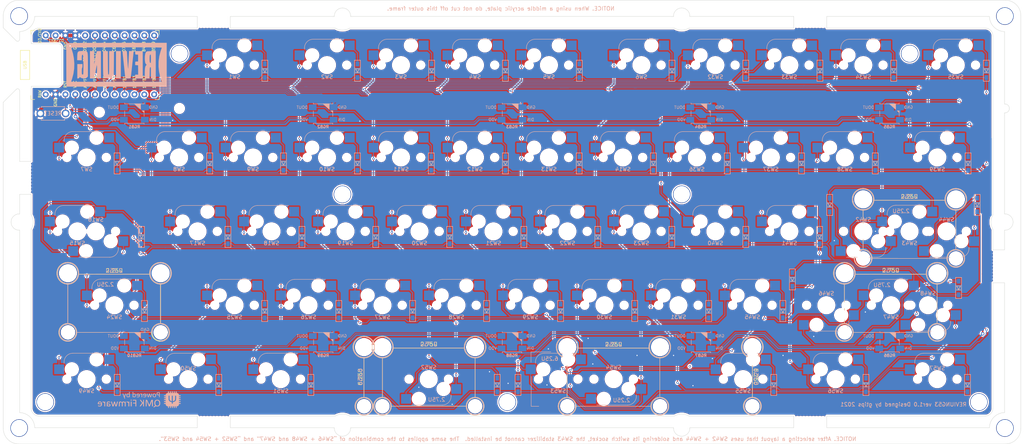
<source format=kicad_pcb>
(kicad_pcb (version 20171130) (host pcbnew "(5.1.9-0-10_14)")
  (title_block (title REVIUNG53) (date 2021-11-11) (rev 1))
  (layers (0 F.Cu signal) (31 B.Cu signal) (34 B.Paste user) (35 F.Paste user) (36 B.SilkS user) (37 F.SilkS user) (38 B.Mask user) (39 F.Mask user) (44 Edge.Cuts user))
  (net 0 "")
  (net 1 row0)
  (net 2 "Net-(D1-Pad2)")
  (net 3 "Net-(D2-Pad2)")
  (net 4 "Net-(D3-Pad2)")
  (net 5 "Net-(D4-Pad2)")
  (net 6 "Net-(D5-Pad2)")
  (net 7 "Net-(D6-Pad2)")
  (net 8 row1)
  (net 9 "Net-(D7-Pad2)")
  (net 10 "Net-(D8-Pad2)")
  (net 11 "Net-(D9-Pad2)")
  (net 12 "Net-(D10-Pad2)")
  (net 13 "Net-(D11-Pad2)")
  (net 14 "Net-(D12-Pad2)")
  (net 15 "Net-(D13-Pad2)")
  (net 16 "Net-(D14-Pad2)")
  (net 17 row2)
  (net 18 "Net-(D15-Pad2)")
  (net 19 "Net-(D16-Pad2)")
  (net 20 "Net-(D17-Pad2)")
  (net 21 "Net-(D18-Pad2)")
  (net 22 "Net-(D19-Pad2)")
  (net 23 "Net-(D20-Pad2)")
  (net 24 "Net-(D21-Pad2)")
  (net 25 "Net-(D22-Pad2)")
  (net 26 row3)
  (net 27 "Net-(D23-Pad2)")
  (net 28 "Net-(D24-Pad2)")
  (net 29 "Net-(D25-Pad2)")
  (net 30 "Net-(D26-Pad2)")
  (net 31 "Net-(D27-Pad2)")
  (net 32 "Net-(D28-Pad2)")
  (net 33 "Net-(D29-Pad2)")
  (net 34 "Net-(D30-Pad2)")
  (net 35 "Net-(D31-Pad2)")
  (net 36 row4)
  (net 37 "Net-(D32-Pad2)")
  (net 38 "Net-(D33-Pad2)")
  (net 39 "Net-(D34-Pad2)")
  (net 40 "Net-(D35-Pad2)")
  (net 41 "Net-(D36-Pad2)")
  (net 42 "Net-(D37-Pad2)")
  (net 43 "Net-(D38-Pad2)")
  (net 44 row5)
  (net 45 "Net-(D39-Pad2)")
  (net 46 "Net-(D40-Pad2)")
  (net 47 "Net-(D41-Pad2)")
  (net 48 "Net-(D42-Pad2)")
  (net 49 "Net-(D43-Pad2)")
  (net 50 "Net-(D44-Pad2)")
  (net 51 "Net-(D45-Pad2)")
  (net 52 "Net-(D46-Pad2)")
  (net 53 row6)
  (net 54 "Net-(D47-Pad2)")
  (net 55 "Net-(D48-Pad2)")
  (net 56 "Net-(D49-Pad2)")
  (net 57 "Net-(D50-Pad2)")
  (net 58 "Net-(D51-Pad2)")
  (net 59 "Net-(D52-Pad2)")
  (net 60 "Net-(D53-Pad2)")
  (net 61 reset)
  (net 62 GND)
  (net 63 col7)
  (net 64 VCC)
  (net 65 "Net-(RGB1-Pad2)")
  (net 66 LED)
  (net 67 "Net-(RGB2-Pad2)")
  (net 68 "Net-(RGB3-Pad2)")
  (net 69 "Net-(RGB4-Pad2)")
  (net 70 "Net-(RGB5-Pad2)")
  (net 71 "Net-(RGB6-Pad2)")
  (net 72 "Net-(RGB7-Pad2)")
  (net 73 "Net-(RGB8-Pad2)")
  (net 74 "Net-(RGB10-Pad4)")
  (net 75 "Net-(RGB10-Pad2)")
  (net 76 col2)
  (net 77 col3)
  (net 78 col4)
  (net 79 col5)
  (net 80 col6)
  (net 81 col0)
  (net 82 col1)
  (net 83 "Net-(U1-Pad24)")
  (net 84 "Net-(U1-Pad2)")
  (net 85 "Net-(U1-Pad5)")
  (module _reviung-kbd:HOLE_4.2mm (layer F.Cu) (at 110.13 72.88)
    (fp_text reference REF**)
    (fp_text value HOLE_4.2mm)
    (pad 1 thru_hole circle (at 0 0) (size 4.5 4.5) (drill 4.2) (layers *.Cu *.Mask))
  )
  (module _reviung-kbd:HOLE_4.2mm (layer F.Cu) (at 33.59 126.42)
    (fp_text reference REF**)
    (fp_text value HOLE_4.2mm)
    (pad 1 thru_hole circle (at 0 0) (size 4.5 4.5) (drill 4.2) (layers *.Cu *.Mask))
  )
  (module _reviung-kbd:HOLE_4.2mm (layer F.Cu) (at 274.03 126.42)
    (fp_text reference REF**)
    (fp_text value HOLE_4.2mm)
    (pad 1 thru_hole circle (at 0 0) (size 4.5 4.5) (drill 4.2) (layers *.Cu *.Mask))
  )
  (module _reviung-kbd:HOLE_4.2mm (layer F.Cu) (at 256.2 36.6)
    (fp_text reference REF**)
    (fp_text value HOLE_4.2mm)
    (pad 1 thru_hole circle (at 0 0) (size 4.5 4.5) (drill 4.2) (layers *.Cu *.Mask))
  )
  (module _reviung-kbd:HOLE_4.2mm (layer F.Cu) (at 68.18 36.6)
    (fp_text reference REF**)
    (fp_text value HOLE_4.2mm)
    (pad 1 thru_hole circle (at 0 0) (size 4.5 4.5) (drill 4.2) (layers *.Cu *.Mask))
  )
  (module _reviung-kbd:HOLE_2.2mm (layer F.Cu) (at 47.54 51.69)
    (fp_text reference Ref** hide)
    (fp_text value Val** hide)
    (pad "" np_thru_hole circle (at 0 0) (size 2.2 2.2) (drill 2.2) (layers *.Cu *.Mask))
  )
  (module _reviung-kbd:HOLE_4.2mm (layer F.Cu) (at 152.59 126.42)
    (fp_text reference REF**)
    (fp_text value HOLE_4.2mm)
    (pad 1 thru_hole circle (at 0 0) (size 4.5 4.5) (drill 4.2) (layers *.Cu *.Mask))
  )
  (module _reviung-kbd:HOLE_4.2mm (layer F.Cu) (at 197.5 72.87)
    (fp_text reference REF**)
    (fp_text value HOLE_4.2mm)
    (pad 1 thru_hole circle (at 0 0) (size 4.5 4.5) (drill 4.2) (layers *.Cu *.Mask))
  )
  (module _reviung-kbd:MXOnly-2.75U-Hotswap (layer F.Cu) (at 132.35625 120.5125 180)
    (fp_text reference SW52)
    (fp_text value 2.75U hide)
    (fp_text user %R (at 0 3.048) (layer B.SilkS) (effects (justify mirror)))
    (pad "" np_thru_hole circle (at 2.54 -5.08 180) (size 3 3) (drill 3) (layers *.Cu *.Mask))
    (pad "" np_thru_hole circle (at 0 0 180) (size 3.9878 3.9878) (drill 3.9878) (layers *.Cu *.Mask))
    (pad "" np_thru_hole circle (at -3.81 -2.54 180) (size 3 3) (drill 3) (layers *.Cu *.Mask))
    (pad "" np_thru_hole circle (at -5.08 0 228.0996) (size 1.75 1.75) (drill 1.75) (layers *.Cu *.Mask))
    (pad "" np_thru_hole circle (at 5.08 0 228.0996) (size 1.75 1.75) (drill 1.75) (layers *.Cu *.Mask))
    (pad 1 smd rect (at -7.085 -2.54 180) (size 2.55 2.5) (layers B.Cu B.Paste B.Mask) (net 77 col3))
    (pad 2 smd rect (at 5.842 -5.08 180) (size 2.55 2.5) (layers B.Cu B.Paste B.Mask) (net 56 "Net-(D49-Pad2)"))
    (pad "" np_thru_hole circle (at 11.938 -6.985 180) (size 3.048 3.048) (drill 3.048) (layers *.Cu *.Mask))
    (pad "" np_thru_hole circle (at -11.938 -6.985 180) (size 3.048 3.048) (drill 3.048) (layers *.Cu *.Mask))
    (pad "" np_thru_hole circle (at 11.938 8.255 180) (size 3.9878 3.9878) (drill 3.9878) (layers *.Cu *.Mask))
    (pad "" np_thru_hole circle (at -11.938 8.255 180) (size 3.9878 3.9878) (drill 3.9878) (layers *.Cu *.Mask))
  )
  (module _reviung-kbd:QMK-x4-ver1 (layer B.Cu) (at 57.82 125.8 180)
    (fp_text reference G*** hide)
    (fp_text value LOGO hide)
  )
  (module _reviung-kbd:reviung-logo (layer B.Cu) (at 51.91 39.37 180)
    (fp_text reference G*** hide)
    (fp_text value LOGO hide)
  )
  (module _reviung-kbd:Stamp_Holes_7.5mm (layer F.Cu) (at 278.2 91.4 270)
    (fp_text reference breakaway)
    (fp_text value Stamp_Holes_7.5mm hide)
    (pad "" np_thru_hole circle (at 3.3 0.01 270) (size 0.6 0.6) (drill 0.6) (layers *.Cu *.Mask))
    (pad "" np_thru_hole circle (at -3.3 0 270) (size 0.6 0.6) (drill 0.6) (layers *.Cu *.Mask))
    (pad "" np_thru_hole circle (at 2.475 0 270) (size 0.6 0.6) (drill 0.6) (layers *.Cu *.Mask))
    (pad "" np_thru_hole circle (at 0 0 270) (size 0.6 0.6) (drill 0.6) (layers *.Cu *.Mask))
    (pad "" np_thru_hole circle (at -0.825 0 270) (size 0.6 0.6) (drill 0.6) (layers *.Cu *.Mask))
    (pad "" np_thru_hole circle (at -1.65 0 270) (size 0.6 0.6) (drill 0.6) (layers *.Cu *.Mask))
    (pad "" np_thru_hole circle (at -2.475 0 270) (size 0.6 0.6) (drill 0.6) (layers *.Cu *.Mask))
    (pad "" np_thru_hole circle (at 0.825 0 270) (size 0.6 0.6) (drill 0.6) (layers *.Cu *.Mask))
    (pad "" np_thru_hole circle (at 1.65 0 270) (size 0.6 0.6) (drill 0.6) (layers *.Cu *.Mask))
  )
  (module _reviung-kbd:Stamp_Holes_7.5mm (layer F.Cu) (at 29.4 68.6 90)
    (fp_text reference breakaway)
    (fp_text value Stamp_Holes_7.5mm hide)
    (pad "" np_thru_hole circle (at 3.3 0.01 90) (size 0.6 0.6) (drill 0.6) (layers *.Cu *.Mask))
    (pad "" np_thru_hole circle (at -3.3 0 90) (size 0.6 0.6) (drill 0.6) (layers *.Cu *.Mask))
    (pad "" np_thru_hole circle (at 2.475 0 90) (size 0.6 0.6) (drill 0.6) (layers *.Cu *.Mask))
    (pad "" np_thru_hole circle (at 0 0 90) (size 0.6 0.6) (drill 0.6) (layers *.Cu *.Mask))
    (pad "" np_thru_hole circle (at -0.825 0 90) (size 0.6 0.6) (drill 0.6) (layers *.Cu *.Mask))
    (pad "" np_thru_hole circle (at -1.65 0 90) (size 0.6 0.6) (drill 0.6) (layers *.Cu *.Mask))
    (pad "" np_thru_hole circle (at -2.475 0 90) (size 0.6 0.6) (drill 0.6) (layers *.Cu *.Mask))
    (pad "" np_thru_hole circle (at 0.825 0 90) (size 0.6 0.6) (drill 0.6) (layers *.Cu *.Mask))
    (pad "" np_thru_hole circle (at 1.65 0 90) (size 0.6 0.6) (drill 0.6) (layers *.Cu *.Mask))
  )
  (module _reviung-kbd:Stamp_Holes_7.5mm (layer F.Cu) (at 77 130.6)
    (fp_text reference breakaway)
    (fp_text value Stamp_Holes_7.5mm hide)
    (pad "" np_thru_hole circle (at 3.3 0.01) (size 0.6 0.6) (drill 0.6) (layers *.Cu *.Mask))
    (pad "" np_thru_hole circle (at -3.3 0) (size 0.6 0.6) (drill 0.6) (layers *.Cu *.Mask))
    (pad "" np_thru_hole circle (at 2.475 0) (size 0.6 0.6) (drill 0.6) (layers *.Cu *.Mask))
    (pad "" np_thru_hole circle (at 0 0) (size 0.6 0.6) (drill 0.6) (layers *.Cu *.Mask))
    (pad "" np_thru_hole circle (at -0.825 0) (size 0.6 0.6) (drill 0.6) (layers *.Cu *.Mask))
    (pad "" np_thru_hole circle (at -1.65 0) (size 0.6 0.6) (drill 0.6) (layers *.Cu *.Mask))
    (pad "" np_thru_hole circle (at -2.475 0) (size 0.6 0.6) (drill 0.6) (layers *.Cu *.Mask))
    (pad "" np_thru_hole circle (at 0.825 0) (size 0.6 0.6) (drill 0.6) (layers *.Cu *.Mask))
    (pad "" np_thru_hole circle (at 1.65 0) (size 0.6 0.6) (drill 0.6) (layers *.Cu *.Mask))
  )
  (module _reviung-kbd:Stamp_Holes_7.5mm (layer F.Cu) (at 230.6 130.6)
    (fp_text reference breakaway)
    (fp_text value Stamp_Holes_7.5mm hide)
    (pad "" np_thru_hole circle (at 3.3 0.01) (size 0.6 0.6) (drill 0.6) (layers *.Cu *.Mask))
    (pad "" np_thru_hole circle (at -3.3 0) (size 0.6 0.6) (drill 0.6) (layers *.Cu *.Mask))
    (pad "" np_thru_hole circle (at 2.475 0) (size 0.6 0.6) (drill 0.6) (layers *.Cu *.Mask))
    (pad "" np_thru_hole circle (at 0 0) (size 0.6 0.6) (drill 0.6) (layers *.Cu *.Mask))
    (pad "" np_thru_hole circle (at -0.825 0) (size 0.6 0.6) (drill 0.6) (layers *.Cu *.Mask))
    (pad "" np_thru_hole circle (at -1.65 0) (size 0.6 0.6) (drill 0.6) (layers *.Cu *.Mask))
    (pad "" np_thru_hole circle (at -2.475 0) (size 0.6 0.6) (drill 0.6) (layers *.Cu *.Mask))
    (pad "" np_thru_hole circle (at 0.825 0) (size 0.6 0.6) (drill 0.6) (layers *.Cu *.Mask))
    (pad "" np_thru_hole circle (at 1.65 0) (size 0.6 0.6) (drill 0.6) (layers *.Cu *.Mask))
  )
  (module _reviung-kbd:Stamp_Holes_7.5mm (layer F.Cu) (at 230.6 29.4)
    (fp_text reference breakaway)
    (fp_text value Stamp_Holes_7.5mm hide)
    (pad "" np_thru_hole circle (at 3.3 0.01) (size 0.6 0.6) (drill 0.6) (layers *.Cu *.Mask))
    (pad "" np_thru_hole circle (at -3.3 0) (size 0.6 0.6) (drill 0.6) (layers *.Cu *.Mask))
    (pad "" np_thru_hole circle (at 2.475 0) (size 0.6 0.6) (drill 0.6) (layers *.Cu *.Mask))
    (pad "" np_thru_hole circle (at 0 0) (size 0.6 0.6) (drill 0.6) (layers *.Cu *.Mask))
    (pad "" np_thru_hole circle (at -0.825 0) (size 0.6 0.6) (drill 0.6) (layers *.Cu *.Mask))
    (pad "" np_thru_hole circle (at -1.65 0) (size 0.6 0.6) (drill 0.6) (layers *.Cu *.Mask))
    (pad "" np_thru_hole circle (at -2.475 0) (size 0.6 0.6) (drill 0.6) (layers *.Cu *.Mask))
    (pad "" np_thru_hole circle (at 0.825 0) (size 0.6 0.6) (drill 0.6) (layers *.Cu *.Mask))
    (pad "" np_thru_hole circle (at 1.65 0) (size 0.6 0.6) (drill 0.6) (layers *.Cu *.Mask))
  )
  (module _reviung-kbd:Stamp_Holes_7.5mm (layer F.Cu) (at 77 29.4)
    (fp_text reference breakaway)
    (fp_text value Stamp_Holes_7.5mm hide)
    (pad "" np_thru_hole circle (at 3.3 0.01) (size 0.6 0.6) (drill 0.6) (layers *.Cu *.Mask))
    (pad "" np_thru_hole circle (at -3.3 0) (size 0.6 0.6) (drill 0.6) (layers *.Cu *.Mask))
    (pad "" np_thru_hole circle (at 2.475 0) (size 0.6 0.6) (drill 0.6) (layers *.Cu *.Mask))
    (pad "" np_thru_hole circle (at 0 0) (size 0.6 0.6) (drill 0.6) (layers *.Cu *.Mask))
    (pad "" np_thru_hole circle (at -0.825 0) (size 0.6 0.6) (drill 0.6) (layers *.Cu *.Mask))
    (pad "" np_thru_hole circle (at -1.65 0) (size 0.6 0.6) (drill 0.6) (layers *.Cu *.Mask))
    (pad "" np_thru_hole circle (at -2.475 0) (size 0.6 0.6) (drill 0.6) (layers *.Cu *.Mask))
    (pad "" np_thru_hole circle (at 0.825 0) (size 0.6 0.6) (drill 0.6) (layers *.Cu *.Mask))
    (pad "" np_thru_hole circle (at 1.65 0) (size 0.6 0.6) (drill 0.6) (layers *.Cu *.Mask))
  )
  (module _reviung-kbd:MXOnly-1U-Hotswap (layer F.Cu) (at 139.5 101.4625)
    (fp_text reference SW28)
    (fp_text value V)
    (fp_text user %R (at 0 3.048) (layer B.SilkS) (effects (justify mirror)))
    (pad "" np_thru_hole circle (at 2.54 -5.08) (size 3 3) (drill 3) (layers *.Cu *.Mask))
    (pad "" np_thru_hole circle (at 0 0) (size 3.9878 3.9878) (drill 3.9878) (layers *.Cu *.Mask))
    (pad "" np_thru_hole circle (at -3.81 -2.54) (size 3 3) (drill 3) (layers *.Cu *.Mask))
    (pad "" np_thru_hole circle (at -5.08 0 48.0996) (size 1.75 1.75) (drill 1.75) (layers *.Cu *.Mask))
    (pad "" np_thru_hole circle (at 5.08 0 48.0996) (size 1.75 1.75) (drill 1.75) (layers *.Cu *.Mask))
    (pad 1 smd rect (at -7.085 -2.54) (size 2.55 2.5) (layers B.Cu B.Paste B.Mask) (net 78 col4))
    (pad 2 smd rect (at 5.842 -5.08) (size 2.55 2.5) (layers B.Cu B.Paste B.Mask) (net 31 "Net-(D27-Pad2)"))
  )
  (module _reviung-kbd:HOLE_4.2mm (layer F.Cu) (at 280.72 26.92)
    (fp_text reference REF**)
    (fp_text value HOLE_4.2mm)
    (pad 1 thru_hole circle (at 0 0) (size 4.5 4.5) (drill 4.2) (layers *.Cu *.Mask))
  )
  (module _reviung-kbd:HOLE_4.2mm (layer F.Cu) (at 280.73 133.12)
    (fp_text reference REF**)
    (fp_text value HOLE_4.2mm)
    (pad 1 thru_hole circle (at 0 0) (size 4.5 4.5) (drill 4.2) (layers *.Cu *.Mask))
  )
  (module _reviung-kbd:HOLE_4.2mm (layer F.Cu) (at 26.88 133.12)
    (fp_text reference REF**)
    (fp_text value HOLE_4.2mm)
    (pad 1 thru_hole circle (at 0 0) (size 4.5 4.5) (drill 4.2) (layers *.Cu *.Mask))
  )
  (module _reviung-kbd:HOLE_4.2mm (layer F.Cu) (at 26.88 26.92)
    (fp_text reference REF**)
    (fp_text value HOLE_4.2mm)
    (pad 1 thru_hole circle (at 0 0) (size 4.5 4.5) (drill 4.2) (layers *.Cu *.Mask))
  )
  (module _reviung-kbd:HOLE_2.2mm (layer F.Cu) (at 68.16 50.72)
    (fp_text reference Ref** hide)
    (fp_text value Val** hide)
    (pad "" np_thru_hole circle (at 0 0) (size 2.2 2.2) (drill 2.2) (layers *.Cu *.Mask))
  )
  (module _reviung-kbd:ProMicro (layer F.Cu) (at 48.19 39.51 90)
    (fp_text reference U1 hide)
    (fp_text value ProMicro hide)
    (fp_text user "" (at -1.2515 -16.256 90) (layer B.SilkS) (effects (justify mirror)))
    (fp_text user "" (at -0.545 -20.1 90) (layer F.SilkS))
    (fp_text user RAW (at -7.49 -15.99 90 unlocked) (layer F.SilkS) (effects (font (size 0.75 0.67) (thickness 0.125))))
    (fp_text user GND (at -9.69 -11.95 90 unlocked) (layer F.SilkS) (effects (font (size 0.75 0.67) (thickness 0.125))))
    (fp_text user RST (at -4.995 -9.4 90 unlocked) (layer F.SilkS) (effects (font (size 0.75 0.67) (thickness 0.125))))
    (fp_text user VCC (at -4.995 -6.95 90 unlocked) (layer F.SilkS) (effects (font (size 0.75 0.67) (thickness 0.125))))
    (fp_text user A3/F4 (at -4.395 -4.25 90 unlocked) (layer F.SilkS) (effects (font (size 0.75 0.67) (thickness 0.125))))
    (fp_text user A2/F5 (at -4.395 -1.75 90 unlocked) (layer F.SilkS) (effects (font (size 0.75 0.67) (thickness 0.125))))
    (fp_text user A1/F6 (at -4.395 0.75 90 unlocked) (layer F.SilkS) (effects (font (size 0.75 0.67) (thickness 0.125))))
    (fp_text user A0/F7 (at -4.395 3.3 90 unlocked) (layer F.SilkS) (effects (font (size 0.75 0.67) (thickness 0.125))))
    (fp_text user 15/B1 (at -4.395 5.85 90 unlocked) (layer F.SilkS) (effects (font (size 0.75 0.67) (thickness 0.125))))
    (fp_text user 14/B3 (at -4.395 8.4 90 unlocked) (layer F.SilkS) (effects (font (size 0.75 0.67) (thickness 0.125))))
    (fp_text user 10/B6 (at -4.395 13.45 90 unlocked) (layer F.SilkS) (effects (font (size 0.75 0.67) (thickness 0.125))))
    (fp_text user 16/B2 (at -4.395 10.95 90 unlocked) (layer F.SilkS) (effects (font (size 0.75 0.67) (thickness 0.125))))
    (fp_text user E6/7 (at 4.705 8.25 90 unlocked) (layer F.SilkS) (effects (font (size 0.75 0.67) (thickness 0.125))))
    (fp_text user D7/6 (at 4.705 5.7 90 unlocked) (layer F.SilkS) (effects (font (size 0.75 0.67) (thickness 0.125))))
    (fp_text user GND (at 4.955 -9.35 90 unlocked) (layer F.SilkS) (effects (font (size 0.75 0.67) (thickness 0.125))))
    (fp_text user GND (at 4.955 -6.9 90 unlocked) (layer F.SilkS) (effects (font (size 0.75 0.67) (thickness 0.125))))
    (fp_text user D3/TX0 (at 7.51 -15.99 90 unlocked) (layer F.SilkS) (effects (font (size 0.75 0.67) (thickness 0.125))))
    (fp_text user D4/4 (at 4.705 0.6 90 unlocked) (layer F.SilkS) (effects (font (size 0.75 0.67) (thickness 0.125))))
    (fp_text user SDA/D1/2 (at 3.455 -4.4 90 unlocked) (layer F.SilkS) (effects (font (size 0.75 0.67) (thickness 0.125))))
    (fp_text user SCL/D0/3 (at 3.455 -1.9 90 unlocked) (layer F.SilkS) (effects (font (size 0.75 0.67) (thickness 0.125))))
    (fp_text user C6/5 (at 4.705 3.15 90 unlocked) (layer F.SilkS) (effects (font (size 0.75 0.67) (thickness 0.125))))
    (fp_text user B5/9 (at 4.705 13.3 90 unlocked) (layer F.SilkS) (effects (font (size 0.75 0.67) (thickness 0.125))))
    (fp_text user D2/RX1 (at 6.31 -11.79 180 unlocked) (layer F.SilkS) (effects (font (size 0.75 0.67) (thickness 0.125))))
    (fp_text user B4/8 (at 4.705 10.8 90 unlocked) (layer F.SilkS) (effects (font (size 0.75 0.67) (thickness 0.125))))
    (fp_text user USB (at 0 -19.8 90) (layer F.SilkS) (effects (font (size 0.75 0.75) (thickness 0.12))))
    (pad 24 thru_hole circle (at -7.6086 -14.478 90) (size 1.524 1.524) (drill 0.8128) (layers *.Cu *.Mask) (net 83 "Net-(U1-Pad24)"))
    (pad 23 thru_hole circle (at -7.6086 -11.938 90) (size 1.524 1.524) (drill 0.8128) (layers *.Cu *.Mask) (net 62 GND))
    (pad 22 thru_hole circle (at -7.6086 -9.398 90) (size 1.524 1.524) (drill 0.8128) (layers *.Cu *.Mask) (net 61 reset))
    (pad 21 thru_hole circle (at -7.6086 -6.858 90) (size 1.524 1.524) (drill 0.8128) (layers *.Cu *.Mask) (net 64 VCC))
    (pad 20 thru_hole circle (at -7.6086 -4.318 90) (size 1.524 1.524) (drill 0.8128) (layers *.Cu *.Mask) (net 81 col0))
    (pad 19 thru_hole circle (at -7.6086 -1.778 90) (size 1.524 1.524) (drill 0.8128) (layers *.Cu *.Mask) (net 82 col1))
    (pad 18 thru_hole circle (at -7.6086 0.762 90) (size 1.524 1.524) (drill 0.8128) (layers *.Cu *.Mask) (net 76 col2))
    (pad 17 thru_hole circle (at -7.6086 3.302 90) (size 1.524 1.524) (drill 0.8128) (layers *.Cu *.Mask) (net 77 col3))
    (pad 16 thru_hole circle (at -7.6086 5.842 90) (size 1.524 1.524) (drill 0.8128) (layers *.Cu *.Mask) (net 78 col4))
    (pad 15 thru_hole circle (at -7.6086 8.382 90) (size 1.524 1.524) (drill 0.8128) (layers *.Cu *.Mask) (net 79 col5))
    (pad 14 thru_hole circle (at -7.6086 10.922 90) (size 1.524 1.524) (drill 0.8128) (layers *.Cu *.Mask) (net 80 col6))
    (pad 13 thru_hole circle (at -7.6086 13.462 90) (size 1.524 1.524) (drill 0.8128) (layers *.Cu *.Mask) (net 63 col7))
    (pad 12 thru_hole circle (at 7.6114 13.462 90) (size 1.524 1.524) (drill 0.8128) (layers *.Cu *.Mask) (net 53 row6))
    (pad 11 thru_hole circle (at 7.6114 10.922 90) (size 1.524 1.524) (drill 0.8128) (layers *.Cu *.Mask) (net 44 row5))
    (pad 10 thru_hole circle (at 7.6114 8.382 90) (size 1.524 1.524) (drill 0.8128) (layers *.Cu *.Mask) (net 36 row4))
    (pad 9 thru_hole circle (at 7.6114 5.842 90) (size 1.524 1.524) (drill 0.8128) (layers *.Cu *.Mask) (net 26 row3))
    (pad 8 thru_hole circle (at 7.6114 3.302 90) (size 1.524 1.524) (drill 0.8128) (layers *.Cu *.Mask) (net 17 row2))
    (pad 7 thru_hole circle (at 7.6114 0.762 90) (size 1.524 1.524) (drill 0.8128) (layers *.Cu *.Mask) (net 8 row1))
    (pad 6 thru_hole circle (at 7.6114 -1.778 90) (size 1.524 1.524) (drill 0.8128) (layers *.Cu *.Mask) (net 1 row0))
    (pad 5 thru_hole circle (at 7.6114 -4.318 90) (size 1.524 1.524) (drill 0.8128) (layers *.Cu *.Mask) (net 85 "Net-(U1-Pad5)"))
    (pad 4 thru_hole circle (at 7.6114 -6.858 90) (size 1.524 1.524) (drill 0.8128) (layers *.Cu *.Mask) (net 62 GND))
    (pad 3 thru_hole circle (at 7.6114 -9.398 90) (size 1.524 1.524) (drill 0.8128) (layers *.Cu *.Mask) (net 62 GND))
    (pad 2 thru_hole circle (at 7.6114 -11.938 90) (size 1.524 1.524) (drill 0.8128) (layers *.Cu *.Mask) (net 84 "Net-(U1-Pad2)"))
    (pad 1 thru_hole circle (at 7.6114 -14.478 90) (size 1.524 1.524) (drill 0.8128) (layers *.Cu *.Mask) (net 66 LED))
  )
  (module _reviung-kbd:D3_SMD_1side (layer B.Cu) (at 90.15 41 90)
    (fp_text reference D1 hide)
    (fp_text value 1N4148W hide)
    (pad 2 smd rect (at 1.775 0 90) (size 1.3 0.95) (layers B.Cu B.Paste B.Mask) (net 2 "Net-(D1-Pad2)"))
    (pad 1 smd rect (at -1.775 0 90) (size 1.3 0.95) (layers B.Cu B.Paste B.Mask) (net 1 row0))
  )
  (module _reviung-kbd:D3_SMD_1side (layer B.Cu) (at 114 41 90)
    (fp_text reference D2 hide)
    (fp_text value 1N4148W hide)
    (pad 2 smd rect (at 1.775 0 90) (size 1.3 0.95) (layers B.Cu B.Paste B.Mask) (net 3 "Net-(D2-Pad2)"))
    (pad 1 smd rect (at -1.775 0 90) (size 1.3 0.95) (layers B.Cu B.Paste B.Mask) (net 1 row0))
  )
  (module _reviung-kbd:D3_SMD_1side (layer B.Cu) (at 133.1 41 90)
    (fp_text reference D3 hide)
    (fp_text value 1N4148W hide)
    (pad 2 smd rect (at 1.775 0 90) (size 1.3 0.95) (layers B.Cu B.Paste B.Mask) (net 4 "Net-(D3-Pad2)"))
    (pad 1 smd rect (at -1.775 0 90) (size 1.3 0.95) (layers B.Cu B.Paste B.Mask) (net 1 row0))
  )
  (module _reviung-kbd:D3_SMD_1side (layer B.Cu) (at 152.1 41 90)
    (fp_text reference D4 hide)
    (fp_text value 1N4148W hide)
    (pad 2 smd rect (at 1.775 0 90) (size 1.3 0.95) (layers B.Cu B.Paste B.Mask) (net 5 "Net-(D4-Pad2)"))
    (pad 1 smd rect (at -1.775 0 90) (size 1.3 0.95) (layers B.Cu B.Paste B.Mask) (net 1 row0))
  )
  (module _reviung-kbd:D3_SMD_1side (layer B.Cu) (at 171.15 41 90)
    (fp_text reference D5 hide)
    (fp_text value 1N4148W hide)
    (pad 2 smd rect (at 1.775 0 90) (size 1.3 0.95) (layers B.Cu B.Paste B.Mask) (net 6 "Net-(D5-Pad2)"))
    (pad 1 smd rect (at -1.775 0 90) (size 1.3 0.95) (layers B.Cu B.Paste B.Mask) (net 1 row0))
  )
  (module _reviung-kbd:D3_SMD_1side (layer B.Cu) (at 195 41 90)
    (fp_text reference D6 hide)
    (fp_text value 1N4148W hide)
    (pad 2 smd rect (at 1.775 0 90) (size 1.3 0.95) (layers B.Cu B.Paste B.Mask) (net 7 "Net-(D6-Pad2)"))
    (pad 1 smd rect (at -1.775 0 90) (size 1.3 0.95) (layers B.Cu B.Paste B.Mask) (net 1 row0))
  )
  (module _reviung-kbd:D3_SMD_1side (layer B.Cu) (at 52.1 64.9 90)
    (fp_text reference D7 hide)
    (fp_text value 1N4148W hide)
    (pad 2 smd rect (at 1.775 0 90) (size 1.3 0.95) (layers B.Cu B.Paste B.Mask) (net 9 "Net-(D7-Pad2)"))
    (pad 1 smd rect (at -1.775 0 90) (size 1.3 0.95) (layers B.Cu B.Paste B.Mask) (net 8 row1))
  )
  (module _reviung-kbd:D3_SMD_1side (layer B.Cu) (at 75.95 64.9 90)
    (fp_text reference D8 hide)
    (fp_text value 1N4148W hide)
    (pad 2 smd rect (at 1.775 0 90) (size 1.3 0.95) (layers B.Cu B.Paste B.Mask) (net 10 "Net-(D8-Pad2)"))
    (pad 1 smd rect (at -1.775 0 90) (size 1.3 0.95) (layers B.Cu B.Paste B.Mask) (net 8 row1))
  )
  (module _reviung-kbd:D3_SMD_1side (layer B.Cu) (at 94.95 64.9 90)
    (fp_text reference D9 hide)
    (fp_text value 1N4148W hide)
    (pad 2 smd rect (at 1.775 0 90) (size 1.3 0.95) (layers B.Cu B.Paste B.Mask) (net 11 "Net-(D9-Pad2)"))
    (pad 1 smd rect (at -1.775 0 90) (size 1.3 0.95) (layers B.Cu B.Paste B.Mask) (net 8 row1))
  )
  (module _reviung-kbd:D3_SMD_1side (layer B.Cu) (at 114 64.9 90)
    (fp_text reference D10 hide)
    (fp_text value 1N4148W hide)
    (pad 2 smd rect (at 1.775 0 90) (size 1.3 0.95) (layers B.Cu B.Paste B.Mask) (net 12 "Net-(D10-Pad2)"))
    (pad 1 smd rect (at -1.775 0 90) (size 1.3 0.95) (layers B.Cu B.Paste B.Mask) (net 8 row1))
  )
  (module _reviung-kbd:D3_SMD_1side (layer B.Cu) (at 133 64.9 90)
    (fp_text reference D11 hide)
    (fp_text value 1N4148W hide)
    (pad 2 smd rect (at 1.775 0 90) (size 1.3 0.95) (layers B.Cu B.Paste B.Mask) (net 13 "Net-(D11-Pad2)"))
    (pad 1 smd rect (at -1.775 0 90) (size 1.3 0.95) (layers B.Cu B.Paste B.Mask) (net 8 row1))
  )
  (module _reviung-kbd:D3_SMD_1side (layer B.Cu) (at 152.1 64.9 90)
    (fp_text reference D12 hide)
    (fp_text value 1N4148W hide)
    (pad 2 smd rect (at 1.775 0 90) (size 1.3 0.95) (layers B.Cu B.Paste B.Mask) (net 14 "Net-(D12-Pad2)"))
    (pad 1 smd rect (at -1.775 0 90) (size 1.3 0.95) (layers B.Cu B.Paste B.Mask) (net 8 row1))
  )
  (module _reviung-kbd:D3_SMD_1side (layer B.Cu) (at 171.1 64.9 90)
    (fp_text reference D13 hide)
    (fp_text value 1N4148W hide)
    (pad 2 smd rect (at 1.775 0 90) (size 1.3 0.95) (layers B.Cu B.Paste B.Mask) (net 15 "Net-(D13-Pad2)"))
    (pad 1 smd rect (at -1.775 0 90) (size 1.3 0.95) (layers B.Cu B.Paste B.Mask) (net 8 row1))
  )
  (module _reviung-kbd:D3_SMD_1side (layer B.Cu) (at 190.2 64.9 90)
    (fp_text reference D14 hide)
    (fp_text value 1N4148W hide)
    (pad 2 smd rect (at 1.775 0 90) (size 1.3 0.95) (layers B.Cu B.Paste B.Mask) (net 16 "Net-(D14-Pad2)"))
    (pad 1 smd rect (at -1.775 0 90) (size 1.3 0.95) (layers B.Cu B.Paste B.Mask) (net 8 row1))
  )
  (module _reviung-kbd:D3_SMD_1side (layer B.Cu) (at 80.65 83.85 90)
    (fp_text reference D15 hide)
    (fp_text value 1N4148W hide)
    (pad 2 smd rect (at 1.775 0 90) (size 1.3 0.95) (layers B.Cu B.Paste B.Mask) (net 18 "Net-(D15-Pad2)"))
    (pad 1 smd rect (at -1.775 0 90) (size 1.3 0.95) (layers B.Cu B.Paste B.Mask) (net 17 row2))
  )
  (module _reviung-kbd:D3_SMD_1side (layer B.Cu) (at 99.7 83.85 90)
    (fp_text reference D16 hide)
    (fp_text value 1N4148W hide)
    (pad 2 smd rect (at 1.775 0 90) (size 1.3 0.95) (layers B.Cu B.Paste B.Mask) (net 19 "Net-(D16-Pad2)"))
    (pad 1 smd rect (at -1.775 0 90) (size 1.3 0.95) (layers B.Cu B.Paste B.Mask) (net 17 row2))
  )
  (module _reviung-kbd:D3_SMD_1side (layer B.Cu) (at 118.7 83.85 90)
    (fp_text reference D17 hide)
    (fp_text value 1N4148W hide)
    (pad 2 smd rect (at 1.775 0 90) (size 1.3 0.95) (layers B.Cu B.Paste B.Mask) (net 20 "Net-(D17-Pad2)"))
    (pad 1 smd rect (at -1.775 0 90) (size 1.3 0.95) (layers B.Cu B.Paste B.Mask) (net 17 row2))
  )
  (module _reviung-kbd:D3_SMD_1side (layer B.Cu) (at 137.75 83.85 90)
    (fp_text reference D18 hide)
    (fp_text value 1N4148W hide)
    (pad 2 smd rect (at 1.775 0 90) (size 1.3 0.95) (layers B.Cu B.Paste B.Mask) (net 21 "Net-(D18-Pad2)"))
    (pad 1 smd rect (at -1.775 0 90) (size 1.3 0.95) (layers B.Cu B.Paste B.Mask) (net 17 row2))
  )
  (module _reviung-kbd:D3_SMD_1side (layer B.Cu) (at 156.85 83.85 90)
    (fp_text reference D19 hide)
    (fp_text value 1N4148W hide)
    (pad 2 smd rect (at 1.775 0 90) (size 1.3 0.95) (layers B.Cu B.Paste B.Mask) (net 22 "Net-(D19-Pad2)"))
    (pad 1 smd rect (at -1.775 0 90) (size 1.3 0.95) (layers B.Cu B.Paste B.Mask) (net 17 row2))
  )
  (module _reviung-kbd:D3_SMD_1side (layer B.Cu) (at 175.9 83.85 90)
    (fp_text reference D20 hide)
    (fp_text value 1N4148W hide)
    (pad 2 smd rect (at 1.775 0 90) (size 1.3 0.95) (layers B.Cu B.Paste B.Mask) (net 23 "Net-(D20-Pad2)"))
    (pad 1 smd rect (at -1.775 0 90) (size 1.3 0.95) (layers B.Cu B.Paste B.Mask) (net 17 row2))
  )
  (module _reviung-kbd:D3_SMD_1side (layer B.Cu) (at 194.95 83.85 90)
    (fp_text reference D21 hide)
    (fp_text value 1N4148W hide)
    (pad 2 smd rect (at 1.775 0 90) (size 1.3 0.95) (layers B.Cu B.Paste B.Mask) (net 24 "Net-(D21-Pad2)"))
    (pad 1 smd rect (at -1.775 0 90) (size 1.3 0.95) (layers B.Cu B.Paste B.Mask) (net 17 row2))
  )
  (module _reviung-kbd:D3_SMD_1side (layer B.Cu) (at 58.38 83.85 90)
    (fp_text reference D22 hide)
    (fp_text value 1N4148W hide)
    (pad 2 smd rect (at 1.775 0 90) (size 1.3 0.95) (layers B.Cu B.Paste B.Mask) (net 25 "Net-(D22-Pad2)"))
    (pad 1 smd rect (at -1.775 0 90) (size 1.3 0.95) (layers B.Cu B.Paste B.Mask) (net 17 row2))
  )
  (module _reviung-kbd:D3_SMD_1side (layer B.Cu) (at 59.15 102.95 90)
    (fp_text reference D23 hide)
    (fp_text value 1N4148W hide)
    (pad 2 smd rect (at 1.775 0 90) (size 1.3 0.95) (layers B.Cu B.Paste B.Mask) (net 27 "Net-(D23-Pad2)"))
    (pad 1 smd rect (at -1.775 0 90) (size 1.3 0.95) (layers B.Cu B.Paste B.Mask) (net 26 row3))
  )
  (module _reviung-kbd:D3_SMD_1side (layer B.Cu) (at 90.1 102.95 90)
    (fp_text reference D24 hide)
    (fp_text value 1N4148W hide)
    (pad 2 smd rect (at 1.775 0 90) (size 1.3 0.95) (layers B.Cu B.Paste B.Mask) (net 28 "Net-(D24-Pad2)"))
    (pad 1 smd rect (at -1.775 0 90) (size 1.3 0.95) (layers B.Cu B.Paste B.Mask) (net 26 row3))
  )
  (module _reviung-kbd:D3_SMD_1side (layer B.Cu) (at 109.2 102.95 90)
    (fp_text reference D25 hide)
    (fp_text value 1N4148W hide)
    (pad 2 smd rect (at 1.775 0 90) (size 1.3 0.95) (layers B.Cu B.Paste B.Mask) (net 29 "Net-(D25-Pad2)"))
    (pad 1 smd rect (at -1.775 0 90) (size 1.3 0.95) (layers B.Cu B.Paste B.Mask) (net 26 row3))
  )
  (module _reviung-kbd:D3_SMD_1side (layer B.Cu) (at 128.2 102.95 90)
    (fp_text reference D26 hide)
    (fp_text value 1N4148W hide)
    (pad 2 smd rect (at 1.775 0 90) (size 1.3 0.95) (layers B.Cu B.Paste B.Mask) (net 30 "Net-(D26-Pad2)"))
    (pad 1 smd rect (at -1.775 0 90) (size 1.3 0.95) (layers B.Cu B.Paste B.Mask) (net 26 row3))
  )
  (module _reviung-kbd:D3_SMD_1side (layer B.Cu) (at 147.25 102.95 90)
    (fp_text reference D27 hide)
    (fp_text value 1N4148W hide)
    (pad 2 smd rect (at 1.775 0 90) (size 1.3 0.95) (layers B.Cu B.Paste B.Mask) (net 31 "Net-(D27-Pad2)"))
    (pad 1 smd rect (at -1.775 0 90) (size 1.3 0.95) (layers B.Cu B.Paste B.Mask) (net 26 row3))
  )
  (module _reviung-kbd:D3_SMD_1side (layer B.Cu) (at 166.3 102.95 90)
    (fp_text reference D28 hide)
    (fp_text value 1N4148W hide)
    (pad 2 smd rect (at 1.775 0 90) (size 1.3 0.95) (layers B.Cu B.Paste B.Mask) (net 32 "Net-(D28-Pad2)"))
    (pad 1 smd rect (at -1.775 0 90) (size 1.3 0.95) (layers B.Cu B.Paste B.Mask) (net 26 row3))
  )
  (module _reviung-kbd:D3_SMD_1side (layer B.Cu) (at 185.4 102.95 90)
    (fp_text reference D29 hide)
    (fp_text value 1N4148W hide)
    (pad 2 smd rect (at 1.775 0 90) (size 1.3 0.95) (layers B.Cu B.Paste B.Mask) (net 33 "Net-(D29-Pad2)"))
    (pad 1 smd rect (at -1.775 0 90) (size 1.3 0.95) (layers B.Cu B.Paste B.Mask) (net 26 row3))
  )
  (module _reviung-kbd:D3_SMD_1side (layer B.Cu) (at 204.45 102.95 90)
    (fp_text reference D30 hide)
    (fp_text value 1N4148W hide)
    (pad 2 smd rect (at 1.775 0 90) (size 1.3 0.95) (layers B.Cu B.Paste B.Mask) (net 34 "Net-(D30-Pad2)"))
    (pad 1 smd rect (at -1.775 0 90) (size 1.3 0.95) (layers B.Cu B.Paste B.Mask) (net 26 row3))
  )
  (module _reviung-kbd:D3_SMD_1side (layer B.Cu) (at 214 41 90)
    (fp_text reference D31 hide)
    (fp_text value 1N4148W hide)
    (pad 2 smd rect (at 1.775 0 90) (size 1.3 0.95) (layers B.Cu B.Paste B.Mask) (net 35 "Net-(D31-Pad2)"))
    (pad 1 smd rect (at -1.775 0 90) (size 1.3 0.95) (layers B.Cu B.Paste B.Mask) (net 36 row4))
  )
  (module _reviung-kbd:D3_SMD_1side (layer B.Cu) (at 233.1 41 90)
    (fp_text reference D32 hide)
    (fp_text value 1N4148W hide)
    (pad 2 smd rect (at 1.775 0 90) (size 1.3 0.95) (layers B.Cu B.Paste B.Mask) (net 37 "Net-(D32-Pad2)"))
    (pad 1 smd rect (at -1.775 0 90) (size 1.3 0.95) (layers B.Cu B.Paste B.Mask) (net 36 row4))
  )
  (module _reviung-kbd:D3_SMD_1side (layer B.Cu) (at 252.1 41 90)
    (fp_text reference D33 hide)
    (fp_text value 1N4148W hide)
    (pad 2 smd rect (at 1.775 0 90) (size 1.3 0.95) (layers B.Cu B.Paste B.Mask) (net 38 "Net-(D33-Pad2)"))
    (pad 1 smd rect (at -1.775 0 90) (size 1.3 0.95) (layers B.Cu B.Paste B.Mask) (net 36 row4))
  )
  (module _reviung-kbd:D3_SMD_1side (layer B.Cu) (at 275.95 41 90)
    (fp_text reference D34 hide)
    (fp_text value 1N4148W hide)
    (pad 2 smd rect (at 1.775 0 90) (size 1.3 0.95) (layers B.Cu B.Paste B.Mask) (net 39 "Net-(D34-Pad2)"))
    (pad 1 smd rect (at -1.775 0 90) (size 1.3 0.95) (layers B.Cu B.Paste B.Mask) (net 36 row4))
  )
  (module _reviung-kbd:D3_SMD_1side (layer B.Cu) (at 209.25 64.9 90)
    (fp_text reference D35 hide)
    (fp_text value 1N4148W hide)
    (pad 2 smd rect (at 1.775 0 90) (size 1.3 0.95) (layers B.Cu B.Paste B.Mask) (net 40 "Net-(D35-Pad2)"))
    (pad 1 smd rect (at -1.775 0 90) (size 1.3 0.95) (layers B.Cu B.Paste B.Mask) (net 36 row4))
  )
  (module _reviung-kbd:D3_SMD_1side (layer B.Cu) (at 228.35 64.9 90)
    (fp_text reference D36 hide)
    (fp_text value 1N4148W hide)
    (pad 2 smd rect (at 1.775 0 90) (size 1.3 0.95) (layers B.Cu B.Paste B.Mask) (net 41 "Net-(D36-Pad2)"))
    (pad 1 smd rect (at -1.775 0 90) (size 1.3 0.95) (layers B.Cu B.Paste B.Mask) (net 36 row4))
  )
  (module _reviung-kbd:D3_SMD_1side (layer B.Cu) (at 247.35 64.9 90)
    (fp_text reference D37 hide)
    (fp_text value 1N4148W hide)
    (pad 2 smd rect (at 1.775 0 90) (size 1.3 0.95) (layers B.Cu B.Paste B.Mask) (net 42 "Net-(D37-Pad2)"))
    (pad 1 smd rect (at -1.775 0 90) (size 1.3 0.95) (layers B.Cu B.Paste B.Mask) (net 36 row4))
  )
  (module _reviung-kbd:D3_SMD_1side (layer B.Cu) (at 271.25 64.9 90)
    (fp_text reference D38 hide)
    (fp_text value 1N4148W hide)
    (pad 2 smd rect (at 1.775 0 90) (size 1.3 0.95) (layers B.Cu B.Paste B.Mask) (net 43 "Net-(D38-Pad2)"))
    (pad 1 smd rect (at -1.775 0 90) (size 1.3 0.95) (layers B.Cu B.Paste B.Mask) (net 36 row4))
  )
  (module _reviung-kbd:D3_SMD_1side (layer B.Cu) (at 214 83.85 90)
    (fp_text reference D39 hide)
    (fp_text value 1N4148W hide)
    (pad 2 smd rect (at 1.775 0 90) (size 1.3 0.95) (layers B.Cu B.Paste B.Mask) (net 45 "Net-(D39-Pad2)"))
    (pad 1 smd rect (at -1.775 0 90) (size 1.3 0.95) (layers B.Cu B.Paste B.Mask) (net 44 row5))
  )
  (module _reviung-kbd:D3_SMD_1side (layer B.Cu) (at 233 83.85 90)
    (fp_text reference D40 hide)
    (fp_text value 1N4148W hide)
    (pad 2 smd rect (at 1.775 0 90) (size 1.3 0.95) (layers B.Cu B.Paste B.Mask) (net 46 "Net-(D40-Pad2)"))
    (pad 1 smd rect (at -1.775 0 90) (size 1.3 0.95) (layers B.Cu B.Paste B.Mask) (net 44 row5))
  )
  (module _reviung-kbd:D3_SMD_1side (layer B.Cu) (at 273.6 75.6 90)
    (fp_text reference D41 hide)
    (fp_text value 1N4148W hide)
    (pad 2 smd rect (at 1.775 0 90) (size 1.3 0.95) (layers B.Cu B.Paste B.Mask) (net 47 "Net-(D41-Pad2)"))
    (pad 1 smd rect (at -1.775 0 90) (size 1.3 0.95) (layers B.Cu B.Paste B.Mask) (net 44 row5))
  )
  (module _reviung-kbd:D3_SMD_1side (layer B.Cu) (at 223.55 102.95 90)
    (fp_text reference D42 hide)
    (fp_text value 1N4148W hide)
    (pad 2 smd rect (at 1.775 0 90) (size 1.3 0.95) (layers B.Cu B.Paste B.Mask) (net 48 "Net-(D42-Pad2)"))
    (pad 1 smd rect (at -1.775 0 90) (size 1.3 0.95) (layers B.Cu B.Paste B.Mask) (net 44 row5))
  )
  (module _reviung-kbd:D3_SMD_1side (layer B.Cu) (at 268.8 97 90)
    (fp_text reference D43 hide)
    (fp_text value 1N4148W hide)
    (pad 2 smd rect (at 1.775 0 90) (size 1.3 0.95) (layers B.Cu B.Paste B.Mask) (net 49 "Net-(D43-Pad2)"))
    (pad 1 smd rect (at -1.775 0 90) (size 1.3 0.95) (layers B.Cu B.Paste B.Mask) (net 44 row5))
  )
  (module _reviung-kbd:D3_SMD_1side (layer B.Cu) (at 235.6 75.6 90)
    (fp_text reference D44 hide)
    (fp_text value 1N4148W hide)
    (pad 2 smd rect (at 1.775 0 90) (size 1.3 0.95) (layers B.Cu B.Paste B.Mask) (net 50 "Net-(D44-Pad2)"))
    (pad 1 smd rect (at -1.775 0 90) (size 1.3 0.95) (layers B.Cu B.Paste B.Mask) (net 44 row5))
  )
  (module _reviung-kbd:D3_SMD_1side (layer B.Cu) (at 226 94.8 90)
    (fp_text reference D45 hide)
    (fp_text value 1N4148W hide)
    (pad 2 smd rect (at 1.775 0 90) (size 1.3 0.95) (layers B.Cu B.Paste B.Mask) (net 51 "Net-(D45-Pad2)"))
    (pad 1 smd rect (at -1.775 0 90) (size 1.3 0.95) (layers B.Cu B.Paste B.Mask) (net 44 row5))
  )
  (module _reviung-kbd:D3_SMD_1side (layer B.Cu) (at 52.13 122 90)
    (fp_text reference D46 hide)
    (fp_text value 1N4148W hide)
    (pad 2 smd rect (at 1.775 0 90) (size 1.3 0.95) (layers B.Cu B.Paste B.Mask) (net 52 "Net-(D46-Pad2)"))
    (pad 1 smd rect (at -1.775 0 90) (size 1.3 0.95) (layers B.Cu B.Paste B.Mask) (net 53 row6))
  )
  (module _reviung-kbd:D3_SMD_1side (layer B.Cu) (at 78.29 122 90)
    (fp_text reference D47 hide)
    (fp_text value 1N4148W hide)
    (pad 2 smd rect (at 1.775 0 90) (size 1.3 0.95) (layers B.Cu B.Paste B.Mask) (net 54 "Net-(D47-Pad2)"))
    (pad 1 smd rect (at -1.775 0 90) (size 1.3 0.95) (layers B.Cu B.Paste B.Mask) (net 53 row6))
  )
  (module _reviung-kbd:D3_SMD_1side (layer B.Cu) (at 102 122 90)
    (fp_text reference D48 hide)
    (fp_text value 1N4148W hide)
    (pad 2 smd rect (at 1.775 0 90) (size 1.3 0.95) (layers B.Cu B.Paste B.Mask) (net 55 "Net-(D48-Pad2)"))
    (pad 1 smd rect (at -1.775 0 90) (size 1.3 0.95) (layers B.Cu B.Paste B.Mask) (net 53 row6))
  )
  (module _reviung-kbd:D3_SMD_1side (layer B.Cu) (at 150 122 90)
    (fp_text reference D49 hide)
    (fp_text value 1N4148W hide)
    (pad 2 smd rect (at 1.775 0 90) (size 1.3 0.95) (layers B.Cu B.Paste B.Mask) (net 56 "Net-(D49-Pad2)"))
    (pad 1 smd rect (at -1.775 0 90) (size 1.3 0.95) (layers B.Cu B.Paste B.Mask) (net 53 row6))
  )
  (module _reviung-kbd:D3_SMD_1side (layer B.Cu) (at 221.2 122 90)
    (fp_text reference D50 hide)
    (fp_text value 1N4148W hide)
    (pad 2 smd rect (at 1.775 0 90) (size 1.3 0.95) (layers B.Cu B.Paste B.Mask) (net 57 "Net-(D50-Pad2)"))
    (pad 1 smd rect (at -1.775 0 90) (size 1.3 0.95) (layers B.Cu B.Paste B.Mask) (net 53 row6))
  )
  (module _reviung-kbd:D3_SMD_1side (layer B.Cu) (at 244.95 122 90)
    (fp_text reference D51 hide)
    (fp_text value 1N4148W hide)
    (pad 2 smd rect (at 1.775 0 90) (size 1.3 0.95) (layers B.Cu B.Paste B.Mask) (net 58 "Net-(D51-Pad2)"))
    (pad 1 smd rect (at -1.775 0 90) (size 1.3 0.95) (layers B.Cu B.Paste B.Mask) (net 53 row6))
  )
  (module _reviung-kbd:D3_SMD_1side (layer B.Cu) (at 271.1 122 90)
    (fp_text reference D52 hide)
    (fp_text value 1N4148W hide)
    (pad 2 smd rect (at 1.775 0 90) (size 1.3 0.95) (layers B.Cu B.Paste B.Mask) (net 59 "Net-(D52-Pad2)"))
    (pad 1 smd rect (at -1.775 0 90) (size 1.3 0.95) (layers B.Cu B.Paste B.Mask) (net 53 row6))
  )
  (module _reviung-kbd:D3_SMD_1side (layer B.Cu) (at 155.35 122 90)
    (fp_text reference D53 hide)
    (fp_text value 1N4148W hide)
    (pad 2 smd rect (at 1.775 0 90) (size 1.3 0.95) (layers B.Cu B.Paste B.Mask) (net 60 "Net-(D53-Pad2)"))
    (pad 1 smd rect (at -1.775 0 90) (size 1.3 0.95) (layers B.Cu B.Paste B.Mask) (net 53 row6))
  )
  (module _reviung-kbd:ResetSW_1side (layer B.Cu) (at 35.6 52)
    (fp_text reference RESET1 hide)
    (fp_text value SW_PUSH)
    (fp_text user RESET (at 0 0) (layer B.SilkS) (effects (justify mirror)))
    (pad 2 thru_hole circle (at -3.25 0) (size 2 2) (drill 1.3) (layers *.Cu *.Mask) (net 62 GND))
    (pad 1 thru_hole circle (at 3.25 0) (size 2 2) (drill 1.3) (layers *.Cu *.Mask) (net 61 reset))
  )
  (module _reviung-kbd:LED_WS2812B_PLCC4_5.0x5.0mm_P3.2mm_BigFoot (layer B.Cu) (at 56.55 52.05)
    (fp_text reference RGB1 (at 0 3.4) (layer B.SilkS) (effects (font (size 0.75 0.75)) (justify mirror)))
    (fp_text value WS2812B)
    (fp_text user DOUT (at -5.4 -1.6) (layer B.SilkS) (effects (font (size 0.75 0.75) (thickness 0.1)) (justify mirror)))
    (fp_text user VDD (at -5 1.55) (layer B.SilkS) (effects (font (size 0.75 0.75) (thickness 0.1)) (justify mirror)))
    (fp_text user DIN (at 4.75 1.55) (layer B.SilkS) (effects (font (size 0.75 0.75) (thickness 0.1)) (justify mirror)))
    (fp_text user GND (at 4.9 -1.64) (layer B.SilkS) (effects (font (size 0.75 0.75) (thickness 0.1)) (justify mirror)))
    (pad 3 smd rect (at 2.7 -1.6) (size 2 1.5) (layers B.Cu B.Paste B.Mask) (net 62 GND))
    (pad 4 smd rect (at 2.7 1.6) (size 2 1.5) (layers B.Cu B.Paste B.Mask) (net 66 LED))
    (pad 2 smd rect (at -2.7 -1.6) (size 2 1.5) (layers B.Cu B.Paste B.Mask) (net 65 "Net-(RGB1-Pad2)"))
    (pad 1 smd rect (at -2.7 1.6) (size 2 1.5) (layers B.Cu B.Paste B.Mask) (net 64 VCC))
  )
  (module _reviung-kbd:LED_WS2812B_PLCC4_5.0x5.0mm_P3.2mm_BigFoot (layer B.Cu) (at 105.15 52.05)
    (fp_text reference RGB2 (at 0 3.4) (layer B.SilkS) (effects (font (size 0.75 0.75)) (justify mirror)))
    (fp_text value WS2812B)
    (fp_text user DOUT (at -5.4 -1.6) (layer B.SilkS) (effects (font (size 0.75 0.75) (thickness 0.1)) (justify mirror)))
    (fp_text user VDD (at -5 1.55) (layer B.SilkS) (effects (font (size 0.75 0.75) (thickness 0.1)) (justify mirror)))
    (fp_text user DIN (at 4.75 1.55) (layer B.SilkS) (effects (font (size 0.75 0.75) (thickness 0.1)) (justify mirror)))
    (fp_text user GND (at 4.9 -1.64) (layer B.SilkS) (effects (font (size 0.75 0.75) (thickness 0.1)) (justify mirror)))
    (pad 3 smd rect (at 2.7 -1.6) (size 2 1.5) (layers B.Cu B.Paste B.Mask) (net 62 GND))
    (pad 4 smd rect (at 2.7 1.6) (size 2 1.5) (layers B.Cu B.Paste B.Mask) (net 65 "Net-(RGB1-Pad2)"))
    (pad 2 smd rect (at -2.7 -1.6) (size 2 1.5) (layers B.Cu B.Paste B.Mask) (net 67 "Net-(RGB2-Pad2)"))
    (pad 1 smd rect (at -2.7 1.6) (size 2 1.5) (layers B.Cu B.Paste B.Mask) (net 64 VCC))
  )
  (module _reviung-kbd:LED_WS2812B_PLCC4_5.0x5.0mm_P3.2mm_BigFoot (layer B.Cu) (at 153.8 52.05)
    (fp_text reference RGB3 (at 0 3.4) (layer B.SilkS) (effects (font (size 0.75 0.75)) (justify mirror)))
    (fp_text value WS2812B)
    (fp_text user DOUT (at -5.4 -1.6) (layer B.SilkS) (effects (font (size 0.75 0.75) (thickness 0.1)) (justify mirror)))
    (fp_text user VDD (at -5 1.55) (layer B.SilkS) (effects (font (size 0.75 0.75) (thickness 0.1)) (justify mirror)))
    (fp_text user DIN (at 4.75 1.55) (layer B.SilkS) (effects (font (size 0.75 0.75) (thickness 0.1)) (justify mirror)))
    (fp_text user GND (at 4.9 -1.64) (layer B.SilkS) (effects (font (size 0.75 0.75) (thickness 0.1)) (justify mirror)))
    (pad 3 smd rect (at 2.7 -1.6) (size 2 1.5) (layers B.Cu B.Paste B.Mask) (net 62 GND))
    (pad 4 smd rect (at 2.7 1.6) (size 2 1.5) (layers B.Cu B.Paste B.Mask) (net 67 "Net-(RGB2-Pad2)"))
    (pad 2 smd rect (at -2.7 -1.6) (size 2 1.5) (layers B.Cu B.Paste B.Mask) (net 68 "Net-(RGB3-Pad2)"))
    (pad 1 smd rect (at -2.7 1.6) (size 2 1.5) (layers B.Cu B.Paste B.Mask) (net 64 VCC))
  )
  (module _reviung-kbd:LED_WS2812B_PLCC4_5.0x5.0mm_P3.2mm_BigFoot (layer B.Cu) (at 202.4 52.05)
    (fp_text reference RGB4 (at 0 3.4) (layer B.SilkS) (effects (font (size 0.75 0.75)) (justify mirror)))
    (fp_text value WS2812B)
    (fp_text user DOUT (at -5.4 -1.6) (layer B.SilkS) (effects (font (size 0.75 0.75) (thickness 0.1)) (justify mirror)))
    (fp_text user VDD (at -5 1.55) (layer B.SilkS) (effects (font (size 0.75 0.75) (thickness 0.1)) (justify mirror)))
    (fp_text user DIN (at 4.75 1.55) (layer B.SilkS) (effects (font (size 0.75 0.75) (thickness 0.1)) (justify mirror)))
    (fp_text user GND (at 4.9 -1.64) (layer B.SilkS) (effects (font (size 0.75 0.75) (thickness 0.1)) (justify mirror)))
    (pad 3 smd rect (at 2.7 -1.6) (size 2 1.5) (layers B.Cu B.Paste B.Mask) (net 62 GND))
    (pad 4 smd rect (at 2.7 1.6) (size 2 1.5) (layers B.Cu B.Paste B.Mask) (net 68 "Net-(RGB3-Pad2)"))
    (pad 2 smd rect (at -2.7 -1.6) (size 2 1.5) (layers B.Cu B.Paste B.Mask) (net 69 "Net-(RGB4-Pad2)"))
    (pad 1 smd rect (at -2.7 1.6) (size 2 1.5) (layers B.Cu B.Paste B.Mask) (net 64 VCC))
  )
  (module _reviung-kbd:LED_WS2812B_PLCC4_5.0x5.0mm_P3.2mm_BigFoot (layer B.Cu) (at 251 52.05)
    (fp_text reference RGB5 (at 0 3.4) (layer B.SilkS) (effects (font (size 0.75 0.75)) (justify mirror)))
    (fp_text value WS2812B)
    (fp_text user DOUT (at -5.4 -1.6) (layer B.SilkS) (effects (font (size 0.75 0.75) (thickness 0.1)) (justify mirror)))
    (fp_text user VDD (at -5 1.55) (layer B.SilkS) (effects (font (size 0.75 0.75) (thickness 0.1)) (justify mirror)))
    (fp_text user DIN (at 4.75 1.55) (layer B.SilkS) (effects (font (size 0.75 0.75) (thickness 0.1)) (justify mirror)))
    (fp_text user GND (at 4.9 -1.64) (layer B.SilkS) (effects (font (size 0.75 0.75) (thickness 0.1)) (justify mirror)))
    (pad 3 smd rect (at 2.7 -1.6) (size 2 1.5) (layers B.Cu B.Paste B.Mask) (net 62 GND))
    (pad 4 smd rect (at 2.7 1.6) (size 2 1.5) (layers B.Cu B.Paste B.Mask) (net 69 "Net-(RGB4-Pad2)"))
    (pad 2 smd rect (at -2.7 -1.6) (size 2 1.5) (layers B.Cu B.Paste B.Mask) (net 70 "Net-(RGB5-Pad2)"))
    (pad 1 smd rect (at -2.7 1.6) (size 2 1.5) (layers B.Cu B.Paste B.Mask) (net 64 VCC))
  )
  (module _reviung-kbd:LED_WS2812B_PLCC4_5.0x5.0mm_P3.2mm_BigFoot (layer B.Cu) (at 251.05 111)
    (fp_text reference RGB6 (at 0 3.4) (layer B.SilkS) (effects (font (size 0.75 0.75)) (justify mirror)))
    (fp_text value WS2812B)
    (fp_text user DOUT (at -5.4 -1.6) (layer B.SilkS) (effects (font (size 0.75 0.75) (thickness 0.1)) (justify mirror)))
    (fp_text user VDD (at -5 1.55) (layer B.SilkS) (effects (font (size 0.75 0.75) (thickness 0.1)) (justify mirror)))
    (fp_text user DIN (at 4.75 1.55) (layer B.SilkS) (effects (font (size 0.75 0.75) (thickness 0.1)) (justify mirror)))
    (fp_text user GND (at 4.9 -1.64) (layer B.SilkS) (effects (font (size 0.75 0.75) (thickness 0.1)) (justify mirror)))
    (pad 3 smd rect (at 2.7 -1.6) (size 2 1.5) (layers B.Cu B.Paste B.Mask) (net 62 GND))
    (pad 4 smd rect (at 2.7 1.6) (size 2 1.5) (layers B.Cu B.Paste B.Mask) (net 70 "Net-(RGB5-Pad2)"))
    (pad 2 smd rect (at -2.7 -1.6) (size 2 1.5) (layers B.Cu B.Paste B.Mask) (net 71 "Net-(RGB6-Pad2)"))
    (pad 1 smd rect (at -2.7 1.6) (size 2 1.5) (layers B.Cu B.Paste B.Mask) (net 64 VCC))
  )
  (module _reviung-kbd:LED_WS2812B_PLCC4_5.0x5.0mm_P3.2mm_BigFoot (layer B.Cu) (at 202.45 111)
    (fp_text reference RGB7 (at 0 3.4) (layer B.SilkS) (effects (font (size 0.75 0.75)) (justify mirror)))
    (fp_text value WS2812B)
    (fp_text user DOUT (at -5.4 -1.6) (layer B.SilkS) (effects (font (size 0.75 0.75) (thickness 0.1)) (justify mirror)))
    (fp_text user VDD (at -5 1.55) (layer B.SilkS) (effects (font (size 0.75 0.75) (thickness 0.1)) (justify mirror)))
    (fp_text user DIN (at 4.75 1.55) (layer B.SilkS) (effects (font (size 0.75 0.75) (thickness 0.1)) (justify mirror)))
    (fp_text user GND (at 4.9 -1.64) (layer B.SilkS) (effects (font (size 0.75 0.75) (thickness 0.1)) (justify mirror)))
    (pad 3 smd rect (at 2.7 -1.6) (size 2 1.5) (layers B.Cu B.Paste B.Mask) (net 62 GND))
    (pad 4 smd rect (at 2.7 1.6) (size 2 1.5) (layers B.Cu B.Paste B.Mask) (net 71 "Net-(RGB6-Pad2)"))
    (pad 2 smd rect (at -2.7 -1.6) (size 2 1.5) (layers B.Cu B.Paste B.Mask) (net 72 "Net-(RGB7-Pad2)"))
    (pad 1 smd rect (at -2.7 1.6) (size 2 1.5) (layers B.Cu B.Paste B.Mask) (net 64 VCC))
  )
  (module _reviung-kbd:LED_WS2812B_PLCC4_5.0x5.0mm_P3.2mm_BigFoot (layer B.Cu) (at 153.8 111)
    (fp_text reference RGB8 (at 0 3.4) (layer B.SilkS) (effects (font (size 0.75 0.75)) (justify mirror)))
    (fp_text value WS2812B)
    (fp_text user DOUT (at -5.4 -1.6) (layer B.SilkS) (effects (font (size 0.75 0.75) (thickness 0.1)) (justify mirror)))
    (fp_text user VDD (at -5 1.55) (layer B.SilkS) (effects (font (size 0.75 0.75) (thickness 0.1)) (justify mirror)))
    (fp_text user DIN (at 4.75 1.55) (layer B.SilkS) (effects (font (size 0.75 0.75) (thickness 0.1)) (justify mirror)))
    (fp_text user GND (at 4.9 -1.64) (layer B.SilkS) (effects (font (size 0.75 0.75) (thickness 0.1)) (justify mirror)))
    (pad 3 smd rect (at 2.7 -1.6) (size 2 1.5) (layers B.Cu B.Paste B.Mask) (net 62 GND))
    (pad 4 smd rect (at 2.7 1.6) (size 2 1.5) (layers B.Cu B.Paste B.Mask) (net 72 "Net-(RGB7-Pad2)"))
    (pad 2 smd rect (at -2.7 -1.6) (size 2 1.5) (layers B.Cu B.Paste B.Mask) (net 73 "Net-(RGB8-Pad2)"))
    (pad 1 smd rect (at -2.7 1.6) (size 2 1.5) (layers B.Cu B.Paste B.Mask) (net 64 VCC))
  )
  (module _reviung-kbd:LED_WS2812B_PLCC4_5.0x5.0mm_P3.2mm_BigFoot (layer B.Cu) (at 105.2 111)
    (fp_text reference RGB9 (at 0 3.4) (layer B.SilkS) (effects (font (size 0.75 0.75)) (justify mirror)))
    (fp_text value WS2812B)
    (fp_text user DOUT (at -5.4 -1.6) (layer B.SilkS) (effects (font (size 0.75 0.75) (thickness 0.1)) (justify mirror)))
    (fp_text user VDD (at -5 1.55) (layer B.SilkS) (effects (font (size 0.75 0.75) (thickness 0.1)) (justify mirror)))
    (fp_text user DIN (at 4.75 1.55) (layer B.SilkS) (effects (font (size 0.75 0.75) (thickness 0.1)) (justify mirror)))
    (fp_text user GND (at 4.9 -1.64) (layer B.SilkS) (effects (font (size 0.75 0.75) (thickness 0.1)) (justify mirror)))
    (pad 3 smd rect (at 2.7 -1.6) (size 2 1.5) (layers B.Cu B.Paste B.Mask) (net 62 GND))
    (pad 4 smd rect (at 2.7 1.6) (size 2 1.5) (layers B.Cu B.Paste B.Mask) (net 73 "Net-(RGB8-Pad2)"))
    (pad 2 smd rect (at -2.7 -1.6) (size 2 1.5) (layers B.Cu B.Paste B.Mask) (net 74 "Net-(RGB10-Pad4)"))
    (pad 1 smd rect (at -2.7 1.6) (size 2 1.5) (layers B.Cu B.Paste B.Mask) (net 64 VCC))
  )
  (module _reviung-kbd:LED_WS2812B_PLCC4_5.0x5.0mm_P3.2mm_BigFoot (layer B.Cu) (at 56.55 111)
    (fp_text reference RGB10 (at 0 3.4) (layer B.SilkS) (effects (font (size 0.75 0.75)) (justify mirror)))
    (fp_text value WS2812B)
    (fp_text user DOUT (at -5.4 -1.6) (layer B.SilkS) (effects (font (size 0.75 0.75) (thickness 0.1)) (justify mirror)))
    (fp_text user VDD (at -5 1.55) (layer B.SilkS) (effects (font (size 0.75 0.75) (thickness 0.1)) (justify mirror)))
    (fp_text user DIN (at 4.75 1.55) (layer B.SilkS) (effects (font (size 0.75 0.75) (thickness 0.1)) (justify mirror)))
    (fp_text user GND (at 2.71 -3.23) (layer B.SilkS) (effects (font (size 0.75 0.75) (thickness 0.1)) (justify mirror)))
    (pad 3 smd rect (at 2.7 -1.6) (size 2 1.5) (layers B.Cu B.Paste B.Mask) (net 62 GND))
    (pad 4 smd rect (at 2.7 1.6) (size 2 1.5) (layers B.Cu B.Paste B.Mask) (net 74 "Net-(RGB10-Pad4)"))
    (pad 2 smd rect (at -2.7 -1.6) (size 2 1.5) (layers B.Cu B.Paste B.Mask) (net 75 "Net-(RGB10-Pad2)"))
    (pad 1 smd rect (at -2.7 1.6) (size 2 1.5) (layers B.Cu B.Paste B.Mask) (net 64 VCC))
  )
  (module _reviung-kbd:MXOnly-1U-Hotswap (layer F.Cu) (at 82.35 39.55)
    (fp_text reference SW1)
    (fp_text value 1)
    (fp_text user %R (at 0 3.048) (layer B.SilkS) (effects (justify mirror)))
    (pad "" np_thru_hole circle (at 2.54 -5.08) (size 3 3) (drill 3) (layers *.Cu *.Mask))
    (pad "" np_thru_hole circle (at 0 0) (size 3.9878 3.9878) (drill 3.9878) (layers *.Cu *.Mask))
    (pad "" np_thru_hole circle (at -3.81 -2.54) (size 3 3) (drill 3) (layers *.Cu *.Mask))
    (pad "" np_thru_hole circle (at -5.08 0 48.0996) (size 1.75 1.75) (drill 1.75) (layers *.Cu *.Mask))
    (pad "" np_thru_hole circle (at 5.08 0 48.0996) (size 1.75 1.75) (drill 1.75) (layers *.Cu *.Mask))
    (pad 1 smd rect (at -7.085 -2.54) (size 2.55 2.5) (layers B.Cu B.Paste B.Mask) (net 76 col2))
    (pad 2 smd rect (at 5.842 -5.08) (size 2.55 2.5) (layers B.Cu B.Paste B.Mask) (net 2 "Net-(D1-Pad2)"))
  )
  (module _reviung-kbd:MXOnly-1U-Hotswap (layer F.Cu) (at 106.1625 39.55)
    (fp_text reference SW2)
    (fp_text value 2)
    (fp_text user %R (at 0 3.048) (layer B.SilkS) (effects (justify mirror)))
    (pad "" np_thru_hole circle (at 2.54 -5.08) (size 3 3) (drill 3) (layers *.Cu *.Mask))
    (pad "" np_thru_hole circle (at 0 0) (size 3.9878 3.9878) (drill 3.9878) (layers *.Cu *.Mask))
    (pad "" np_thru_hole circle (at -3.81 -2.54) (size 3 3) (drill 3) (layers *.Cu *.Mask))
    (pad "" np_thru_hole circle (at -5.08 0 48.0996) (size 1.75 1.75) (drill 1.75) (layers *.Cu *.Mask))
    (pad "" np_thru_hole circle (at 5.08 0 48.0996) (size 1.75 1.75) (drill 1.75) (layers *.Cu *.Mask))
    (pad 1 smd rect (at -7.085 -2.54) (size 2.55 2.5) (layers B.Cu B.Paste B.Mask) (net 77 col3))
    (pad 2 smd rect (at 5.842 -5.08) (size 2.55 2.5) (layers B.Cu B.Paste B.Mask) (net 3 "Net-(D2-Pad2)"))
  )
  (module _reviung-kbd:MXOnly-1U-Hotswap (layer F.Cu) (at 125.2125 39.55)
    (fp_text reference SW3)
    (fp_text value 3)
    (fp_text user %R (at 0 3.048) (layer B.SilkS) (effects (justify mirror)))
    (pad "" np_thru_hole circle (at 2.54 -5.08) (size 3 3) (drill 3) (layers *.Cu *.Mask))
    (pad "" np_thru_hole circle (at 0 0) (size 3.9878 3.9878) (drill 3.9878) (layers *.Cu *.Mask))
    (pad "" np_thru_hole circle (at -3.81 -2.54) (size 3 3) (drill 3) (layers *.Cu *.Mask))
    (pad "" np_thru_hole circle (at -5.08 0 48.0996) (size 1.75 1.75) (drill 1.75) (layers *.Cu *.Mask))
    (pad "" np_thru_hole circle (at 5.08 0 48.0996) (size 1.75 1.75) (drill 1.75) (layers *.Cu *.Mask))
    (pad 1 smd rect (at -7.085 -2.54) (size 2.55 2.5) (layers B.Cu B.Paste B.Mask) (net 78 col4))
    (pad 2 smd rect (at 5.842 -5.08) (size 2.55 2.5) (layers B.Cu B.Paste B.Mask) (net 4 "Net-(D3-Pad2)"))
  )
  (module _reviung-kbd:MXOnly-1U-Hotswap (layer F.Cu) (at 144.2625 39.55)
    (fp_text reference SW4)
    (fp_text value 4)
    (fp_text user %R (at 0 3.048) (layer B.SilkS) (effects (justify mirror)))
    (pad "" np_thru_hole circle (at 2.54 -5.08) (size 3 3) (drill 3) (layers *.Cu *.Mask))
    (pad "" np_thru_hole circle (at 0 0) (size 3.9878 3.9878) (drill 3.9878) (layers *.Cu *.Mask))
    (pad "" np_thru_hole circle (at -3.81 -2.54) (size 3 3) (drill 3) (layers *.Cu *.Mask))
    (pad "" np_thru_hole circle (at -5.08 0 48.0996) (size 1.75 1.75) (drill 1.75) (layers *.Cu *.Mask))
    (pad "" np_thru_hole circle (at 5.08 0 48.0996) (size 1.75 1.75) (drill 1.75) (layers *.Cu *.Mask))
    (pad 1 smd rect (at -7.085 -2.54) (size 2.55 2.5) (layers B.Cu B.Paste B.Mask) (net 79 col5))
    (pad 2 smd rect (at 5.842 -5.08) (size 2.55 2.5) (layers B.Cu B.Paste B.Mask) (net 5 "Net-(D4-Pad2)"))
  )
  (module _reviung-kbd:MXOnly-1U-Hotswap (layer F.Cu) (at 163.3125 39.55)
    (fp_text reference SW5)
    (fp_text value 5)
    (fp_text user %R (at 0 3.048) (layer B.SilkS) (effects (justify mirror)))
    (pad "" np_thru_hole circle (at 2.54 -5.08) (size 3 3) (drill 3) (layers *.Cu *.Mask))
    (pad "" np_thru_hole circle (at 0 0) (size 3.9878 3.9878) (drill 3.9878) (layers *.Cu *.Mask))
    (pad "" np_thru_hole circle (at -3.81 -2.54) (size 3 3) (drill 3) (layers *.Cu *.Mask))
    (pad "" np_thru_hole circle (at -5.08 0 48.0996) (size 1.75 1.75) (drill 1.75) (layers *.Cu *.Mask))
    (pad "" np_thru_hole circle (at 5.08 0 48.0996) (size 1.75 1.75) (drill 1.75) (layers *.Cu *.Mask))
    (pad 1 smd rect (at -7.085 -2.54) (size 2.55 2.5) (layers B.Cu B.Paste B.Mask) (net 80 col6))
    (pad 2 smd rect (at 5.842 -5.08) (size 2.55 2.5) (layers B.Cu B.Paste B.Mask) (net 6 "Net-(D5-Pad2)"))
  )
  (module _reviung-kbd:MXOnly-1U-Hotswap (layer F.Cu) (at 187.125 39.55)
    (fp_text reference SW6)
    (fp_text value 6)
    (fp_text user %R (at 0 3.048) (layer B.SilkS) (effects (justify mirror)))
    (pad "" np_thru_hole circle (at 2.54 -5.08) (size 3 3) (drill 3) (layers *.Cu *.Mask))
    (pad "" np_thru_hole circle (at 0 0) (size 3.9878 3.9878) (drill 3.9878) (layers *.Cu *.Mask))
    (pad "" np_thru_hole circle (at -3.81 -2.54) (size 3 3) (drill 3) (layers *.Cu *.Mask))
    (pad "" np_thru_hole circle (at -5.08 0 48.0996) (size 1.75 1.75) (drill 1.75) (layers *.Cu *.Mask))
    (pad "" np_thru_hole circle (at 5.08 0 48.0996) (size 1.75 1.75) (drill 1.75) (layers *.Cu *.Mask))
    (pad 1 smd rect (at -7.085 -2.54) (size 2.55 2.5) (layers B.Cu B.Paste B.Mask) (net 63 col7))
    (pad 2 smd rect (at 5.842 -5.08) (size 2.55 2.5) (layers B.Cu B.Paste B.Mask) (net 7 "Net-(D6-Pad2)"))
  )
  (module _reviung-kbd:MXOnly-1.5U-Hotswap (layer F.Cu) (at 44.25 63.3625)
    (fp_text reference SW7)
    (fp_text value 1.5U)
    (fp_text user %R (at 0 3.048) (layer B.SilkS) (effects (justify mirror)))
    (pad "" np_thru_hole circle (at 2.54 -5.08) (size 3 3) (drill 3) (layers *.Cu *.Mask))
    (pad "" np_thru_hole circle (at 0 0) (size 3.9878 3.9878) (drill 3.9878) (layers *.Cu *.Mask))
    (pad "" np_thru_hole circle (at -3.81 -2.54) (size 3 3) (drill 3) (layers *.Cu *.Mask))
    (pad "" np_thru_hole circle (at -5.08 0 48.0996) (size 1.75 1.75) (drill 1.75) (layers *.Cu *.Mask))
    (pad "" np_thru_hole circle (at 5.08 0 48.0996) (size 1.75 1.75) (drill 1.75) (layers *.Cu *.Mask))
    (pad 1 smd rect (at -7.085 -2.54) (size 2.55 2.5) (layers B.Cu B.Paste B.Mask) (net 81 col0))
    (pad 2 smd rect (at 5.842 -5.08) (size 2.55 2.5) (layers B.Cu B.Paste B.Mask) (net 9 "Net-(D7-Pad2)"))
  )
  (module _reviung-kbd:MXOnly-1U-Hotswap (layer F.Cu) (at 68.0625 63.3625)
    (fp_text reference SW8)
    (fp_text value Q)
    (fp_text user %R (at 0 3.048) (layer B.SilkS) (effects (justify mirror)))
    (pad "" np_thru_hole circle (at 2.54 -5.08) (size 3 3) (drill 3) (layers *.Cu *.Mask))
    (pad "" np_thru_hole circle (at 0 0) (size 3.9878 3.9878) (drill 3.9878) (layers *.Cu *.Mask))
    (pad "" np_thru_hole circle (at -3.81 -2.54) (size 3 3) (drill 3) (layers *.Cu *.Mask))
    (pad "" np_thru_hole circle (at -5.08 0 48.0996) (size 1.75 1.75) (drill 1.75) (layers *.Cu *.Mask))
    (pad "" np_thru_hole circle (at 5.08 0 48.0996) (size 1.75 1.75) (drill 1.75) (layers *.Cu *.Mask))
    (pad 1 smd rect (at -7.085 -2.54) (size 2.55 2.5) (layers B.Cu B.Paste B.Mask) (net 82 col1))
    (pad 2 smd rect (at 5.842 -5.08) (size 2.55 2.5) (layers B.Cu B.Paste B.Mask) (net 10 "Net-(D8-Pad2)"))
  )
  (module _reviung-kbd:MXOnly-1U-Hotswap (layer F.Cu) (at 87.1125 63.3625)
    (fp_text reference SW9)
    (fp_text value W)
    (fp_text user %R (at 0 3.048) (layer B.SilkS) (effects (justify mirror)))
    (pad "" np_thru_hole circle (at 2.54 -5.08) (size 3 3) (drill 3) (layers *.Cu *.Mask))
    (pad "" np_thru_hole circle (at 0 0) (size 3.9878 3.9878) (drill 3.9878) (layers *.Cu *.Mask))
    (pad "" np_thru_hole circle (at -3.81 -2.54) (size 3 3) (drill 3) (layers *.Cu *.Mask))
    (pad "" np_thru_hole circle (at -5.08 0 48.0996) (size 1.75 1.75) (drill 1.75) (layers *.Cu *.Mask))
    (pad "" np_thru_hole circle (at 5.08 0 48.0996) (size 1.75 1.75) (drill 1.75) (layers *.Cu *.Mask))
    (pad 1 smd rect (at -7.085 -2.54) (size 2.55 2.5) (layers B.Cu B.Paste B.Mask) (net 76 col2))
    (pad 2 smd rect (at 5.842 -5.08) (size 2.55 2.5) (layers B.Cu B.Paste B.Mask) (net 11 "Net-(D9-Pad2)"))
  )
  (module _reviung-kbd:MXOnly-1U-Hotswap (layer F.Cu) (at 106.1625 63.3625)
    (fp_text reference SW10)
    (fp_text value E)
    (fp_text user %R (at 0 3.048) (layer B.SilkS) (effects (justify mirror)))
    (pad "" np_thru_hole circle (at 2.54 -5.08) (size 3 3) (drill 3) (layers *.Cu *.Mask))
    (pad "" np_thru_hole circle (at 0 0) (size 3.9878 3.9878) (drill 3.9878) (layers *.Cu *.Mask))
    (pad "" np_thru_hole circle (at -3.81 -2.54) (size 3 3) (drill 3) (layers *.Cu *.Mask))
    (pad "" np_thru_hole circle (at -5.08 0 48.0996) (size 1.75 1.75) (drill 1.75) (layers *.Cu *.Mask))
    (pad "" np_thru_hole circle (at 5.08 0 48.0996) (size 1.75 1.75) (drill 1.75) (layers *.Cu *.Mask))
    (pad 1 smd rect (at -7.085 -2.54) (size 2.55 2.5) (layers B.Cu B.Paste B.Mask) (net 77 col3))
    (pad 2 smd rect (at 5.842 -5.08) (size 2.55 2.5) (layers B.Cu B.Paste B.Mask) (net 12 "Net-(D10-Pad2)"))
  )
  (module _reviung-kbd:MXOnly-1U-Hotswap (layer F.Cu) (at 125.2125 63.3625)
    (fp_text reference SW11)
    (fp_text value R)
    (fp_text user %R (at 0 3.048) (layer B.SilkS) (effects (justify mirror)))
    (pad "" np_thru_hole circle (at 2.54 -5.08) (size 3 3) (drill 3) (layers *.Cu *.Mask))
    (pad "" np_thru_hole circle (at 0 0) (size 3.9878 3.9878) (drill 3.9878) (layers *.Cu *.Mask))
    (pad "" np_thru_hole circle (at -3.81 -2.54) (size 3 3) (drill 3) (layers *.Cu *.Mask))
    (pad "" np_thru_hole circle (at -5.08 0 48.0996) (size 1.75 1.75) (drill 1.75) (layers *.Cu *.Mask))
    (pad "" np_thru_hole circle (at 5.08 0 48.0996) (size 1.75 1.75) (drill 1.75) (layers *.Cu *.Mask))
    (pad 1 smd rect (at -7.085 -2.54) (size 2.55 2.5) (layers B.Cu B.Paste B.Mask) (net 78 col4))
    (pad 2 smd rect (at 5.842 -5.08) (size 2.55 2.5) (layers B.Cu B.Paste B.Mask) (net 13 "Net-(D11-Pad2)"))
  )
  (module _reviung-kbd:MXOnly-1U-Hotswap (layer F.Cu) (at 144.2625 63.3625)
    (fp_text reference SW12)
    (fp_text value T)
    (fp_text user %R (at 0 3.048) (layer B.SilkS) (effects (justify mirror)))
    (pad "" np_thru_hole circle (at 2.54 -5.08) (size 3 3) (drill 3) (layers *.Cu *.Mask))
    (pad "" np_thru_hole circle (at 0 0) (size 3.9878 3.9878) (drill 3.9878) (layers *.Cu *.Mask))
    (pad "" np_thru_hole circle (at -3.81 -2.54) (size 3 3) (drill 3) (layers *.Cu *.Mask))
    (pad "" np_thru_hole circle (at -5.08 0 48.0996) (size 1.75 1.75) (drill 1.75) (layers *.Cu *.Mask))
    (pad "" np_thru_hole circle (at 5.08 0 48.0996) (size 1.75 1.75) (drill 1.75) (layers *.Cu *.Mask))
    (pad 1 smd rect (at -7.085 -2.54) (size 2.55 2.5) (layers B.Cu B.Paste B.Mask) (net 79 col5))
    (pad 2 smd rect (at 5.842 -5.08) (size 2.55 2.5) (layers B.Cu B.Paste B.Mask) (net 14 "Net-(D12-Pad2)"))
  )
  (module _reviung-kbd:MXOnly-1U-Hotswap (layer F.Cu) (at 163.3125 63.3625)
    (fp_text reference SW13)
    (fp_text value Y)
    (fp_text user %R (at 0 3.048) (layer B.SilkS) (effects (justify mirror)))
    (pad "" np_thru_hole circle (at 2.54 -5.08) (size 3 3) (drill 3) (layers *.Cu *.Mask))
    (pad "" np_thru_hole circle (at 0 0) (size 3.9878 3.9878) (drill 3.9878) (layers *.Cu *.Mask))
    (pad "" np_thru_hole circle (at -3.81 -2.54) (size 3 3) (drill 3) (layers *.Cu *.Mask))
    (pad "" np_thru_hole circle (at -5.08 0 48.0996) (size 1.75 1.75) (drill 1.75) (layers *.Cu *.Mask))
    (pad "" np_thru_hole circle (at 5.08 0 48.0996) (size 1.75 1.75) (drill 1.75) (layers *.Cu *.Mask))
    (pad 1 smd rect (at -7.085 -2.54) (size 2.55 2.5) (layers B.Cu B.Paste B.Mask) (net 80 col6))
    (pad 2 smd rect (at 5.842 -5.08) (size 2.55 2.5) (layers B.Cu B.Paste B.Mask) (net 15 "Net-(D13-Pad2)"))
  )
  (module _reviung-kbd:MXOnly-1U-Hotswap (layer F.Cu) (at 182.3625 63.3625)
    (fp_text reference SW14)
    (fp_text value U)
    (fp_text user %R (at 0 3.048) (layer B.SilkS) (effects (justify mirror)))
    (pad "" np_thru_hole circle (at 2.54 -5.08) (size 3 3) (drill 3) (layers *.Cu *.Mask))
    (pad "" np_thru_hole circle (at 0 0) (size 3.9878 3.9878) (drill 3.9878) (layers *.Cu *.Mask))
    (pad "" np_thru_hole circle (at -3.81 -2.54) (size 3 3) (drill 3) (layers *.Cu *.Mask))
    (pad "" np_thru_hole circle (at -5.08 0 48.0996) (size 1.75 1.75) (drill 1.75) (layers *.Cu *.Mask))
    (pad "" np_thru_hole circle (at 5.08 0 48.0996) (size 1.75 1.75) (drill 1.75) (layers *.Cu *.Mask))
    (pad 1 smd rect (at -7.085 -2.54) (size 2.55 2.5) (layers B.Cu B.Paste B.Mask) (net 63 col7))
    (pad 2 smd rect (at 5.842 -5.08) (size 2.55 2.5) (layers B.Cu B.Paste B.Mask) (net 16 "Net-(D14-Pad2)"))
  )
  (module _reviung-kbd:MXOnly-1.75U-Hotswap (layer F.Cu) (at 46.63125 82.4125 180)
    (fp_text reference SW16)
    (fp_text value 1.75U)
    (fp_text user %R (at 0 3.048) (layer B.SilkS) (effects (justify mirror)))
    (pad "" np_thru_hole circle (at 2.54 -5.08 180) (size 3 3) (drill 3) (layers *.Cu *.Mask))
    (pad "" np_thru_hole circle (at 0 0 180) (size 3.9878 3.9878) (drill 3.9878) (layers *.Cu *.Mask))
    (pad "" np_thru_hole circle (at -3.81 -2.54 180) (size 3 3) (drill 3) (layers *.Cu *.Mask))
    (pad "" np_thru_hole circle (at -5.08 0 228.0996) (size 1.75 1.75) (drill 1.75) (layers *.Cu *.Mask))
    (pad "" np_thru_hole circle (at 5.08 0 228.0996) (size 1.75 1.75) (drill 1.75) (layers *.Cu *.Mask))
    (pad 1 smd rect (at -7.085 -2.54 180) (size 2.55 2.5) (layers B.Cu B.Paste B.Mask) (net 81 col0))
    (pad 2 smd rect (at 5.842 -5.08 180) (size 2.55 2.5) (layers B.Cu B.Paste B.Mask) (net 25 "Net-(D22-Pad2)"))
  )
  (module _reviung-kbd:MXOnly-1U-Hotswap (layer F.Cu) (at 72.825 82.4125)
    (fp_text reference SW17)
    (fp_text value A)
    (fp_text user %R (at 0 3.048) (layer B.SilkS) (effects (justify mirror)))
    (pad "" np_thru_hole circle (at 2.54 -5.08) (size 3 3) (drill 3) (layers *.Cu *.Mask))
    (pad "" np_thru_hole circle (at 0 0) (size 3.9878 3.9878) (drill 3.9878) (layers *.Cu *.Mask))
    (pad "" np_thru_hole circle (at -3.81 -2.54) (size 3 3) (drill 3) (layers *.Cu *.Mask))
    (pad "" np_thru_hole circle (at -5.08 0 48.0996) (size 1.75 1.75) (drill 1.75) (layers *.Cu *.Mask))
    (pad "" np_thru_hole circle (at 5.08 0 48.0996) (size 1.75 1.75) (drill 1.75) (layers *.Cu *.Mask))
    (pad 1 smd rect (at -7.085 -2.54) (size 2.55 2.5) (layers B.Cu B.Paste B.Mask) (net 82 col1))
    (pad 2 smd rect (at 5.842 -5.08) (size 2.55 2.5) (layers B.Cu B.Paste B.Mask) (net 18 "Net-(D15-Pad2)"))
  )
  (module _reviung-kbd:MXOnly-1U-Hotswap (layer F.Cu) (at 91.875 82.4125)
    (fp_text reference SW18)
    (fp_text value S)
    (fp_text user %R (at 0 3.048) (layer B.SilkS) (effects (justify mirror)))
    (pad "" np_thru_hole circle (at 2.54 -5.08) (size 3 3) (drill 3) (layers *.Cu *.Mask))
    (pad "" np_thru_hole circle (at 0 0) (size 3.9878 3.9878) (drill 3.9878) (layers *.Cu *.Mask))
    (pad "" np_thru_hole circle (at -3.81 -2.54) (size 3 3) (drill 3) (layers *.Cu *.Mask))
    (pad "" np_thru_hole circle (at -5.08 0 48.0996) (size 1.75 1.75) (drill 1.75) (layers *.Cu *.Mask))
    (pad "" np_thru_hole circle (at 5.08 0 48.0996) (size 1.75 1.75) (drill 1.75) (layers *.Cu *.Mask))
    (pad 1 smd rect (at -7.085 -2.54) (size 2.55 2.5) (layers B.Cu B.Paste B.Mask) (net 76 col2))
    (pad 2 smd rect (at 5.842 -5.08) (size 2.55 2.5) (layers B.Cu B.Paste B.Mask) (net 19 "Net-(D16-Pad2)"))
  )
  (module _reviung-kbd:MXOnly-1U-Hotswap (layer F.Cu) (at 110.925 82.4125)
    (fp_text reference SW19)
    (fp_text value D)
    (fp_text user %R (at 0 3.048) (layer B.SilkS) (effects (justify mirror)))
    (pad "" np_thru_hole circle (at 2.54 -5.08) (size 3 3) (drill 3) (layers *.Cu *.Mask))
    (pad "" np_thru_hole circle (at 0 0) (size 3.9878 3.9878) (drill 3.9878) (layers *.Cu *.Mask))
    (pad "" np_thru_hole circle (at -3.81 -2.54) (size 3 3) (drill 3) (layers *.Cu *.Mask))
    (pad "" np_thru_hole circle (at -5.08 0 48.0996) (size 1.75 1.75) (drill 1.75) (layers *.Cu *.Mask))
    (pad "" np_thru_hole circle (at 5.08 0 48.0996) (size 1.75 1.75) (drill 1.75) (layers *.Cu *.Mask))
    (pad 1 smd rect (at -7.085 -2.54) (size 2.55 2.5) (layers B.Cu B.Paste B.Mask) (net 77 col3))
    (pad 2 smd rect (at 5.842 -5.08) (size 2.55 2.5) (layers B.Cu B.Paste B.Mask) (net 20 "Net-(D17-Pad2)"))
  )
  (module _reviung-kbd:MXOnly-1U-Hotswap (layer F.Cu) (at 129.975 82.4125)
    (fp_text reference SW20)
    (fp_text value F)
    (fp_text user %R (at 0 3.048) (layer B.SilkS) (effects (justify mirror)))
    (pad "" np_thru_hole circle (at 2.54 -5.08) (size 3 3) (drill 3) (layers *.Cu *.Mask))
    (pad "" np_thru_hole circle (at 0 0) (size 3.9878 3.9878) (drill 3.9878) (layers *.Cu *.Mask))
    (pad "" np_thru_hole circle (at -3.81 -2.54) (size 3 3) (drill 3) (layers *.Cu *.Mask))
    (pad "" np_thru_hole circle (at -5.08 0 48.0996) (size 1.75 1.75) (drill 1.75) (layers *.Cu *.Mask))
    (pad "" np_thru_hole circle (at 5.08 0 48.0996) (size 1.75 1.75) (drill 1.75) (layers *.Cu *.Mask))
    (pad 1 smd rect (at -7.085 -2.54) (size 2.55 2.5) (layers B.Cu B.Paste B.Mask) (net 78 col4))
    (pad 2 smd rect (at 5.842 -5.08) (size 2.55 2.5) (layers B.Cu B.Paste B.Mask) (net 21 "Net-(D18-Pad2)"))
  )
  (module _reviung-kbd:MXOnly-1U-Hotswap (layer F.Cu) (at 149.025 82.4125)
    (fp_text reference SW21)
    (fp_text value G)
    (fp_text user %R (at 0 3.048) (layer B.SilkS) (effects (justify mirror)))
    (pad "" np_thru_hole circle (at 2.54 -5.08) (size 3 3) (drill 3) (layers *.Cu *.Mask))
    (pad "" np_thru_hole circle (at 0 0) (size 3.9878 3.9878) (drill 3.9878) (layers *.Cu *.Mask))
    (pad "" np_thru_hole circle (at -3.81 -2.54) (size 3 3) (drill 3) (layers *.Cu *.Mask))
    (pad "" np_thru_hole circle (at -5.08 0 48.0996) (size 1.75 1.75) (drill 1.75) (layers *.Cu *.Mask))
    (pad "" np_thru_hole circle (at 5.08 0 48.0996) (size 1.75 1.75) (drill 1.75) (layers *.Cu *.Mask))
    (pad 1 smd rect (at -7.085 -2.54) (size 2.55 2.5) (layers B.Cu B.Paste B.Mask) (net 79 col5))
    (pad 2 smd rect (at 5.842 -5.08) (size 2.55 2.5) (layers B.Cu B.Paste B.Mask) (net 22 "Net-(D19-Pad2)"))
  )
  (module _reviung-kbd:MXOnly-1U-Hotswap (layer F.Cu) (at 168.075 82.4125)
    (fp_text reference SW22)
    (fp_text value H)
    (fp_text user %R (at 0 3.048) (layer B.SilkS) (effects (justify mirror)))
    (pad "" np_thru_hole circle (at 2.54 -5.08) (size 3 3) (drill 3) (layers *.Cu *.Mask))
    (pad "" np_thru_hole circle (at 0 0) (size 3.9878 3.9878) (drill 3.9878) (layers *.Cu *.Mask))
    (pad "" np_thru_hole circle (at -3.81 -2.54) (size 3 3) (drill 3) (layers *.Cu *.Mask))
    (pad "" np_thru_hole circle (at -5.08 0 48.0996) (size 1.75 1.75) (drill 1.75) (layers *.Cu *.Mask))
    (pad "" np_thru_hole circle (at 5.08 0 48.0996) (size 1.75 1.75) (drill 1.75) (layers *.Cu *.Mask))
    (pad 1 smd rect (at -7.085 -2.54) (size 2.55 2.5) (layers B.Cu B.Paste B.Mask) (net 80 col6))
    (pad 2 smd rect (at 5.842 -5.08) (size 2.55 2.5) (layers B.Cu B.Paste B.Mask) (net 23 "Net-(D20-Pad2)"))
  )
  (module _reviung-kbd:MXOnly-1U-Hotswap (layer F.Cu) (at 187.125 82.4125)
    (fp_text reference SW23)
    (fp_text value J)
    (fp_text user %R (at 0 3.048) (layer B.SilkS) (effects (justify mirror)))
    (pad "" np_thru_hole circle (at 2.54 -5.08) (size 3 3) (drill 3) (layers *.Cu *.Mask))
    (pad "" np_thru_hole circle (at 0 0) (size 3.9878 3.9878) (drill 3.9878) (layers *.Cu *.Mask))
    (pad "" np_thru_hole circle (at -3.81 -2.54) (size 3 3) (drill 3) (layers *.Cu *.Mask))
    (pad "" np_thru_hole circle (at -5.08 0 48.0996) (size 1.75 1.75) (drill 1.75) (layers *.Cu *.Mask))
    (pad "" np_thru_hole circle (at 5.08 0 48.0996) (size 1.75 1.75) (drill 1.75) (layers *.Cu *.Mask))
    (pad 1 smd rect (at -7.085 -2.54) (size 2.55 2.5) (layers B.Cu B.Paste B.Mask) (net 63 col7))
    (pad 2 smd rect (at 5.842 -5.08) (size 2.55 2.5) (layers B.Cu B.Paste B.Mask) (net 24 "Net-(D21-Pad2)"))
  )
  (module _reviung-kbd:MXOnly-2.25U-Hotswap-ReversedStabilizers (layer F.Cu) (at 51.39375 101.4625)
    (fp_text reference SW24)
    (fp_text value 2.25U hide)
    (fp_text user %R (at 0 3.048) (layer B.SilkS) (effects (justify mirror)))
    (pad "" np_thru_hole circle (at 2.54 -5.08) (size 3 3) (drill 3) (layers *.Cu *.Mask))
    (pad "" np_thru_hole circle (at 0 0) (size 3.9878 3.9878) (drill 3.9878) (layers *.Cu *.Mask))
    (pad "" np_thru_hole circle (at -3.81 -2.54) (size 3 3) (drill 3) (layers *.Cu *.Mask))
    (pad "" np_thru_hole circle (at -5.08 0 48.0996) (size 1.75 1.75) (drill 1.75) (layers *.Cu *.Mask))
    (pad "" np_thru_hole circle (at 5.08 0 48.0996) (size 1.75 1.75) (drill 1.75) (layers *.Cu *.Mask))
    (pad 1 smd rect (at -7.085 -2.54) (size 2.55 2.5) (layers B.Cu B.Paste B.Mask) (net 81 col0))
    (pad 2 smd rect (at 5.842 -5.08) (size 2.55 2.5) (layers B.Cu B.Paste B.Mask) (net 27 "Net-(D23-Pad2)"))
    (pad "" np_thru_hole circle (at 11.938 6.985) (size 3.048 3.048) (drill 3.048) (layers *.Cu *.Mask))
    (pad "" np_thru_hole circle (at -11.938 6.985) (size 3.048 3.048) (drill 3.048) (layers *.Cu *.Mask))
    (pad "" np_thru_hole circle (at 11.938 -8.255) (size 3.9878 3.9878) (drill 3.9878) (layers *.Cu *.Mask))
    (pad "" np_thru_hole circle (at -11.938 -8.255) (size 3.9878 3.9878) (drill 3.9878) (layers *.Cu *.Mask))
  )
  (module _reviung-kbd:MXOnly-1U-Hotswap (layer F.Cu) (at 82.35 101.4625)
    (fp_text reference SW25)
    (fp_text value Z)
    (fp_text user %R (at 0 3.048) (layer B.SilkS) (effects (justify mirror)))
    (pad "" np_thru_hole circle (at 2.54 -5.08) (size 3 3) (drill 3) (layers *.Cu *.Mask))
    (pad "" np_thru_hole circle (at 0 0) (size 3.9878 3.9878) (drill 3.9878) (layers *.Cu *.Mask))
    (pad "" np_thru_hole circle (at -3.81 -2.54) (size 3 3) (drill 3) (layers *.Cu *.Mask))
    (pad "" np_thru_hole circle (at -5.08 0 48.0996) (size 1.75 1.75) (drill 1.75) (layers *.Cu *.Mask))
    (pad "" np_thru_hole circle (at 5.08 0 48.0996) (size 1.75 1.75) (drill 1.75) (layers *.Cu *.Mask))
    (pad 1 smd rect (at -7.085 -2.54) (size 2.55 2.5) (layers B.Cu B.Paste B.Mask) (net 82 col1))
    (pad 2 smd rect (at 5.842 -5.08) (size 2.55 2.5) (layers B.Cu B.Paste B.Mask) (net 28 "Net-(D24-Pad2)"))
  )
  (module _reviung-kbd:MXOnly-1U-Hotswap (layer F.Cu) (at 101.4 101.4625)
    (fp_text reference SW26)
    (fp_text value X)
    (fp_text user %R (at 0 3.048) (layer B.SilkS) (effects (justify mirror)))
    (pad "" np_thru_hole circle (at 2.54 -5.08) (size 3 3) (drill 3) (layers *.Cu *.Mask))
    (pad "" np_thru_hole circle (at 0 0) (size 3.9878 3.9878) (drill 3.9878) (layers *.Cu *.Mask))
    (pad "" np_thru_hole circle (at -3.81 -2.54) (size 3 3) (drill 3) (layers *.Cu *.Mask))
    (pad "" np_thru_hole circle (at -5.08 0 48.0996) (size 1.75 1.75) (drill 1.75) (layers *.Cu *.Mask))
    (pad "" np_thru_hole circle (at 5.08 0 48.0996) (size 1.75 1.75) (drill 1.75) (layers *.Cu *.Mask))
    (pad 1 smd rect (at -7.085 -2.54) (size 2.55 2.5) (layers B.Cu B.Paste B.Mask) (net 76 col2))
    (pad 2 smd rect (at 5.842 -5.08) (size 2.55 2.5) (layers B.Cu B.Paste B.Mask) (net 29 "Net-(D25-Pad2)"))
  )
  (module _reviung-kbd:MXOnly-1U-Hotswap (layer F.Cu) (at 120.45 101.4625)
    (fp_text reference SW27)
    (fp_text value C)
    (fp_text user %R (at 0 3.048) (layer B.SilkS) (effects (justify mirror)))
    (pad "" np_thru_hole circle (at 2.54 -5.08) (size 3 3) (drill 3) (layers *.Cu *.Mask))
    (pad "" np_thru_hole circle (at 0 0) (size 3.9878 3.9878) (drill 3.9878) (layers *.Cu *.Mask))
    (pad "" np_thru_hole circle (at -3.81 -2.54) (size 3 3) (drill 3) (layers *.Cu *.Mask))
    (pad "" np_thru_hole circle (at -5.08 0 48.0996) (size 1.75 1.75) (drill 1.75) (layers *.Cu *.Mask))
    (pad "" np_thru_hole circle (at 5.08 0 48.0996) (size 1.75 1.75) (drill 1.75) (layers *.Cu *.Mask))
    (pad 1 smd rect (at -7.085 -2.54) (size 2.55 2.5) (layers B.Cu B.Paste B.Mask) (net 77 col3))
    (pad 2 smd rect (at 5.842 -5.08) (size 2.55 2.5) (layers B.Cu B.Paste B.Mask) (net 30 "Net-(D26-Pad2)"))
  )
  (module _reviung-kbd:MXOnly-1U-Hotswap (layer F.Cu) (at 158.55 101.4625)
    (fp_text reference SW29)
    (fp_text value B)
    (fp_text user %R (at 0 3.048) (layer B.SilkS) (effects (justify mirror)))
    (pad "" np_thru_hole circle (at 2.54 -5.08) (size 3 3) (drill 3) (layers *.Cu *.Mask))
    (pad "" np_thru_hole circle (at 0 0) (size 3.9878 3.9878) (drill 3.9878) (layers *.Cu *.Mask))
    (pad "" np_thru_hole circle (at -3.81 -2.54) (size 3 3) (drill 3) (layers *.Cu *.Mask))
    (pad "" np_thru_hole circle (at -5.08 0 48.0996) (size 1.75 1.75) (drill 1.75) (layers *.Cu *.Mask))
    (pad "" np_thru_hole circle (at 5.08 0 48.0996) (size 1.75 1.75) (drill 1.75) (layers *.Cu *.Mask))
    (pad 1 smd rect (at -7.085 -2.54) (size 2.55 2.5) (layers B.Cu B.Paste B.Mask) (net 79 col5))
    (pad 2 smd rect (at 5.842 -5.08) (size 2.55 2.5) (layers B.Cu B.Paste B.Mask) (net 32 "Net-(D28-Pad2)"))
  )
  (module _reviung-kbd:MXOnly-1U-Hotswap (layer F.Cu) (at 177.6 101.4625)
    (fp_text reference SW30)
    (fp_text value N)
    (fp_text user %R (at 0 3.048) (layer B.SilkS) (effects (justify mirror)))
    (pad "" np_thru_hole circle (at 2.54 -5.08) (size 3 3) (drill 3) (layers *.Cu *.Mask))
    (pad "" np_thru_hole circle (at 0 0) (size 3.9878 3.9878) (drill 3.9878) (layers *.Cu *.Mask))
    (pad "" np_thru_hole circle (at -3.81 -2.54) (size 3 3) (drill 3) (layers *.Cu *.Mask))
    (pad "" np_thru_hole circle (at -5.08 0 48.0996) (size 1.75 1.75) (drill 1.75) (layers *.Cu *.Mask))
    (pad "" np_thru_hole circle (at 5.08 0 48.0996) (size 1.75 1.75) (drill 1.75) (layers *.Cu *.Mask))
    (pad 1 smd rect (at -7.085 -2.54) (size 2.55 2.5) (layers B.Cu B.Paste B.Mask) (net 80 col6))
    (pad 2 smd rect (at 5.842 -5.08) (size 2.55 2.5) (layers B.Cu B.Paste B.Mask) (net 33 "Net-(D29-Pad2)"))
  )
  (module _reviung-kbd:MXOnly-1U-Hotswap (layer F.Cu) (at 196.65 101.4625)
    (fp_text reference SW31)
    (fp_text value M)
    (fp_text user %R (at 0 3.048) (layer B.SilkS) (effects (justify mirror)))
    (pad "" np_thru_hole circle (at 2.54 -5.08) (size 3 3) (drill 3) (layers *.Cu *.Mask))
    (pad "" np_thru_hole circle (at 0 0) (size 3.9878 3.9878) (drill 3.9878) (layers *.Cu *.Mask))
    (pad "" np_thru_hole circle (at -3.81 -2.54) (size 3 3) (drill 3) (layers *.Cu *.Mask))
    (pad "" np_thru_hole circle (at -5.08 0 48.0996) (size 1.75 1.75) (drill 1.75) (layers *.Cu *.Mask))
    (pad "" np_thru_hole circle (at 5.08 0 48.0996) (size 1.75 1.75) (drill 1.75) (layers *.Cu *.Mask))
    (pad 1 smd rect (at -7.085 -2.54) (size 2.55 2.5) (layers B.Cu B.Paste B.Mask) (net 63 col7))
    (pad 2 smd rect (at 5.842 -5.08) (size 2.55 2.5) (layers B.Cu B.Paste B.Mask) (net 34 "Net-(D30-Pad2)"))
  )
  (module _reviung-kbd:MXOnly-1U-Hotswap (layer F.Cu) (at 206.175 39.55)
    (fp_text reference SW32)
    (fp_text value 7)
    (fp_text user %R (at 0 3.048) (layer B.SilkS) (effects (justify mirror)))
    (pad "" np_thru_hole circle (at 2.54 -5.08) (size 3 3) (drill 3) (layers *.Cu *.Mask))
    (pad "" np_thru_hole circle (at 0 0) (size 3.9878 3.9878) (drill 3.9878) (layers *.Cu *.Mask))
    (pad "" np_thru_hole circle (at -3.81 -2.54) (size 3 3) (drill 3) (layers *.Cu *.Mask))
    (pad "" np_thru_hole circle (at -5.08 0 48.0996) (size 1.75 1.75) (drill 1.75) (layers *.Cu *.Mask))
    (pad "" np_thru_hole circle (at 5.08 0 48.0996) (size 1.75 1.75) (drill 1.75) (layers *.Cu *.Mask))
    (pad 1 smd rect (at -7.085 -2.54) (size 2.55 2.5) (layers B.Cu B.Paste B.Mask) (net 81 col0))
    (pad 2 smd rect (at 5.842 -5.08) (size 2.55 2.5) (layers B.Cu B.Paste B.Mask) (net 35 "Net-(D31-Pad2)"))
  )
  (module _reviung-kbd:MXOnly-1U-Hotswap (layer F.Cu) (at 225.225 39.55)
    (fp_text reference SW33)
    (fp_text value 8)
    (fp_text user %R (at 0 3.048) (layer B.SilkS) (effects (justify mirror)))
    (pad "" np_thru_hole circle (at 2.54 -5.08) (size 3 3) (drill 3) (layers *.Cu *.Mask))
    (pad "" np_thru_hole circle (at 0 0) (size 3.9878 3.9878) (drill 3.9878) (layers *.Cu *.Mask))
    (pad "" np_thru_hole circle (at -3.81 -2.54) (size 3 3) (drill 3) (layers *.Cu *.Mask))
    (pad "" np_thru_hole circle (at -5.08 0 48.0996) (size 1.75 1.75) (drill 1.75) (layers *.Cu *.Mask))
    (pad "" np_thru_hole circle (at 5.08 0 48.0996) (size 1.75 1.75) (drill 1.75) (layers *.Cu *.Mask))
    (pad 1 smd rect (at -7.085 -2.54) (size 2.55 2.5) (layers B.Cu B.Paste B.Mask) (net 82 col1))
    (pad 2 smd rect (at 5.842 -5.08) (size 2.55 2.5) (layers B.Cu B.Paste B.Mask) (net 37 "Net-(D32-Pad2)"))
  )
  (module _reviung-kbd:MXOnly-1U-Hotswap (layer F.Cu) (at 244.275 39.55)
    (fp_text reference SW34)
    (fp_text value 9)
    (fp_text user %R (at 0 3.048) (layer B.SilkS) (effects (justify mirror)))
    (pad "" np_thru_hole circle (at 2.54 -5.08) (size 3 3) (drill 3) (layers *.Cu *.Mask))
    (pad "" np_thru_hole circle (at 0 0) (size 3.9878 3.9878) (drill 3.9878) (layers *.Cu *.Mask))
    (pad "" np_thru_hole circle (at -3.81 -2.54) (size 3 3) (drill 3) (layers *.Cu *.Mask))
    (pad "" np_thru_hole circle (at -5.08 0 48.0996) (size 1.75 1.75) (drill 1.75) (layers *.Cu *.Mask))
    (pad "" np_thru_hole circle (at 5.08 0 48.0996) (size 1.75 1.75) (drill 1.75) (layers *.Cu *.Mask))
    (pad 1 smd rect (at -7.085 -2.54) (size 2.55 2.5) (layers B.Cu B.Paste B.Mask) (net 76 col2))
    (pad 2 smd rect (at 5.842 -5.08) (size 2.55 2.5) (layers B.Cu B.Paste B.Mask) (net 38 "Net-(D33-Pad2)"))
  )
  (module _reviung-kbd:MXOnly-1U-Hotswap (layer F.Cu) (at 268.0875 39.55)
    (fp_text reference SW35)
    (fp_text value 0)
    (fp_text user %R (at 0 3.048) (layer B.SilkS) (effects (justify mirror)))
    (pad "" np_thru_hole circle (at 2.54 -5.08) (size 3 3) (drill 3) (layers *.Cu *.Mask))
    (pad "" np_thru_hole circle (at 0 0) (size 3.9878 3.9878) (drill 3.9878) (layers *.Cu *.Mask))
    (pad "" np_thru_hole circle (at -3.81 -2.54) (size 3 3) (drill 3) (layers *.Cu *.Mask))
    (pad "" np_thru_hole circle (at -5.08 0 48.0996) (size 1.75 1.75) (drill 1.75) (layers *.Cu *.Mask))
    (pad "" np_thru_hole circle (at 5.08 0 48.0996) (size 1.75 1.75) (drill 1.75) (layers *.Cu *.Mask))
    (pad 1 smd rect (at -7.085 -2.54) (size 2.55 2.5) (layers B.Cu B.Paste B.Mask) (net 77 col3))
    (pad 2 smd rect (at 5.842 -5.08) (size 2.55 2.5) (layers B.Cu B.Paste B.Mask) (net 39 "Net-(D34-Pad2)"))
  )
  (module _reviung-kbd:MXOnly-1U-Hotswap (layer F.Cu) (at 201.4125 63.3625)
    (fp_text reference SW36)
    (fp_text value I)
    (fp_text user %R (at 0 3.048) (layer B.SilkS) (effects (justify mirror)))
    (pad "" np_thru_hole circle (at 2.54 -5.08) (size 3 3) (drill 3) (layers *.Cu *.Mask))
    (pad "" np_thru_hole circle (at 0 0) (size 3.9878 3.9878) (drill 3.9878) (layers *.Cu *.Mask))
    (pad "" np_thru_hole circle (at -3.81 -2.54) (size 3 3) (drill 3) (layers *.Cu *.Mask))
    (pad "" np_thru_hole circle (at -5.08 0 48.0996) (size 1.75 1.75) (drill 1.75) (layers *.Cu *.Mask))
    (pad "" np_thru_hole circle (at 5.08 0 48.0996) (size 1.75 1.75) (drill 1.75) (layers *.Cu *.Mask))
    (pad 1 smd rect (at -7.085 -2.54) (size 2.55 2.5) (layers B.Cu B.Paste B.Mask) (net 78 col4))
    (pad 2 smd rect (at 5.842 -5.08) (size 2.55 2.5) (layers B.Cu B.Paste B.Mask) (net 40 "Net-(D35-Pad2)"))
  )
  (module _reviung-kbd:MXOnly-1U-Hotswap (layer F.Cu) (at 220.4625 63.3625)
    (fp_text reference SW37)
    (fp_text value 0)
    (fp_text user %R (at 0 3.048) (layer B.SilkS) (effects (justify mirror)))
    (pad "" np_thru_hole circle (at 2.54 -5.08) (size 3 3) (drill 3) (layers *.Cu *.Mask))
    (pad "" np_thru_hole circle (at 0 0) (size 3.9878 3.9878) (drill 3.9878) (layers *.Cu *.Mask))
    (pad "" np_thru_hole circle (at -3.81 -2.54) (size 3 3) (drill 3) (layers *.Cu *.Mask))
    (pad "" np_thru_hole circle (at -5.08 0 48.0996) (size 1.75 1.75) (drill 1.75) (layers *.Cu *.Mask))
    (pad "" np_thru_hole circle (at 5.08 0 48.0996) (size 1.75 1.75) (drill 1.75) (layers *.Cu *.Mask))
    (pad 1 smd rect (at -7.085 -2.54) (size 2.55 2.5) (layers B.Cu B.Paste B.Mask) (net 79 col5))
    (pad 2 smd rect (at 5.842 -5.08) (size 2.55 2.5) (layers B.Cu B.Paste B.Mask) (net 41 "Net-(D36-Pad2)"))
  )
  (module _reviung-kbd:MXOnly-1U-Hotswap (layer F.Cu) (at 239.5125 63.3625)
    (fp_text reference SW38)
    (fp_text value P)
    (fp_text user %R (at 0 3.048) (layer B.SilkS) (effects (justify mirror)))
    (pad "" np_thru_hole circle (at 2.54 -5.08) (size 3 3) (drill 3) (layers *.Cu *.Mask))
    (pad "" np_thru_hole circle (at 0 0) (size 3.9878 3.9878) (drill 3.9878) (layers *.Cu *.Mask))
    (pad "" np_thru_hole circle (at -3.81 -2.54) (size 3 3) (drill 3) (layers *.Cu *.Mask))
    (pad "" np_thru_hole circle (at -5.08 0 48.0996) (size 1.75 1.75) (drill 1.75) (layers *.Cu *.Mask))
    (pad "" np_thru_hole circle (at 5.08 0 48.0996) (size 1.75 1.75) (drill 1.75) (layers *.Cu *.Mask))
    (pad 1 smd rect (at -7.085 -2.54) (size 2.55 2.5) (layers B.Cu B.Paste B.Mask) (net 80 col6))
    (pad 2 smd rect (at 5.842 -5.08) (size 2.55 2.5) (layers B.Cu B.Paste B.Mask) (net 42 "Net-(D37-Pad2)"))
  )
  (module _reviung-kbd:MXOnly-1.5U-Hotswap (layer F.Cu) (at 263.325 63.3625)
    (fp_text reference SW39)
    (fp_text value 1.5U)
    (fp_text user %R (at 0 3.048) (layer B.SilkS) (effects (justify mirror)))
    (pad "" np_thru_hole circle (at 2.54 -5.08) (size 3 3) (drill 3) (layers *.Cu *.Mask))
    (pad "" np_thru_hole circle (at 0 0) (size 3.9878 3.9878) (drill 3.9878) (layers *.Cu *.Mask))
    (pad "" np_thru_hole circle (at -3.81 -2.54) (size 3 3) (drill 3) (layers *.Cu *.Mask))
    (pad "" np_thru_hole circle (at -5.08 0 48.0996) (size 1.75 1.75) (drill 1.75) (layers *.Cu *.Mask))
    (pad "" np_thru_hole circle (at 5.08 0 48.0996) (size 1.75 1.75) (drill 1.75) (layers *.Cu *.Mask))
    (pad 1 smd rect (at -7.085 -2.54) (size 2.55 2.5) (layers B.Cu B.Paste B.Mask) (net 63 col7))
    (pad 2 smd rect (at 5.842 -5.08) (size 2.55 2.5) (layers B.Cu B.Paste B.Mask) (net 43 "Net-(D38-Pad2)"))
  )
  (module _reviung-kbd:MXOnly-1U-Hotswap (layer F.Cu) (at 206.175 82.4125)
    (fp_text reference SW40)
    (fp_text value K)
    (fp_text user %R (at 0 3.048) (layer B.SilkS) (effects (justify mirror)))
    (pad "" np_thru_hole circle (at 2.54 -5.08) (size 3 3) (drill 3) (layers *.Cu *.Mask))
    (pad "" np_thru_hole circle (at 0 0) (size 3.9878 3.9878) (drill 3.9878) (layers *.Cu *.Mask))
    (pad "" np_thru_hole circle (at -3.81 -2.54) (size 3 3) (drill 3) (layers *.Cu *.Mask))
    (pad "" np_thru_hole circle (at -5.08 0 48.0996) (size 1.75 1.75) (drill 1.75) (layers *.Cu *.Mask))
    (pad "" np_thru_hole circle (at 5.08 0 48.0996) (size 1.75 1.75) (drill 1.75) (layers *.Cu *.Mask))
    (pad 1 smd rect (at -7.085 -2.54) (size 2.55 2.5) (layers B.Cu B.Paste B.Mask) (net 81 col0))
    (pad 2 smd rect (at 5.842 -5.08) (size 2.55 2.5) (layers B.Cu B.Paste B.Mask) (net 45 "Net-(D39-Pad2)"))
  )
  (module _reviung-kbd:MXOnly-1U-Hotswap (layer F.Cu) (at 225.225 82.4125)
    (fp_text reference SW41)
    (fp_text value L)
    (fp_text user %R (at 0 3.048) (layer B.SilkS) (effects (justify mirror)))
    (pad "" np_thru_hole circle (at 2.54 -5.08) (size 3 3) (drill 3) (layers *.Cu *.Mask))
    (pad "" np_thru_hole circle (at 0 0) (size 3.9878 3.9878) (drill 3.9878) (layers *.Cu *.Mask))
    (pad "" np_thru_hole circle (at -3.81 -2.54) (size 3 3) (drill 3) (layers *.Cu *.Mask))
    (pad "" np_thru_hole circle (at -5.08 0 48.0996) (size 1.75 1.75) (drill 1.75) (layers *.Cu *.Mask))
    (pad "" np_thru_hole circle (at 5.08 0 48.0996) (size 1.75 1.75) (drill 1.75) (layers *.Cu *.Mask))
    (pad 1 smd rect (at -7.085 -2.54) (size 2.55 2.5) (layers B.Cu B.Paste B.Mask) (net 82 col1))
    (pad 2 smd rect (at 5.842 -5.08) (size 2.55 2.5) (layers B.Cu B.Paste B.Mask) (net 46 "Net-(D40-Pad2)"))
  )
  (module _reviung-kbd:MXOnly-1U-Hotswap (layer F.Cu) (at 244.275 82.4125 180)
    (fp_text reference SW42)
    (fp_text value 1U)
    (fp_text user %R (at 0 3.048) (layer B.SilkS) (effects (justify mirror)))
    (pad "" np_thru_hole circle (at 2.54 -5.08 180) (size 3 3) (drill 3) (layers *.Cu *.Mask))
    (pad "" np_thru_hole circle (at 0 0 180) (size 3.9878 3.9878) (drill 3.9878) (layers *.Cu *.Mask))
    (pad "" np_thru_hole circle (at -3.81 -2.54 180) (size 3 3) (drill 3) (layers *.Cu *.Mask))
    (pad "" np_thru_hole circle (at -5.08 0 228.0996) (size 1.75 1.75) (drill 1.75) (layers *.Cu *.Mask))
    (pad "" np_thru_hole circle (at 5.08 0 228.0996) (size 1.75 1.75) (drill 1.75) (layers *.Cu *.Mask))
    (pad 1 smd rect (at -7.085 -2.54 180) (size 2.55 2.5) (layers B.Cu B.Paste B.Mask) (net 76 col2))
    (pad 2 smd rect (at 5.842 -5.08 180) (size 2.55 2.5) (layers B.Cu B.Paste B.Mask) (net 50 "Net-(D44-Pad2)"))
  )
  (module _reviung-kbd:MXOnly-2.25U-Hotswap-ReversedStabilizers (layer F.Cu) (at 256.18125 82.4125)
    (fp_text reference SW43)
    (fp_text value 2.25U hide)
    (fp_text user %R (at 0 3.048) (layer B.SilkS) (effects (justify mirror)))
    (pad "" np_thru_hole circle (at 2.54 -5.08) (size 3 3) (drill 3) (layers *.Cu *.Mask))
    (pad "" np_thru_hole circle (at 0 0) (size 3.9878 3.9878) (drill 3.9878) (layers *.Cu *.Mask))
    (pad "" np_thru_hole circle (at -3.81 -2.54) (size 3 3) (drill 3) (layers *.Cu *.Mask))
    (pad "" np_thru_hole circle (at -5.08 0 48.0996) (size 1.75 1.75) (drill 1.75) (layers *.Cu *.Mask))
    (pad "" np_thru_hole circle (at 5.08 0 48.0996) (size 1.75 1.75) (drill 1.75) (layers *.Cu *.Mask))
    (pad 1 smd rect (at -7.085 -2.54) (size 2.55 2.5) (layers B.Cu B.Paste B.Mask) (net 76 col2))
    (pad 2 smd rect (at 5.842 -5.08) (size 2.55 2.5) (layers B.Cu B.Paste B.Mask) (net 50 "Net-(D44-Pad2)"))
    (pad "" np_thru_hole circle (at 11.938 6.985) (size 3.048 3.048) (drill 3.048) (layers *.Cu *.Mask))
    (pad "" np_thru_hole circle (at -11.938 6.985) (size 3.048 3.048) (drill 3.048) (layers *.Cu *.Mask))
    (pad "" np_thru_hole circle (at 11.938 -8.255) (size 3.9878 3.9878) (drill 3.9878) (layers *.Cu *.Mask))
    (pad "" np_thru_hole circle (at -11.938 -8.255) (size 3.9878 3.9878) (drill 3.9878) (layers *.Cu *.Mask))
  )
  (module _reviung-kbd:MXOnly-1.25U-Hotswap (layer F.Cu) (at 265.70625 82.4125 180)
    (fp_text reference SW44)
    (fp_text value 1.25U)
    (fp_text user %R (at 0 3.048) (layer B.SilkS) (effects (justify mirror)))
    (pad "" np_thru_hole circle (at 2.54 -5.08 180) (size 3 3) (drill 3) (layers *.Cu *.Mask))
    (pad "" np_thru_hole circle (at 0 0 180) (size 3.9878 3.9878) (drill 3.9878) (layers *.Cu *.Mask))
    (pad "" np_thru_hole circle (at -3.81 -2.54 180) (size 3 3) (drill 3) (layers *.Cu *.Mask))
    (pad "" np_thru_hole circle (at -5.08 0 228.0996) (size 1.75 1.75) (drill 1.75) (layers *.Cu *.Mask))
    (pad "" np_thru_hole circle (at 5.08 0 228.0996) (size 1.75 1.75) (drill 1.75) (layers *.Cu *.Mask))
    (pad 1 smd rect (at -7.085 -2.54 180) (size 2.55 2.5) (layers B.Cu B.Paste B.Mask) (net 77 col3))
    (pad 2 smd rect (at 5.842 -5.08 180) (size 2.55 2.5) (layers B.Cu B.Paste B.Mask) (net 47 "Net-(D41-Pad2)"))
  )
  (module _reviung-kbd:MXOnly-6.25U-Hotswap-ReversedStabilizers (layer F.Cu) (at 165.69375 120.5125)
    (fp_text reference SW53)
    (fp_text value 6.25U hide)
    (fp_text user %R (at 0 3.048) (layer B.SilkS) (effects (justify mirror)))
    (pad "" np_thru_hole circle (at 2.54 -5.08) (size 3 3) (drill 3) (layers *.Cu *.Mask))
    (pad "" np_thru_hole circle (at 0 0) (size 3.9878 3.9878) (drill 3.9878) (layers *.Cu *.Mask))
    (pad "" np_thru_hole circle (at -3.81 -2.54) (size 3 3) (drill 3) (layers *.Cu *.Mask))
    (pad "" np_thru_hole circle (at -5.08 0 48.0996) (size 1.75 1.75) (drill 1.75) (layers *.Cu *.Mask))
    (pad "" np_thru_hole circle (at 5.08 0 48.0996) (size 1.75 1.75) (drill 1.75) (layers *.Cu *.Mask))
    (pad 1 smd rect (at -7.085 -2.54) (size 2.55 2.5) (layers B.Cu B.Paste B.Mask) (net 78 col4))
    (pad 2 smd rect (at 5.842 -5.08) (size 2.55 2.5) (layers B.Cu B.Paste B.Mask) (net 60 "Net-(D53-Pad2)"))
    (pad "" np_thru_hole circle (at 49.9999 6.985) (size 3.048 3.048) (drill 3.048) (layers *.Cu *.Mask))
    (pad "" np_thru_hole circle (at -49.9999 6.985) (size 3.048 3.048) (drill 3.048) (layers *.Cu *.Mask))
    (pad "" np_thru_hole circle (at 49.9999 -8.255) (size 3.9878 3.9878) (drill 3.9878) (layers *.Cu *.Mask))
    (pad "" np_thru_hole circle (at -49.9999 -8.255) (size 3.9878 3.9878) (drill 3.9878) (layers *.Cu *.Mask))
  )
  (module _reviung-kbd:MXOnly-2.25U-Hotswap (layer F.Cu) (at 179.98125 120.5125 180)
    (fp_text reference SW54)
    (fp_text value 2.25U hide)
    (fp_text user %R (at 0 3.048) (layer B.SilkS) (effects (justify mirror)))
    (pad "" np_thru_hole circle (at 2.54 -5.08 180) (size 3 3) (drill 3) (layers *.Cu *.Mask))
    (pad "" np_thru_hole circle (at 0 0 180) (size 3.9878 3.9878) (drill 3.9878) (layers *.Cu *.Mask))
    (pad "" np_thru_hole circle (at -3.81 -2.54 180) (size 3 3) (drill 3) (layers *.Cu *.Mask))
    (pad "" np_thru_hole circle (at -5.08 0 228.0996) (size 1.75 1.75) (drill 1.75) (layers *.Cu *.Mask))
    (pad "" np_thru_hole circle (at 5.08 0 228.0996) (size 1.75 1.75) (drill 1.75) (layers *.Cu *.Mask))
    (pad 1 smd rect (at -7.085 -2.54 180) (size 2.55 2.5) (layers B.Cu B.Paste B.Mask) (net 78 col4))
    (pad 2 smd rect (at 5.842 -5.08 180) (size 2.55 2.5) (layers B.Cu B.Paste B.Mask) (net 60 "Net-(D53-Pad2)"))
    (pad "" np_thru_hole circle (at 11.938 -6.985 180) (size 3.048 3.048) (drill 3.048) (layers *.Cu *.Mask))
    (pad "" np_thru_hole circle (at -11.938 -6.985 180) (size 3.048 3.048) (drill 3.048) (layers *.Cu *.Mask))
    (pad "" np_thru_hole circle (at 11.938 8.255 180) (size 3.9878 3.9878) (drill 3.9878) (layers *.Cu *.Mask))
    (pad "" np_thru_hole circle (at -11.938 8.255 180) (size 3.9878 3.9878) (drill 3.9878) (layers *.Cu *.Mask))
  )
  (module _reviung-kbd:MXOnly-1U-Hotswap (layer F.Cu) (at 215.7 101.4625)
    (fp_text reference SW45)
    (fp_text value <)
    (fp_text user %R (at 0 3.048) (layer B.SilkS) (effects (justify mirror)))
    (pad "" np_thru_hole circle (at 2.54 -5.08) (size 3 3) (drill 3) (layers *.Cu *.Mask))
    (pad "" np_thru_hole circle (at 0 0) (size 3.9878 3.9878) (drill 3.9878) (layers *.Cu *.Mask))
    (pad "" np_thru_hole circle (at -3.81 -2.54) (size 3 3) (drill 3) (layers *.Cu *.Mask))
    (pad "" np_thru_hole circle (at -5.08 0 48.0996) (size 1.75 1.75) (drill 1.75) (layers *.Cu *.Mask))
    (pad "" np_thru_hole circle (at 5.08 0 48.0996) (size 1.75 1.75) (drill 1.75) (layers *.Cu *.Mask))
    (pad 1 smd rect (at -7.085 -2.54) (size 2.55 2.5) (layers B.Cu B.Paste B.Mask) (net 78 col4))
    (pad 2 smd rect (at 5.842 -5.08) (size 2.55 2.5) (layers B.Cu B.Paste B.Mask) (net 48 "Net-(D42-Pad2)"))
  )
  (module _reviung-kbd:MXOnly-1U-Hotswap (layer F.Cu) (at 234.75 101.4625 180)
    (fp_text reference SW46)
    (fp_text value 1U)
    (fp_text user %R (at 0 3.048) (layer B.SilkS) (effects (justify mirror)))
    (pad "" np_thru_hole circle (at 2.54 -5.08 180) (size 3 3) (drill 3) (layers *.Cu *.Mask))
    (pad "" np_thru_hole circle (at 0 0 180) (size 3.9878 3.9878) (drill 3.9878) (layers *.Cu *.Mask))
    (pad "" np_thru_hole circle (at -3.81 -2.54 180) (size 3 3) (drill 3) (layers *.Cu *.Mask))
    (pad "" np_thru_hole circle (at -5.08 0 228.0996) (size 1.75 1.75) (drill 1.75) (layers *.Cu *.Mask))
    (pad "" np_thru_hole circle (at 5.08 0 228.0996) (size 1.75 1.75) (drill 1.75) (layers *.Cu *.Mask))
    (pad 1 smd rect (at -7.085 -2.54 180) (size 2.55 2.5) (layers B.Cu B.Paste B.Mask) (net 79 col5))
    (pad 2 smd rect (at 5.842 -5.08 180) (size 2.55 2.5) (layers B.Cu B.Paste B.Mask) (net 51 "Net-(D45-Pad2)"))
  )
  (module _reviung-kbd:MXOnly-1.75U-Hotswap (layer F.Cu) (at 260.94375 101.4625 180)
    (fp_text reference SW48)
    (fp_text value 1.75U)
    (fp_text user %R (at 0 3.048) (layer B.SilkS) (effects (justify mirror)))
    (pad "" np_thru_hole circle (at 2.54 -5.08 180) (size 3 3) (drill 3) (layers *.Cu *.Mask))
    (pad "" np_thru_hole circle (at 0 0 180) (size 3.9878 3.9878) (drill 3.9878) (layers *.Cu *.Mask))
    (pad "" np_thru_hole circle (at -3.81 -2.54 180) (size 3 3) (drill 3) (layers *.Cu *.Mask))
    (pad "" np_thru_hole circle (at -5.08 0 228.0996) (size 1.75 1.75) (drill 1.75) (layers *.Cu *.Mask))
    (pad "" np_thru_hole circle (at 5.08 0 228.0996) (size 1.75 1.75) (drill 1.75) (layers *.Cu *.Mask))
    (pad 1 smd rect (at -7.085 -2.54 180) (size 2.55 2.5) (layers B.Cu B.Paste B.Mask) (net 80 col6))
    (pad 2 smd rect (at 5.842 -5.08 180) (size 2.55 2.5) (layers B.Cu B.Paste B.Mask) (net 49 "Net-(D43-Pad2)"))
  )
  (module _reviung-kbd:MXOnly-1.5U-Hotswap (layer F.Cu) (at 44.25 120.5125)
    (fp_text reference SW49)
    (fp_text value 1.5U)
    (fp_text user %R (at 0 3.048) (layer B.SilkS) (effects (justify mirror)))
    (pad "" np_thru_hole circle (at 2.54 -5.08) (size 3 3) (drill 3) (layers *.Cu *.Mask))
    (pad "" np_thru_hole circle (at 0 0) (size 3.9878 3.9878) (drill 3.9878) (layers *.Cu *.Mask))
    (pad "" np_thru_hole circle (at -3.81 -2.54) (size 3 3) (drill 3) (layers *.Cu *.Mask))
    (pad "" np_thru_hole circle (at -5.08 0 48.0996) (size 1.75 1.75) (drill 1.75) (layers *.Cu *.Mask))
    (pad "" np_thru_hole circle (at 5.08 0 48.0996) (size 1.75 1.75) (drill 1.75) (layers *.Cu *.Mask))
    (pad 1 smd rect (at -7.085 -2.54) (size 2.55 2.5) (layers B.Cu B.Paste B.Mask) (net 81 col0))
    (pad 2 smd rect (at 5.842 -5.08) (size 2.55 2.5) (layers B.Cu B.Paste B.Mask) (net 52 "Net-(D46-Pad2)"))
  )
  (module _reviung-kbd:MXOnly-1.25U-Hotswap (layer F.Cu) (at 70.44375 120.5125)
    (fp_text reference SW50)
    (fp_text value 1.25U)
    (fp_text user %R (at 0.01 -2.79) (layer B.SilkS) (effects (justify mirror)))
    (pad "" np_thru_hole circle (at 2.54 -5.08) (size 3 3) (drill 3) (layers *.Cu *.Mask))
    (pad "" np_thru_hole circle (at 0 0) (size 3.9878 3.9878) (drill 3.9878) (layers *.Cu *.Mask))
    (pad "" np_thru_hole circle (at -3.81 -2.54) (size 3 3) (drill 3) (layers *.Cu *.Mask))
    (pad "" np_thru_hole circle (at -5.08 0 48.0996) (size 1.75 1.75) (drill 1.75) (layers *.Cu *.Mask))
    (pad "" np_thru_hole circle (at 5.08 0 48.0996) (size 1.75 1.75) (drill 1.75) (layers *.Cu *.Mask))
    (pad 1 smd rect (at -7.085 -2.54) (size 2.55 2.5) (layers B.Cu B.Paste B.Mask) (net 82 col1))
    (pad 2 smd rect (at 5.842 -5.08) (size 2.55 2.5) (layers B.Cu B.Paste B.Mask) (net 54 "Net-(D47-Pad2)"))
  )
  (module _reviung-kbd:MXOnly-1.25U-Hotswap (layer F.Cu) (at 94.25625 120.5125)
    (fp_text reference SW51)
    (fp_text value 1.25U)
    (fp_text user %R (at 0 3.048) (layer B.SilkS) (effects (justify mirror)))
    (pad "" np_thru_hole circle (at 2.54 -5.08) (size 3 3) (drill 3) (layers *.Cu *.Mask))
    (pad "" np_thru_hole circle (at 0 0) (size 3.9878 3.9878) (drill 3.9878) (layers *.Cu *.Mask))
    (pad "" np_thru_hole circle (at -3.81 -2.54) (size 3 3) (drill 3) (layers *.Cu *.Mask))
    (pad "" np_thru_hole circle (at -5.08 0 48.0996) (size 1.75 1.75) (drill 1.75) (layers *.Cu *.Mask))
    (pad "" np_thru_hole circle (at 5.08 0 48.0996) (size 1.75 1.75) (drill 1.75) (layers *.Cu *.Mask))
    (pad 1 smd rect (at -7.085 -2.54) (size 2.55 2.5) (layers B.Cu B.Paste B.Mask) (net 76 col2))
    (pad 2 smd rect (at 5.842 -5.08) (size 2.55 2.5) (layers B.Cu B.Paste B.Mask) (net 55 "Net-(D48-Pad2)"))
  )
  (module _reviung-kbd:MXOnly-1.25U-Hotswap (layer F.Cu) (at 213.31875 120.5125)
    (fp_text reference SW55)
    (fp_text value 1.25U)
    (fp_text user %R (at 0 3.048) (layer B.SilkS) (effects (justify mirror)))
    (pad "" np_thru_hole circle (at 2.54 -5.08) (size 3 3) (drill 3) (layers *.Cu *.Mask))
    (pad "" np_thru_hole circle (at 0 0) (size 3.9878 3.9878) (drill 3.9878) (layers *.Cu *.Mask))
    (pad "" np_thru_hole circle (at -3.81 -2.54) (size 3 3) (drill 3) (layers *.Cu *.Mask))
    (pad "" np_thru_hole circle (at -5.08 0 48.0996) (size 1.75 1.75) (drill 1.75) (layers *.Cu *.Mask))
    (pad "" np_thru_hole circle (at 5.08 0 48.0996) (size 1.75 1.75) (drill 1.75) (layers *.Cu *.Mask))
    (pad 1 smd rect (at -7.085 -2.54) (size 2.55 2.5) (layers B.Cu B.Paste B.Mask) (net 79 col5))
    (pad 2 smd rect (at 5.842 -5.08) (size 2.55 2.5) (layers B.Cu B.Paste B.Mask) (net 57 "Net-(D50-Pad2)"))
  )
  (module _reviung-kbd:MXOnly-1.25U-Hotswap (layer F.Cu) (at 237.13125 120.5125)
    (fp_text reference SW56)
    (fp_text value 1.25U)
    (fp_text user %R (at 0 3.048) (layer B.SilkS) (effects (justify mirror)))
    (pad "" np_thru_hole circle (at 2.54 -5.08) (size 3 3) (drill 3) (layers *.Cu *.Mask))
    (pad "" np_thru_hole circle (at 0 0) (size 3.9878 3.9878) (drill 3.9878) (layers *.Cu *.Mask))
    (pad "" np_thru_hole circle (at -3.81 -2.54) (size 3 3) (drill 3) (layers *.Cu *.Mask))
    (pad "" np_thru_hole circle (at -5.08 0 48.0996) (size 1.75 1.75) (drill 1.75) (layers *.Cu *.Mask))
    (pad "" np_thru_hole circle (at 5.08 0 48.0996) (size 1.75 1.75) (drill 1.75) (layers *.Cu *.Mask))
    (pad 1 smd rect (at -7.085 -2.54) (size 2.55 2.5) (layers B.Cu B.Paste B.Mask) (net 80 col6))
    (pad 2 smd rect (at 5.842 -5.08) (size 2.55 2.5) (layers B.Cu B.Paste B.Mask) (net 58 "Net-(D51-Pad2)"))
  )
  (module _reviung-kbd:MXOnly-1.5U-Hotswap (layer F.Cu) (at 263.325 120.5125)
    (fp_text reference SW57)
    (fp_text value 1.5U)
    (fp_text user %R (at 0 -2.83) (layer B.SilkS) (effects (justify mirror)))
    (pad "" np_thru_hole circle (at 2.54 -5.08) (size 3 3) (drill 3) (layers *.Cu *.Mask))
    (pad "" np_thru_hole circle (at 0 0) (size 3.9878 3.9878) (drill 3.9878) (layers *.Cu *.Mask))
    (pad "" np_thru_hole circle (at -3.81 -2.54) (size 3 3) (drill 3) (layers *.Cu *.Mask))
    (pad "" np_thru_hole circle (at -5.08 0 48.0996) (size 1.75 1.75) (drill 1.75) (layers *.Cu *.Mask))
    (pad "" np_thru_hole circle (at 5.08 0 48.0996) (size 1.75 1.75) (drill 1.75) (layers *.Cu *.Mask))
    (pad 1 smd rect (at -7.085 -2.54) (size 2.55 2.5) (layers B.Cu B.Paste B.Mask) (net 63 col7))
    (pad 2 smd rect (at 5.842 -5.08) (size 2.55 2.5) (layers B.Cu B.Paste B.Mask) (net 59 "Net-(D52-Pad2)"))
  )
  (module _reviung-kbd:MXOnly-2.75U-Hotswap-ReversedStabilizers (layer F.Cu) (at 251.41875 101.4625)
    (fp_text reference SW47)
    (fp_text value 2.75U hide)
    (fp_text user %R (at 0 3.048) (layer B.SilkS) (effects (justify mirror)))
    (pad "" np_thru_hole circle (at 2.54 -5.08) (size 3 3) (drill 3) (layers *.Cu *.Mask))
    (pad "" np_thru_hole circle (at 0 0) (size 3.9878 3.9878) (drill 3.9878) (layers *.Cu *.Mask))
    (pad "" np_thru_hole circle (at -3.81 -2.54) (size 3 3) (drill 3) (layers *.Cu *.Mask))
    (pad "" np_thru_hole circle (at -5.08 0 48.0996) (size 1.75 1.75) (drill 1.75) (layers *.Cu *.Mask))
    (pad "" np_thru_hole circle (at 5.08 0 48.0996) (size 1.75 1.75) (drill 1.75) (layers *.Cu *.Mask))
    (pad 1 smd rect (at -7.085 -2.54) (size 2.55 2.5) (layers B.Cu B.Paste B.Mask) (net 79 col5))
    (pad 2 smd rect (at 5.842 -5.08) (size 2.55 2.5) (layers B.Cu B.Paste B.Mask) (net 51 "Net-(D45-Pad2)"))
    (pad "" np_thru_hole circle (at 11.938 6.985) (size 3.048 3.048) (drill 3.048) (layers *.Cu *.Mask))
    (pad "" np_thru_hole circle (at -11.938 6.985) (size 3.048 3.048) (drill 3.048) (layers *.Cu *.Mask))
    (pad "" np_thru_hole circle (at 11.938 -8.255) (size 3.9878 3.9878) (drill 3.9878) (layers *.Cu *.Mask))
    (pad "" np_thru_hole circle (at -11.938 -8.255) (size 3.9878 3.9878) (drill 3.9878) (layers *.Cu *.Mask))
  )
  (module _reviung-kbd:MXOnly-1.25U-Hotswap (layer F.Cu) (at 41.86875 82.4125)
    (fp_text reference SW15)
    (fp_text value 1.25U)
    (fp_text user %R (at 0 3.048) (layer B.SilkS) (effects (justify mirror)))
    (pad 2 smd rect (at 5.842 -5.08) (size 2.55 2.5) (layers B.Cu B.Paste B.Mask) (net 25 "Net-(D22-Pad2)"))
    (pad 1 smd rect (at -7.085 -2.54) (size 2.55 2.5) (layers B.Cu B.Paste B.Mask) (net 81 col0))
    (pad "" np_thru_hole circle (at 5.08 0 48.0996) (size 1.75 1.75) (drill 1.75) (layers *.Cu *.Mask))
    (pad "" np_thru_hole circle (at -5.08 0 48.0996) (size 1.75 1.75) (drill 1.75) (layers *.Cu *.Mask))
    (pad "" np_thru_hole circle (at -3.81 -2.54) (size 3 3) (drill 3) (layers *.Cu *.Mask))
    (pad "" np_thru_hole circle (at 0 0) (size 3.9878 3.9878) (drill 3.9878) (layers *.Cu *.Mask))
    (pad "" np_thru_hole circle (at 2.54 -5.08) (size 3 3) (drill 3) (layers *.Cu *.Mask))
  )
  (gr_text "NOTICE. When using a middle acrylic plate, do not cut off this outer frame." (at 150.92 24.97) (layer B.SilkS) (effects (font (size 1 1)) (justify mirror)))
  (gr_text 6.25U (at 163.51 115.24) (layer B.SilkS) (effects (font (size 1 1)) (justify mirror)))
  (gr_text "NOTICE. After selecting a layout that uses SW42 + SW44 and soldering its switch socket, the SW43 stabilizer cannot be installed.  The same applies to the combination of “SW46 + SW48 and SW47” and “SW52 + SW54 and SW53”." (at 152.67 135.93) (layer B.SilkS) (effects (font (size 1 1)) (justify mirror)))
  (gr_text 2.75U (at 249.07 96.23) (layer B.SilkS) (effects (font (size 1 1)) (justify mirror)))
  (gr_text 2.25U (at 256.12 73.44) (layer F.SilkS) (effects (font (size 1 1))))
  (gr_text 2.25U (at 253.98 77.18) (layer B.SilkS) (effects (font (size 1 1)) (justify mirror)))
  (gr_text 2.25U (at 179.98 111.56) (layer F.SilkS) (effects (font (size 1 1))))
  (gr_text 2.25U (at 182 125.95) (layer B.SilkS) (effects (font (size 1 1)) (justify mirror)))
  (gr_text 2.75U (at 132.4 111.51) (layer F.SilkS) (effects (font (size 1 1))))
  (gr_text 2.75U (at 134.37 125.78) (layer B.SilkS) (effects (font (size 1 1)) (justify mirror)))
  (gr_text 2.25U (at 51.34 92.52) (layer B.SilkS) (effects (font (size 1 1)) (justify mirror)))
  (gr_text 2.75U (at 249.07 92.48) (layer F.SilkS) (effects (font (size 1 1)) (justify left)))
  (gr_curve (pts (xy 277.64 78.142154) (xy 277.64 78.142154) (xy 277.64 32.01) (xy 277.64 32.01)) (layer Edge.Cuts) (width 0.088))
  (gr_curve (pts (xy 234.865006 30.010014) (xy 234.865006 30.010014) (xy 234.865006 27.009767) (xy 234.865006 27.009767)) (layer Edge.Cuts) (width 0.088))
  (gr_curve (pts (xy 110.139975 30.541054) (xy 109.448501 30.541054) (xy 108.803256 30.34604) (xy 108.253591 30.010014)) (layer Edge.Cuts) (width 0.088))
  (gr_curve (pts (xy 112.026358 30.010014) (xy 111.476693 30.34604) (xy 110.831448 30.541054) (xy 110.139975 30.541054)) (layer Edge.Cuts) (width 0.088))
  (gr_curve (pts (xy 195.6036 30.010014) (xy 195.6036 30.010014) (xy 112.026358 30.010014) (xy 112.026358 30.010014)) (layer Edge.Cuts) (width 0.088))
  (gr_curve (pts (xy 112.239997 26.91606) (xy 112.239997 26.947691) (xy 112.236638 26.978481) (xy 112.23526 27.009767)) (layer Edge.Cuts) (width 0.088))
  (gr_curve (pts (xy 110.139996 24.816059) (xy 111.299788 24.816059) (xy 112.239997 25.756247) (xy 112.239997 26.91606)) (layer Edge.Cuts) (width 0.088))
  (gr_curve (pts (xy 112.23526 27.009767) (xy 112.23526 27.009767) (xy 195.394741 27.009767) (xy 195.394741 27.009767)) (layer Edge.Cuts) (width 0.088))
  (gr_curve (pts (xy 108.039995 26.91606) (xy 108.039995 25.756247) (xy 108.980205 24.816059) (xy 110.139996 24.816059)) (layer Edge.Cuts) (width 0.088))
  (gr_curve (pts (xy 108.044732 27.009767) (xy 108.043354 26.978481) (xy 108.039995 26.947691) (xy 108.039995 26.91606)) (layer Edge.Cuts) (width 0.088))
  (gr_curve (pts (xy 81.264993 27.009767) (xy 81.264993 27.009767) (xy 108.044732 27.009767) (xy 108.044732 27.009767)) (layer Edge.Cuts) (width 0.088))
  (gr_curve (pts (xy 81.264993 30.010014) (xy 81.264993 30.010014) (xy 81.264993 27.009767) (xy 81.264993 27.009767)) (layer Edge.Cuts) (width 0.088))
  (gr_curve (pts (xy 108.253591 30.010014) (xy 108.253591 30.010014) (xy 81.264993 30.010014) (xy 81.264993 30.010014)) (layer Edge.Cuts) (width 0.088))
  (gr_curve (pts (xy 277.64 87.159993) (xy 277.64 87.159993) (xy 277.64 81.890375) (xy 277.64 81.890375)) (layer Edge.Cuts) (width 0.088))
  (gr_curve (pts (xy 280.640011 95.660012) (xy 280.640011 95.660012) (xy 280.640011 129.127802) (xy 280.640011 129.127802)) (layer Edge.Cuts) (width 0.088))
  (gr_curve (pts (xy 277.64 95.660012) (xy 277.64 95.660012) (xy 280.640011 95.660012) (xy 280.640011 95.660012)) (layer Edge.Cuts) (width 0.088))
  (gr_curve (pts (xy 234.865006 133.022762) (xy 234.865006 133.022762) (xy 234.865006 130.022514) (xy 234.865006 130.022514)) (layer Edge.Cuts) (width 0.088))
  (gr_curve (pts (xy 276.745029 133.022762) (xy 276.745029 133.022762) (xy 234.865006 133.022762) (xy 234.865006 133.022762)) (layer Edge.Cuts) (width 0.088))
  (gr_curve (pts (xy 280.640011 87.159993) (xy 280.640011 87.159993) (xy 277.64 87.159993) (xy 277.64 87.159993)) (layer Edge.Cuts) (width 0.088))
  (gr_curve (pts (xy 197.490005 24.816059) (xy 198.649796 24.816059) (xy 199.590006 25.756247) (xy 199.590006 26.91606)) (layer Edge.Cuts) (width 0.088))
  (gr_curve (pts (xy 195.390004 26.91606) (xy 195.390004 25.756247) (xy 196.330192 24.816059) (xy 197.490005 24.816059)) (layer Edge.Cuts) (width 0.088))
  (gr_curve (pts (xy 195.394741 27.009767) (xy 195.393363 26.978481) (xy 195.390004 26.947691) (xy 195.390004 26.91606)) (layer Edge.Cuts) (width 0.088))
  (gr_curve (pts (xy 280.640011 129.127802) (xy 278.511093 129.180555) (xy 276.797782 130.893865) (xy 276.745029 133.022762)) (layer Edge.Cuts) (width 0.088))
  (gr_curve (pts (xy 282.839984 80.016264) (xy 282.839984 81.176056) (xy 281.899796 82.116265) (xy 280.739983 82.116265)) (layer Edge.Cuts) (width 0.088))
  (gr_curve (pts (xy 284.839992 26.809758) (xy 284.839992 24.600623) (xy 283.049134 22.809765) (xy 280.839999 22.809765)) (layer Edge.Cuts) (width 0.088))
  (gr_curve (pts (xy 284.839992 133.222771) (xy 284.839992 133.222771) (xy 284.839992 26.809758) (xy 284.839992 26.809758)) (layer Edge.Cuts) (width 0.088))
  (gr_curve (pts (xy 280.839999 137.222764) (xy 283.049134 137.222764) (xy 284.839992 135.431906) (xy 284.839992 133.222771)) (layer Edge.Cuts) (width 0.088))
  (gr_curve (pts (xy 26.790002 137.222764) (xy 26.790002 137.222764) (xy 280.839999 137.222764) (xy 280.839999 137.222764)) (layer Edge.Cuts) (width 0.088))
  (gr_curve (pts (xy 22.790009 133.222771) (xy 22.790009 135.431906) (xy 24.580867 137.222764) (xy 26.790002 137.222764)) (layer Edge.Cuts) (width 0.088))
  (gr_curve (pts (xy 22.790009 49.135247) (xy 22.790009 49.135247) (xy 22.790009 133.222771) (xy 22.790009 133.222771)) (layer Edge.Cuts) (width 0.088))
  (gr_curve (pts (xy 26.136438 45.788839) (xy 26.136438 45.788839) (xy 22.790009 49.135247) (xy 22.790009 49.135247)) (layer Edge.Cuts) (width 0.088))
  (gr_curve (pts (xy 26.98999 46.142393) (xy 26.98999 45.696942) (xy 26.45142 45.473858) (xy 26.136438 45.788839)) (layer Edge.Cuts) (width 0.088))
  (gr_curve (pts (xy 26.98999 64.372517) (xy 26.98999 64.372517) (xy 26.98999 46.142393) (xy 26.98999 46.142393)) (layer Edge.Cuts) (width 0.088))
  (gr_curve (pts (xy 29.99 64.372517) (xy 29.99 64.372517) (xy 26.98999 64.372517) (xy 26.98999 64.372517)) (layer Edge.Cuts) (width 0.088))
  (gr_curve (pts (xy 29.99 45.035282) (xy 29.99 45.035282) (xy 29.99 64.372517) (xy 29.99 64.372517)) (layer Edge.Cuts) (width 0.088))
  (gr_curve (pts (xy 36.889515 45.035282) (xy 36.889515 45.035282) (xy 29.99 45.035282) (xy 29.99 45.035282)) (layer Edge.Cuts) (width 0.088))
  (gr_curve (pts (xy 37.889518 44.035278) (xy 37.889518 44.587565) (xy 37.441801 45.035282) (xy 36.889515 45.035282)) (layer Edge.Cuts) (width 0.088))
  (gr_curve (pts (xy 37.889518 35.035268) (xy 37.889518 35.035268) (xy 37.889518 44.035278) (xy 37.889518 44.035278)) (layer Edge.Cuts) (width 0.088))
  (gr_curve (pts (xy 36.889515 34.035264) (xy 37.441801 34.035264) (xy 37.889518 34.482981) (xy 37.889518 35.035268)) (layer Edge.Cuts) (width 0.088))
  (gr_curve (pts (xy 29.99 34.035264) (xy 29.99 34.035264) (xy 36.889515 34.035264) (xy 36.889515 34.035264)) (layer Edge.Cuts) (width 0.088))
  (gr_curve (pts (xy 29.99 32.010022) (xy 29.99 32.010022) (xy 29.99 34.035264) (xy 29.99 34.035264)) (layer Edge.Cuts) (width 0.088))
  (gr_curve (pts (xy 31.990008 30.010014) (xy 30.885434 30.010014) (xy 29.99 30.905448) (xy 29.99 32.010022)) (layer Edge.Cuts) (width 0.088))
  (gr_curve (pts (xy 72.764995 30.010014) (xy 72.764995 30.010014) (xy 31.990008 30.010014) (xy 31.990008 30.010014)) (layer Edge.Cuts) (width 0.088))
  (gr_curve (pts (xy 72.764995 27.009767) (xy 72.764995 27.009767) (xy 72.764995 30.010014) (xy 72.764995 30.010014)) (layer Edge.Cuts) (width 0.088))
  (gr_curve (pts (xy 30.885273 27.009767) (xy 30.885273 27.009767) (xy 72.764995 27.009767) (xy 72.764995 27.009767)) (layer Edge.Cuts) (width 0.088))
  (gr_curve (pts (xy 26.98999 30.911015) (xy 29.121018 30.858197) (xy 30.835771 29.141614) (xy 30.885273 27.009767)) (layer Edge.Cuts) (width 0.088))
  (gr_curve (pts (xy 26.98999 32.927812) (xy 26.98999 32.927812) (xy 26.98999 30.911015) (xy 26.98999 30.911015)) (layer Edge.Cuts) (width 0.088))
  (gr_curve (pts (xy 26.136454 33.281384) (xy 26.451444 33.596342) (xy 26.98999 33.373253) (xy 26.98999 32.927812)) (layer Edge.Cuts) (width 0.088))
  (gr_curve (pts (xy 22.790009 29.935277) (xy 22.790009 29.935277) (xy 26.136454 33.281384) (xy 26.136454 33.281384)) (layer Edge.Cuts) (width 0.088))
  (gr_curve (pts (xy 22.790009 26.809758) (xy 22.790009 26.809758) (xy 22.790009 29.935277) (xy 22.790009 29.935277)) (layer Edge.Cuts) (width 0.088))
  (gr_curve (pts (xy 26.790002 22.809765) (xy 24.580867 22.809765) (xy 22.790009 24.600623) (xy 22.790009 26.809758)) (layer Edge.Cuts) (width 0.088))
  (gr_curve (pts (xy 280.839999 22.809765) (xy 280.839999 22.809765) (xy 26.790002 22.809765) (xy 26.790002 22.809765)) (layer Edge.Cuts) (width 0.088))
  (gr_curve (pts (xy 72.764995 130.022514) (xy 72.764995 130.022514) (xy 72.764995 133.022762) (xy 72.764995 133.022762)) (layer Edge.Cuts) (width 0.088))
  (gr_curve (pts (xy 31.990008 130.022514) (xy 31.990008 130.022514) (xy 72.764995 130.022514) (xy 72.764995 130.022514)) (layer Edge.Cuts) (width 0.088))
  (gr_curve (pts (xy 29.99 128.022507) (xy 29.99 129.127091) (xy 30.885424 130.022514) (xy 31.990008 130.022514)) (layer Edge.Cuts) (width 0.088))
  (gr_curve (pts (xy 29.99 81.887985) (xy 29.99 81.887985) (xy 29.99 128.022507) (xy 29.99 128.022507)) (layer Edge.Cuts) (width 0.088))
  (gr_curve (pts (xy 30.51499 80.016264) (xy 30.51499 80.702441) (xy 30.321569 81.341743) (xy 29.99 81.887985)) (layer Edge.Cuts) (width 0.088))
  (gr_curve (pts (xy 29.99 78.144544) (xy 30.321569 78.690786) (xy 30.51499 79.330088) (xy 30.51499 80.016264)) (layer Edge.Cuts) (width 0.088))
  (gr_curve (pts (xy 29.99 72.872514) (xy 29.99 72.872514) (xy 29.99 78.144544) (xy 29.99 78.144544)) (layer Edge.Cuts) (width 0.088))
  (gr_curve (pts (xy 26.98999 72.872514) (xy 26.98999 72.872514) (xy 29.99 72.872514) (xy 29.99 72.872514)) (layer Edge.Cuts) (width 0.088))
  (gr_curve (pts (xy 26.98999 77.921323) (xy 26.98999 77.921323) (xy 26.98999 72.872514) (xy 26.98999 72.872514)) (layer Edge.Cuts) (width 0.088))
  (gr_curve (pts (xy 26.889996 77.916263) (xy 26.923758 77.916263) (xy 26.956615 77.919752) (xy 26.98999 77.921323)) (layer Edge.Cuts) (width 0.088))
  (gr_curve (pts (xy 24.789995 80.016264) (xy 24.789995 78.856452) (xy 25.730205 77.916263) (xy 26.889996 77.916263)) (layer Edge.Cuts) (width 0.088))
  (gr_curve (pts (xy 26.889996 82.116265) (xy 25.730205 82.116265) (xy 24.789995 81.176056) (xy 24.789995 80.016264)) (layer Edge.Cuts) (width 0.088))
  (gr_curve (pts (xy 26.98999 82.111206) (xy 26.956615 82.112777) (xy 26.923758 82.116265) (xy 26.889996 82.116265)) (layer Edge.Cuts) (width 0.088))
  (gr_curve (pts (xy 26.98999 129.127802) (xy 26.98999 129.127802) (xy 26.98999 82.111206) (xy 26.98999 82.111206)) (layer Edge.Cuts) (width 0.088))
  (gr_curve (pts (xy 30.884972 133.022762) (xy 30.832219 130.893865) (xy 29.118908 129.180555) (xy 26.98999 129.127802)) (layer Edge.Cuts) (width 0.088))
  (gr_curve (pts (xy 72.764995 133.022762) (xy 72.764995 133.022762) (xy 30.884972 133.022762) (xy 30.884972 133.022762)) (layer Edge.Cuts) (width 0.088))
  (gr_curve (pts (xy 226.365008 130.022514) (xy 226.365008 130.022514) (xy 226.365008 133.022762) (xy 226.365008 133.022762)) (layer Edge.Cuts) (width 0.088))
  (gr_curve (pts (xy 199.364675 130.022514) (xy 199.364675 130.022514) (xy 226.365008 130.022514) (xy 226.365008 130.022514)) (layer Edge.Cuts) (width 0.088))
  (gr_curve (pts (xy 197.489983 129.497762) (xy 198.176957 129.497762) (xy 198.817917 129.690257) (xy 199.364675 130.022514)) (layer Edge.Cuts) (width 0.088))
  (gr_curve (pts (xy 195.615291 130.022514) (xy 196.16205 129.690257) (xy 196.80301 129.497762) (xy 197.489983 129.497762)) (layer Edge.Cuts) (width 0.088))
  (gr_curve (pts (xy 112.014666 130.022514) (xy 112.014666 130.022514) (xy 195.615291 130.022514) (xy 195.615291 130.022514)) (layer Edge.Cuts) (width 0.088))
  (gr_curve (pts (xy 110.139975 129.497762) (xy 110.826948 129.497762) (xy 111.467908 129.690257) (xy 112.014666 130.022514)) (layer Edge.Cuts) (width 0.088))
  (gr_curve (pts (xy 108.265283 130.022514) (xy 108.812041 129.690257) (xy 109.453001 129.497762) (xy 110.139975 129.497762)) (layer Edge.Cuts) (width 0.088))
  (gr_curve (pts (xy 81.264993 130.022514) (xy 81.264993 130.022514) (xy 108.265283 130.022514) (xy 108.265283 130.022514)) (layer Edge.Cuts) (width 0.088))
  (gr_curve (pts (xy 81.264993 133.022762) (xy 81.264993 133.022762) (xy 81.264993 130.022514) (xy 81.264993 130.022514)) (layer Edge.Cuts) (width 0.088))
  (gr_curve (pts (xy 108.045055 133.022762) (xy 108.045055 133.022762) (xy 81.264993 133.022762) (xy 81.264993 133.022762)) (layer Edge.Cuts) (width 0.088))
  (gr_curve (pts (xy 108.039995 133.122756) (xy 108.039995 133.088994) (xy 108.043483 133.056136) (xy 108.045055 133.022762)) (layer Edge.Cuts) (width 0.088))
  (gr_curve (pts (xy 110.139996 135.222757) (xy 108.980205 135.222757) (xy 108.039995 134.282569) (xy 108.039995 133.122756)) (layer Edge.Cuts) (width 0.088))
  (gr_curve (pts (xy 112.239997 133.122756) (xy 112.239997 134.282569) (xy 111.299788 135.222757) (xy 110.139996 135.222757)) (layer Edge.Cuts) (width 0.088))
  (gr_curve (pts (xy 112.234937 133.022762) (xy 112.236509 133.056136) (xy 112.239997 133.088994) (xy 112.239997 133.122756)) (layer Edge.Cuts) (width 0.088))
  (gr_curve (pts (xy 195.395064 133.022762) (xy 195.395064 133.022762) (xy 112.234937 133.022762) (xy 112.234937 133.022762)) (layer Edge.Cuts) (width 0.088))
  (gr_curve (pts (xy 195.390004 133.122756) (xy 195.390004 133.088994) (xy 195.393492 133.056136) (xy 195.395064 133.022762)) (layer Edge.Cuts) (width 0.088))
  (gr_curve (pts (xy 197.490005 135.222757) (xy 196.330192 135.222757) (xy 195.390004 134.282569) (xy 195.390004 133.122756)) (layer Edge.Cuts) (width 0.088))
  (gr_curve (pts (xy 199.590006 133.122756) (xy 199.590006 134.282569) (xy 198.649796 135.222757) (xy 197.490005 135.222757)) (layer Edge.Cuts) (width 0.088))
  (gr_curve (pts (xy 199.584946 133.022762) (xy 199.586518 133.056136) (xy 199.590006 133.088994) (xy 199.590006 133.122756)) (layer Edge.Cuts) (width 0.088))
  (gr_curve (pts (xy 226.365008 133.022762) (xy 226.365008 133.022762) (xy 199.584946 133.022762) (xy 199.584946 133.022762)) (layer Edge.Cuts) (width 0.088))
  (gr_curve (pts (xy 226.365008 27.009767) (xy 226.365008 27.009767) (xy 226.365008 30.010014) (xy 226.365008 30.010014)) (layer Edge.Cuts) (width 0.088))
  (gr_curve (pts (xy 199.585269 27.009767) (xy 199.585269 27.009767) (xy 226.365008 27.009767) (xy 226.365008 27.009767)) (layer Edge.Cuts) (width 0.088))
  (gr_curve (pts (xy 199.590006 26.91606) (xy 199.590006 26.947691) (xy 199.586647 26.978481) (xy 199.585269 27.009767)) (layer Edge.Cuts) (width 0.088))
  (gr_curve (pts (xy 277.114989 80.016264) (xy 277.114989 79.329592) (xy 277.308238 78.689214) (xy 277.64 78.142154)) (layer Edge.Cuts) (width 0.088))
  (gr_curve (pts (xy 197.489983 30.541054) (xy 196.798509 30.541054) (xy 196.153265 30.34604) (xy 195.6036 30.010014)) (layer Edge.Cuts) (width 0.088))
  (gr_curve (pts (xy 199.376367 30.010014) (xy 198.826702 30.34604) (xy 198.181457 30.541054) (xy 197.489983 30.541054)) (layer Edge.Cuts) (width 0.088))
  (gr_curve (pts (xy 226.365008 30.010014) (xy 226.365008 30.010014) (xy 199.376367 30.010014) (xy 199.376367 30.010014)) (layer Edge.Cuts) (width 0.088))
  (gr_curve (pts (xy 234.865006 27.009767) (xy 234.865006 27.009767) (xy 276.744728 27.009767) (xy 276.744728 27.009767)) (layer Edge.Cuts) (width 0.088))
  (gr_curve (pts (xy 281.886317 50.718031) (xy 281.886317 51.353156) (xy 281.371448 51.868026) (xy 280.736323 51.868026)) (layer Edge.Cuts) (width 0.088))
  (gr_curve (pts (xy 280.736323 49.568037) (xy 281.371448 49.568037) (xy 281.886317 50.082906) (xy 281.886317 50.718031)) (layer Edge.Cuts) (width 0.088))
  (gr_curve (pts (xy 280.739983 77.916263) (xy 281.899796 77.916263) (xy 282.839984 78.856452) (xy 282.839984 80.016264)) (layer Edge.Cuts) (width 0.088))
  (gr_curve (pts (xy 280.640011 77.921323) (xy 280.673364 77.919752) (xy 280.706243 77.916263) (xy 280.739983 77.916263)) (layer Edge.Cuts) (width 0.088))
  (gr_curve (pts (xy 277.64 128.022507) (xy 277.64 128.022507) (xy 277.64 95.660012) (xy 277.64 95.660012)) (layer Edge.Cuts) (width 0.088))
  (gr_curve (pts (xy 275.640015 130.022514) (xy 276.744577 130.022514) (xy 277.64 129.127091) (xy 277.64 128.022507)) (layer Edge.Cuts) (width 0.088))
  (gr_curve (pts (xy 234.865006 130.022514) (xy 234.865006 130.022514) (xy 275.640015 130.022514) (xy 275.640015 130.022514)) (layer Edge.Cuts) (width 0.088))
  (gr_curve (pts (xy 280.739983 82.116265) (xy 280.706243 82.116265) (xy 280.673364 82.112777) (xy 280.640011 82.111206)) (layer Edge.Cuts) (width 0.088))
  (gr_curve (pts (xy 276.744728 27.009767) (xy 276.794229 29.141614) (xy 278.508983 30.858197) (xy 280.640011 30.911015)) (layer Edge.Cuts) (width 0.088))
  (gr_curve (pts (xy 275.640015 30.010014) (xy 275.640015 30.010014) (xy 234.865006 30.010014) (xy 234.865006 30.010014)) (layer Edge.Cuts) (width 0.088))
  (gr_curve (pts (xy 277.64 81.890375) (xy 277.308238 81.343315) (xy 277.114989 80.702937) (xy 277.114989 80.016264)) (layer Edge.Cuts) (width 0.088))
  (gr_curve (pts (xy 280.640011 82.111206) (xy 280.640011 82.111206) (xy 280.640011 87.159993) (xy 280.640011 87.159993)) (layer Edge.Cuts) (width 0.088))
  (gr_curve (pts (xy 280.640011 51.858315) (xy 280.640011 51.858315) (xy 280.640011 77.921323) (xy 280.640011 77.921323)) (layer Edge.Cuts) (width 0.088))
  (gr_curve (pts (xy 280.736323 51.868026) (xy 280.703336 51.868026) (xy 280.672309 51.861028) (xy 280.640011 51.858315)) (layer Edge.Cuts) (width 0.088))
  (gr_curve (pts (xy 280.640011 49.577748) (xy 280.672309 49.575035) (xy 280.703336 49.568037) (xy 280.736323 49.568037)) (layer Edge.Cuts) (width 0.088))
  (gr_curve (pts (xy 280.640011 30.911015) (xy 280.640011 30.911015) (xy 280.640011 49.577748) (xy 280.640011 49.577748)) (layer Edge.Cuts) (width 0.088))
  (gr_curve (pts (xy 277.64 32.01) (xy 277.64 30.905438) (xy 276.744577 30.010014) (xy 275.640015 30.010014)) (layer Edge.Cuts) (width 0.088))
  (gr_line (start 158.69 113.5) (end 163.8 113.5) (layer B.SilkS) (width 0.12))
  (gr_arc (start 63.32 108.46) (end 63.32 110.72) (angle -269.7) (layer B.SilkS) (width 0.25))
  (gr_line (start 39.372 106.235) (end 39.372 95.995) (layer B.SilkS) (width 0.12))
  (gr_circle (center 63.268 93.215) (end 66.018 93.215) (layer F.SilkS) (width 0.25))
  (gr_line (start 39.392 95.965) (end 39.392 106.205) (layer F.SilkS) (width 0.12))
  (gr_line (start 41.642 108.455) (end 60.98 108.47) (layer F.SilkS) (width 0.12))
  (gr_line (start 42.18 93.47) (end 60.56 93.46) (layer F.SilkS) (width 0.12))
  (gr_circle (center 39.392 108.455) (end 41.642 108.455) (layer F.SilkS) (width 0.25))
  (gr_line (start 63.268 106.205) (end 63.268 95.965) (layer F.SilkS) (width 0.12))
  (gr_circle (center 39.392 93.215) (end 42.142 93.215) (layer F.SilkS) (width 0.25))
  (gr_circle (center 63.268 108.455) (end 65.518 108.455) (layer F.SilkS) (width 0.25))
  (gr_text 2.25U (at 51.38 92.53) (layer F.SilkS) (effects (font (size 1 1))))
  (gr_line (start 63.328 106.235) (end 63.328 95.995) (layer F.SilkS) (width 0.12))
  (gr_circle (center 39.432 93.215) (end 36.682 93.215) (layer B.SilkS) (width 0.25))
  (gr_line (start 63.308 95.965) (end 63.308 106.205) (layer B.SilkS) (width 0.12))
  (gr_line (start 61.058 108.455) (end 41.72 108.47) (layer B.SilkS) (width 0.12))
  (gr_line (start 39.432 106.205) (end 39.432 95.965) (layer B.SilkS) (width 0.12))
  (gr_line (start 60.56 93.46) (end 42.32 93.47) (layer B.SilkS) (width 0.12))
  (gr_circle (center 63.308 93.215) (end 60.558 93.215) (layer B.SilkS) (width 0.25))
  (gr_circle (center 39.432 108.455) (end 37.182 108.455) (layer B.SilkS) (width 0.25))
  (gr_text 2.25U (at 49.07 96.1) (layer B.SilkS) (effects (font (size 1 1)) (justify mirror)))
  (gr_text "REVIUNG53 ver1.0 Designed by gtips 2021" (at 254.6 127.03) (layer B.SilkS) (effects (font (size 1 1)) (justify mirror)))
  (gr_line (start 158.69 116.18) (end 158.69 113.5) (layer B.SilkS) (width 0.12))
  (gr_line (start 158.73 119.86) (end 158.73 119.88) (layer B.SilkS) (width 0.12))
  (gr_line (start 158.73 127.51) (end 158.73 119.86) (layer B.SilkS) (width 0.12))
  (gr_line (start 160.71 127.51) (end 158.73 127.51) (layer B.SilkS) (width 0.12))
  (gr_circle (center 215.728 127.475) (end 213.478 127.475) (layer B.SilkS) (width 0.25))
  (gr_circle (center 215.728 112.235) (end 212.978 112.235) (layer B.SilkS) (width 0.25))
  (gr_line (start 215.728 114.985) (end 215.728 125.225) (layer B.SilkS) (width 0.12))
  (gr_text 6.25U (at 216.67 119.89 270) (layer B.SilkS) (effects (font (size 1 1)) (justify mirror)))
  (gr_circle (center 215.672 127.475) (end 217.922 127.475) (layer F.SilkS) (width 0.25))
  (gr_circle (center 215.672 112.235) (end 218.422 112.235) (layer F.SilkS) (width 0.25))
  (gr_line (start 215.672 114.985) (end 215.672 125.225) (layer F.SilkS) (width 0.12))
  (gr_text 6.25U (at 216.58 119.89 270) (layer F.SilkS) (effects (font (size 1 1))))
  (gr_text 6.25U (at 114.71 119.95 90) (layer B.SilkS) (effects (font (size 1 1)) (justify mirror)))
  (gr_text 6.25U (at 114.74 119.91 90) (layer F.SilkS) (effects (font (size 1 1))))
  (gr_circle (center 115.628 112.255) (end 112.878 112.255) (layer B.SilkS) (width 0.25))
  (gr_circle (center 115.628 127.495) (end 113.378 127.495) (layer B.SilkS) (width 0.25))
  (gr_line (start 115.628 115.005) (end 115.628 125.245) (layer B.SilkS) (width 0.12))
  (gr_circle (center 115.682 112.255) (end 118.432 112.255) (layer F.SilkS) (width 0.25))
  (gr_circle (center 115.682 127.495) (end 117.932 127.495) (layer F.SilkS) (width 0.25))
  (gr_line (start 115.682 115.005) (end 115.682 125.245) (layer F.SilkS) (width 0.12))
  (gr_text 2.75U (at 132.35 111.51) (layer B.SilkS) (effects (font (size 1 1)) (justify mirror)))
  (gr_text 2.25U (at 179.96 111.56) (layer B.SilkS) (effects (font (size 1 1)) (justify mirror)))
  (gr_text 2.75U (at 251.28 92.48) (layer B.SilkS) (effects (font (size 1 1)) (justify mirror)))
  (gr_text 2.25U (at 256.12 73.44) (layer B.SilkS) (effects (font (size 1 1)) (justify mirror)))
  (gr_circle (center 268.098 89.395) (end 265.848 89.395) (layer B.SilkS) (width 0.25))
  (gr_line (start 265.3 74.4) (end 247.11 74.41) (layer B.SilkS) (width 0.12))
  (gr_line (start 268.098 76.905) (end 268.098 87.145) (layer B.SilkS) (width 0.12))
  (gr_line (start 244.222 87.145) (end 244.222 76.905) (layer B.SilkS) (width 0.12))
  (gr_circle (center 244.222 89.395) (end 241.972 89.395) (layer B.SilkS) (width 0.25))
  (gr_circle (center 268.098 74.155) (end 265.348 74.155) (layer B.SilkS) (width 0.25))
  (gr_circle (center 244.222 74.155) (end 241.472 74.155) (layer B.SilkS) (width 0.25))
  (gr_line (start 265.848 89.395) (end 246.51 89.41) (layer B.SilkS) (width 0.12))
  (gr_circle (center 263.288 108.465) (end 261.038 108.465) (layer B.SilkS) (width 0.25))
  (gr_line (start 260.49 93.49) (end 242.3 93.48) (layer B.SilkS) (width 0.12))
  (gr_line (start 263.288 95.975) (end 263.288 106.215) (layer B.SilkS) (width 0.12))
  (gr_line (start 239.412 106.215) (end 239.412 95.975) (layer B.SilkS) (width 0.12))
  (gr_circle (center 239.412 108.465) (end 237.162 108.465) (layer B.SilkS) (width 0.25))
  (gr_circle (center 263.288 93.225) (end 260.538 93.225) (layer B.SilkS) (width 0.25))
  (gr_circle (center 239.412 93.225) (end 236.662 93.225) (layer B.SilkS) (width 0.25))
  (gr_line (start 261.038 108.465) (end 241.7 108.48) (layer B.SilkS) (width 0.12))
  (gr_circle (center 191.848 127.495) (end 189.598 127.495) (layer B.SilkS) (width 0.25))
  (gr_line (start 189.08 112.51) (end 170.86 112.51) (layer B.SilkS) (width 0.12))
  (gr_line (start 191.848 115.005) (end 191.848 125.245) (layer B.SilkS) (width 0.12))
  (gr_line (start 167.972 125.245) (end 167.972 115.005) (layer B.SilkS) (width 0.12))
  (gr_circle (center 167.972 127.495) (end 165.722 127.495) (layer B.SilkS) (width 0.25))
  (gr_circle (center 191.848 112.255) (end 189.098 112.255) (layer B.SilkS) (width 0.25))
  (gr_circle (center 167.972 112.255) (end 165.222 112.255) (layer B.SilkS) (width 0.25))
  (gr_line (start 189.598 127.495) (end 170.26 127.51) (layer B.SilkS) (width 0.12))
  (gr_circle (center 120.412 127.465) (end 118.162 127.465) (layer B.SilkS) (width 0.25))
  (gr_circle (center 144.288 112.225) (end 141.538 112.225) (layer B.SilkS) (width 0.25))
  (gr_line (start 141.53 112.47) (end 123.3 112.48) (layer B.SilkS) (width 0.12))
  (gr_line (start 120.412 125.215) (end 120.412 114.975) (layer B.SilkS) (width 0.12))
  (gr_circle (center 144.288 127.465) (end 142.038 127.465) (layer B.SilkS) (width 0.25))
  (gr_line (start 142.038 127.465) (end 122.7 127.48) (layer B.SilkS) (width 0.12))
  (gr_line (start 144.288 114.975) (end 144.288 125.215) (layer B.SilkS) (width 0.12))
  (gr_circle (center 120.412 112.225) (end 117.662 112.225) (layer B.SilkS) (width 0.25))
  (gr_circle (center 120.432 127.495) (end 122.682 127.495) (layer F.SilkS) (width 0.25))
  (gr_circle (center 144.308 127.495) (end 146.558 127.495) (layer F.SilkS) (width 0.25))
  (gr_line (start 123.22 112.51) (end 141.53 112.51) (layer F.SilkS) (width 0.12))
  (gr_circle (center 120.432 112.255) (end 123.182 112.255) (layer F.SilkS) (width 0.25))
  (gr_circle (center 144.308 112.255) (end 147.058 112.255) (layer F.SilkS) (width 0.25))
  (gr_line (start 120.432 115.005) (end 120.432 125.245) (layer F.SilkS) (width 0.12))
  (gr_line (start 122.682 127.495) (end 142.02 127.51) (layer F.SilkS) (width 0.12))
  (gr_line (start 144.308 125.245) (end 144.308 115.005) (layer F.SilkS) (width 0.12))
  (gr_circle (center 167.992 127.495) (end 170.242 127.495) (layer F.SilkS) (width 0.25))
  (gr_circle (center 191.868 127.495) (end 194.118 127.495) (layer F.SilkS) (width 0.25))
  (gr_line (start 170.78 112.51) (end 189.1 112.51) (layer F.SilkS) (width 0.12))
  (gr_circle (center 167.992 112.255) (end 170.742 112.255) (layer F.SilkS) (width 0.25))
  (gr_circle (center 191.868 112.255) (end 194.618 112.255) (layer F.SilkS) (width 0.25))
  (gr_line (start 167.992 115.005) (end 167.992 125.245) (layer F.SilkS) (width 0.12))
  (gr_line (start 170.242 127.495) (end 189.58 127.51) (layer F.SilkS) (width 0.12))
  (gr_line (start 191.868 125.245) (end 191.868 115.005) (layer F.SilkS) (width 0.12))
  (gr_circle (center 239.382 108.455) (end 241.632 108.455) (layer F.SilkS) (width 0.25))
  (gr_circle (center 263.258 108.455) (end 265.508 108.455) (layer F.SilkS) (width 0.25))
  (gr_line (start 242.17 93.47) (end 260.45 93.46) (layer F.SilkS) (width 0.12))
  (gr_circle (center 239.382 93.215) (end 242.132 93.215) (layer F.SilkS) (width 0.25))
  (gr_circle (center 263.258 93.215) (end 266.008 93.215) (layer F.SilkS) (width 0.25))
  (gr_line (start 239.382 95.965) (end 239.382 106.205) (layer F.SilkS) (width 0.12))
  (gr_line (start 241.632 108.455) (end 260.97 108.47) (layer F.SilkS) (width 0.12))
  (gr_line (start 263.258 106.205) (end 263.258 95.965) (layer F.SilkS) (width 0.12))
  (gr_line (start 244.212 76.895) (end 244.212 87.135) (layer F.SilkS) (width 0.12))
  (gr_line (start 268.088 87.135) (end 268.088 76.895) (layer F.SilkS) (width 0.12))
  (gr_line (start 246.462 89.385) (end 265.8 89.4) (layer F.SilkS) (width 0.12))
  (gr_line (start 247 74.4) (end 265.28 74.4) (layer F.SilkS) (width 0.12))
  (gr_circle (center 244.212 89.385) (end 246.462 89.385) (layer F.SilkS) (width 0.25))
  (gr_circle (center 268.088 89.385) (end 270.338 89.385) (layer F.SilkS) (width 0.25))
  (gr_circle (center 268.088 74.145) (end 270.838 74.145) (layer F.SilkS) (width 0.25))
  (gr_circle (center 244.212 74.145) (end 246.962 74.145) (layer F.SilkS) (width 0.25))
  (via (at 199.6 117.2) (size 0.6) (drill 0.3) (layers F.Cu B.Cu) (net 0))
  (segment (start 88.85001 43.39999) (end 49.99999 43.39999) (width 0.2) (layer B.Cu) (net 1))
  (segment (start 89.475 42.775) (end 88.85001 43.39999) (width 0.2) (layer B.Cu) (net 1))
  (segment (start 90.15 42.775) (end 89.475 42.775) (width 0.2) (layer B.Cu) (net 1))
  (segment (start 49.99999 43.39999) (end 47.59999 43.39999) (width 0.2) (layer B.Cu) (net 1))
  (segment (start 47.59999 43.39999) (end 46.4 42.2) (width 0.2) (layer B.Cu) (net 1))
  (segment (start 46.4 42.2) (end 46.4 42.2) (width 0.2) (layer B.Cu) (net 1))
  (via (at 46.4 42.2) (size 0.6) (drill 0.3) (layers F.Cu B.Cu) (net 1))
  (segment (start 46.4 31.9106) (end 46.412 31.8986) (width 0.2) (layer F.Cu) (net 1))
  (segment (start 46.4 42.2) (end 46.4 31.9106) (width 0.2) (layer F.Cu) (net 1))
  (segment (start 90.15 42.775) (end 90.97501 42.775) (width 0.2) (layer B.Cu) (net 1))
  (segment (start 90.97501 42.775) (end 91.6 43.39999) (width 0.2) (layer B.Cu) (net 1))
  (segment (start 112.60001 43.39999) (end 113.225 42.775) (width 0.2) (layer B.Cu) (net 1))
  (segment (start 91.6 43.39999) (end 112.60001 43.39999) (width 0.2) (layer B.Cu) (net 1))
  (segment (start 114 42.775) (end 113.225 42.775) (width 0.2) (layer B.Cu) (net 1))
  (segment (start 114 42.775) (end 114.97501 42.775) (width 0.2) (layer B.Cu) (net 1))
  (segment (start 114.97501 42.775) (end 115.60001 43.4) (width 0.2) (layer B.Cu) (net 1))
  (segment (start 131.6 43.4) (end 132.225 42.775) (width 0.2) (layer B.Cu) (net 1))
  (segment (start 115.60001 43.4) (end 131.6 43.4) (width 0.2) (layer B.Cu) (net 1))
  (segment (start 133.1 42.775) (end 132.225 42.775) (width 0.2) (layer B.Cu) (net 1))
  (segment (start 133.1 42.775) (end 133.975 42.775) (width 0.2) (layer B.Cu) (net 1))
  (segment (start 133.975 42.775) (end 134.6 43.4) (width 0.2) (layer B.Cu) (net 1))
  (segment (start 150.6 43.4) (end 151.225 42.775) (width 0.2) (layer B.Cu) (net 1))
  (segment (start 134.6 43.4) (end 150.6 43.4) (width 0.2) (layer B.Cu) (net 1))
  (segment (start 152.1 42.775) (end 151.225 42.775) (width 0.2) (layer B.Cu) (net 1))
  (segment (start 152.1 42.775) (end 153.17501 42.775) (width 0.2) (layer B.Cu) (net 1))
  (segment (start 153.17501 42.775) (end 153.8 43.39999) (width 0.2) (layer B.Cu) (net 1))
  (segment (start 169.60001 43.39999) (end 170.225 42.775) (width 0.2) (layer B.Cu) (net 1))
  (segment (start 153.8 43.39999) (end 169.60001 43.39999) (width 0.2) (layer B.Cu) (net 1))
  (segment (start 171.15 42.775) (end 170.225 42.775) (width 0.2) (layer B.Cu) (net 1))
  (segment (start 171.15 42.775) (end 172.17501 42.775) (width 0.2) (layer B.Cu) (net 1))
  (segment (start 172.17501 42.775) (end 172.80001 43.4) (width 0.2) (layer B.Cu) (net 1))
  (segment (start 193.4 43.4) (end 194.025 42.775) (width 0.2) (layer B.Cu) (net 1))
  (segment (start 172.80001 43.4) (end 193.4 43.4) (width 0.2) (layer B.Cu) (net 1))
  (segment (start 195 42.775) (end 194.025 42.775) (width 0.2) (layer B.Cu) (net 1))
  (segment (start 90.15 39.225) (end 90.15 36.428) (width 0.2) (layer B.Cu) (net 2))
  (segment (start 90.15 36.428) (end 88.192 34.47) (width 0.2) (layer B.Cu) (net 2))
  (segment (start 114 36.4655) (end 112.0045 34.47) (width 0.2) (layer B.Cu) (net 3))
  (segment (start 114 39.225) (end 114 36.4655) (width 0.2) (layer B.Cu) (net 3))
  (segment (start 133.1 36.5155) (end 131.0545 34.47) (width 0.2) (layer B.Cu) (net 4))
  (segment (start 133.1 39.225) (end 133.1 36.5155) (width 0.2) (layer B.Cu) (net 4))
  (segment (start 152.1 36.4655) (end 150.1045 34.47) (width 0.2) (layer B.Cu) (net 5))
  (segment (start 152.1 39.225) (end 152.1 36.4655) (width 0.2) (layer B.Cu) (net 5))
  (segment (start 171.15 36.4655) (end 169.1545 34.47) (width 0.2) (layer B.Cu) (net 6))
  (segment (start 171.15 39.225) (end 171.15 36.4655) (width 0.2) (layer B.Cu) (net 6))
  (segment (start 195 39.225) (end 195 36.478) (width 0.2) (layer B.Cu) (net 7))
  (segment (start 192.992 34.47) (end 192.967 34.47) (width 0.2) (layer B.Cu) (net 7))
  (segment (start 195 36.478) (end 192.992 34.47) (width 0.2) (layer B.Cu) (net 7))
  (segment (start 48.952 31.8986) (end 51.905042 34.851642) (width 0.2) (layer F.Cu) (net 8))
  (segment (start 51.905042 34.851642) (end 61.748358 34.851642) (width 0.2) (layer F.Cu) (net 8))
  (segment (start 61.896716 35) (end 61.902906 35) (width 0.2) (layer F.Cu) (net 8))
  (segment (start 61.748358 34.851642) (end 61.896716 35) (width 0.2) (layer F.Cu) (net 8))
  (segment (start 52.1 66.675) (end 52.1 65.7) (width 0.2) (layer B.Cu) (net 8))
  (segment (start 52.1 65.7) (end 53.8 64) (width 0.2) (layer B.Cu) (net 8))
  (segment (start 53.8 64) (end 53.8 64) (width 0.2) (layer B.Cu) (net 8))
  (via (at 53.8 64) (size 0.6) (drill 0.3) (layers F.Cu B.Cu) (net 8))
  (segment (start 53.8 64) (end 54.6 63.2) (width 0.2) (layer F.Cu) (net 8))
  (segment (start 54.6 63.2) (end 55.97151 63.2) (width 0.2) (layer F.Cu) (net 8))
  (segment (start 56.785755 62.385755) (end 56.399984 62.771526) (width 0.2) (layer F.Cu) (net 8))
  (segment (start 55.97151 63.2) (end 56.785755 62.385755) (width 0.2) (layer F.Cu) (net 8))
  (segment (start 190.2 66.675) (end 189.149991 66.675) (width 0.2) (layer B.Cu) (net 8))
  (segment (start 189.149991 66.675) (end 188.6 67.224991) (width 0.2) (layer B.Cu) (net 8))
  (segment (start 172.674991 67.224991) (end 172.125 66.675) (width 0.2) (layer B.Cu) (net 8))
  (segment (start 188.6 67.224991) (end 172.674991 67.224991) (width 0.2) (layer B.Cu) (net 8))
  (segment (start 172.125 66.675) (end 171.1 66.675) (width 0.2) (layer B.Cu) (net 8))
  (segment (start 171.1 66.675) (end 170.125 66.675) (width 0.2) (layer B.Cu) (net 8))
  (segment (start 170.125 66.675) (end 169.575009 67.224991) (width 0.2) (layer B.Cu) (net 8))
  (segment (start 153.674991 67.224991) (end 153.125 66.675) (width 0.2) (layer B.Cu) (net 8))
  (segment (start 169.575009 67.224991) (end 153.674991 67.224991) (width 0.2) (layer B.Cu) (net 8))
  (segment (start 153.125 66.675) (end 152.1 66.675) (width 0.2) (layer B.Cu) (net 8))
  (segment (start 152.1 66.675) (end 151.149991 66.675) (width 0.2) (layer B.Cu) (net 8))
  (segment (start 151.149991 66.675) (end 150.6 67.224991) (width 0.2) (layer B.Cu) (net 8))
  (segment (start 134.474991 67.224991) (end 133.925 66.675) (width 0.2) (layer B.Cu) (net 8))
  (segment (start 150.6 67.224991) (end 134.474991 67.224991) (width 0.2) (layer B.Cu) (net 8))
  (segment (start 133.925 66.675) (end 133 66.675) (width 0.2) (layer B.Cu) (net 8))
  (segment (start 133 66.675) (end 132.149991 66.675) (width 0.2) (layer B.Cu) (net 8))
  (segment (start 132.149991 66.675) (end 131.624991 67.2) (width 0.2) (layer B.Cu) (net 8))
  (segment (start 131.624991 67.2) (end 115.4 67.2) (width 0.2) (layer B.Cu) (net 8))
  (segment (start 115.4 67.2) (end 114.875 66.675) (width 0.2) (layer B.Cu) (net 8))
  (segment (start 114.875 66.675) (end 114 66.675) (width 0.2) (layer B.Cu) (net 8))
  (segment (start 114 66.675) (end 113.149991 66.675) (width 0.2) (layer B.Cu) (net 8))
  (segment (start 113.149991 66.675) (end 112.6 67.224991) (width 0.2) (layer B.Cu) (net 8))
  (segment (start 96.424991 67.224991) (end 95.875 66.675) (width 0.2) (layer B.Cu) (net 8))
  (segment (start 112.6 67.224991) (end 96.424991 67.224991) (width 0.2) (layer B.Cu) (net 8))
  (segment (start 95.875 66.675) (end 94.95 66.675) (width 0.2) (layer B.Cu) (net 8))
  (segment (start 94.95 66.675) (end 93.949991 66.675) (width 0.2) (layer B.Cu) (net 8))
  (segment (start 93.949991 66.675) (end 93.4 67.224991) (width 0.2) (layer B.Cu) (net 8))
  (segment (start 77.224991 67.224991) (end 76.675 66.675) (width 0.2) (layer B.Cu) (net 8))
  (segment (start 93.4 67.224991) (end 77.224991 67.224991) (width 0.2) (layer B.Cu) (net 8))
  (segment (start 76.675 66.675) (end 75.95 66.675) (width 0.2) (layer B.Cu) (net 8))
  (segment (start 56.725 66.675) (end 52.1 66.675) (width 0.2) (layer B.Cu) (net 8))
  (segment (start 57.963002 66.675) (end 56.725 66.675) (width 0.2) (layer B.Cu) (net 8))
  (segment (start 58.512993 67.224991) (end 57.963002 66.675) (width 0.2) (layer B.Cu) (net 8))
  (segment (start 75.95 66.675) (end 74.949991 66.675) (width 0.2) (layer B.Cu) (net 8))
  (segment (start 74.4 67.224991) (end 58.512993 67.224991) (width 0.2) (layer B.Cu) (net 8))
  (segment (start 74.949991 66.675) (end 74.4 67.224991) (width 0.2) (layer B.Cu) (net 8))
  (segment (start 63.451453 55.720057) (end 63.185755 55.985755) (width 0.2) (layer F.Cu) (net 8))
  (segment (start 63.451453 36.548547) (end 63.451453 55.720057) (width 0.2) (layer F.Cu) (net 8))
  (segment (start 63.185755 55.985755) (end 56.785755 62.385755) (width 0.2) (layer F.Cu) (net 8))
  (segment (start 61.902906 35) (end 63.451453 36.548547) (width 0.2) (layer F.Cu) (net 8))
  (segment (start 52.1 63.125) (end 52.1 60.278) (width 0.2) (layer B.Cu) (net 9))
  (segment (start 52.0875 60.278) (end 50.092 58.2825) (width 0.2) (layer B.Cu) (net 9))
  (segment (start 52.1 60.278) (end 52.0875 60.278) (width 0.2) (layer B.Cu) (net 9))
  (segment (start 75.95 63.125) (end 75.95 60.328) (width 0.2) (layer B.Cu) (net 10))
  (segment (start 75.95 60.328) (end 73.9045 58.2825) (width 0.2) (layer B.Cu) (net 10))
  (segment (start 94.95 63.125) (end 94.95 60.278) (width 0.2) (layer B.Cu) (net 11))
  (segment (start 94.95 60.278) (end 92.9545 58.2825) (width 0.2) (layer B.Cu) (net 11))
  (segment (start 114 63.125) (end 114 60.278) (width 0.2) (layer B.Cu) (net 12))
  (segment (start 114 60.278) (end 112.0045 58.2825) (width 0.2) (layer B.Cu) (net 12))
  (segment (start 133 63.125) (end 133 60.228) (width 0.2) (layer B.Cu) (net 13))
  (segment (start 133 60.228) (end 131.0545 58.2825) (width 0.2) (layer B.Cu) (net 13))
  (segment (start 152.1 63.125) (end 152.1 60.278) (width 0.2) (layer B.Cu) (net 14))
  (segment (start 152.1 60.278) (end 150.1045 58.2825) (width 0.2) (layer B.Cu) (net 14))
  (segment (start 171.1 63.125) (end 171.1 60.228) (width 0.2) (layer B.Cu) (net 15))
  (segment (start 171.1 60.228) (end 169.1545 58.2825) (width 0.2) (layer B.Cu) (net 15))
  (segment (start 190.2 63.125) (end 190.2 60.278) (width 0.2) (layer B.Cu) (net 16))
  (segment (start 190.2 60.278) (end 188.2045 58.2825) (width 0.2) (layer B.Cu) (net 16))
  (segment (start 58.38 85.625) (end 58.025 85.625) (width 0.2) (layer B.Cu) (net 17))
  (segment (start 58.025 85.625) (end 56.4 84) (width 0.2) (layer B.Cu) (net 17))
  (via (at 56.4 84) (size 0.6) (drill 0.3) (layers F.Cu B.Cu) (net 17))
  (segment (start 56.4 84) (end 56.4 82.6) (width 0.2) (layer F.Cu) (net 17))
  (segment (start 56.79999 62.937218) (end 56.968604 62.768604) (width 0.2) (layer F.Cu) (net 17))
  (segment (start 56.79999 82.20001) (end 56.79999 62.937218) (width 0.2) (layer F.Cu) (net 17))
  (segment (start 56.4 82.6) (end 56.79999 82.20001) (width 0.2) (layer F.Cu) (net 17))
  (segment (start 56.968604 62.768604) (end 56.799992 62.937216) (width 0.2) (layer F.Cu) (net 17))
  (segment (start 80.65 85.625) (end 79.549991 85.625) (width 0.2) (layer B.Cu) (net 17))
  (segment (start 61.124991 86.174991) (end 60.575 85.625) (width 0.2) (layer B.Cu) (net 17))
  (segment (start 79 86.174991) (end 61.124991 86.174991) (width 0.2) (layer B.Cu) (net 17))
  (segment (start 79.549991 85.625) (end 79 86.174991) (width 0.2) (layer B.Cu) (net 17))
  (segment (start 58.38 85.625) (end 60.575 85.625) (width 0.2) (layer B.Cu) (net 17))
  (segment (start 80.65 85.625) (end 81.650009 85.625) (width 0.2) (layer B.Cu) (net 17))
  (segment (start 81.650009 85.625) (end 82.2 86.174991) (width 0.2) (layer B.Cu) (net 17))
  (segment (start 98.275009 86.174991) (end 98.825 85.625) (width 0.2) (layer B.Cu) (net 17))
  (segment (start 82.2 86.174991) (end 98.275009 86.174991) (width 0.2) (layer B.Cu) (net 17))
  (segment (start 98.825 85.625) (end 99.7 85.625) (width 0.2) (layer B.Cu) (net 17))
  (segment (start 99.7 85.625) (end 100.650009 85.625) (width 0.2) (layer B.Cu) (net 17))
  (segment (start 100.650009 85.625) (end 101.2 86.174991) (width 0.2) (layer B.Cu) (net 17))
  (segment (start 117.075009 86.174991) (end 117.625 85.625) (width 0.2) (layer B.Cu) (net 17))
  (segment (start 101.2 86.174991) (end 117.075009 86.174991) (width 0.2) (layer B.Cu) (net 17))
  (segment (start 117.625 85.625) (end 118.7 85.625) (width 0.2) (layer B.Cu) (net 17))
  (segment (start 118.7 85.625) (end 119.850009 85.625) (width 0.2) (layer B.Cu) (net 17))
  (segment (start 119.850009 85.625) (end 120.4 86.174991) (width 0.2) (layer B.Cu) (net 17))
  (segment (start 136.075009 86.174991) (end 136.625 85.625) (width 0.2) (layer B.Cu) (net 17))
  (segment (start 120.4 86.174991) (end 136.075009 86.174991) (width 0.2) (layer B.Cu) (net 17))
  (segment (start 136.625 85.625) (end 137.75 85.625) (width 0.2) (layer B.Cu) (net 17))
  (segment (start 137.75 85.625) (end 138.650009 85.625) (width 0.2) (layer B.Cu) (net 17))
  (segment (start 138.650009 85.625) (end 139.2 86.174991) (width 0.2) (layer B.Cu) (net 17))
  (segment (start 155.425009 86.174991) (end 155.975 85.625) (width 0.2) (layer B.Cu) (net 17))
  (segment (start 139.2 86.174991) (end 155.425009 86.174991) (width 0.2) (layer B.Cu) (net 17))
  (segment (start 155.975 85.625) (end 156.85 85.625) (width 0.2) (layer B.Cu) (net 17))
  (segment (start 156.85 85.625) (end 157.850009 85.625) (width 0.2) (layer B.Cu) (net 17))
  (segment (start 157.850009 85.625) (end 158.4 86.174991) (width 0.2) (layer B.Cu) (net 17))
  (segment (start 174.425009 86.174991) (end 174.975 85.625) (width 0.2) (layer B.Cu) (net 17))
  (segment (start 158.4 86.174991) (end 174.425009 86.174991) (width 0.2) (layer B.Cu) (net 17))
  (segment (start 174.975 85.625) (end 175.9 85.625) (width 0.2) (layer B.Cu) (net 17))
  (segment (start 175.9 85.625) (end 176.850009 85.625) (width 0.2) (layer B.Cu) (net 17))
  (segment (start 176.850009 85.625) (end 177.4 86.174991) (width 0.2) (layer B.Cu) (net 17))
  (segment (start 193.425009 86.174991) (end 193.975 85.625) (width 0.2) (layer B.Cu) (net 17))
  (segment (start 177.4 86.174991) (end 193.425009 86.174991) (width 0.2) (layer B.Cu) (net 17))
  (segment (start 193.975 85.625) (end 194.95 85.625) (width 0.2) (layer B.Cu) (net 17))
  (segment (start 63.368604 56.368604) (end 56.968604 62.768604) (width 0.2) (layer F.Cu) (net 17))
  (segment (start 63.851463 36.382858) (end 63.851463 55.885745) (width 0.2) (layer F.Cu) (net 17))
  (segment (start 61.874783 34.406179) (end 63.851463 36.382858) (width 0.2) (layer F.Cu) (net 17))
  (segment (start 53.999579 34.406179) (end 61.874783 34.406179) (width 0.2) (layer F.Cu) (net 17))
  (segment (start 63.851463 55.885745) (end 63.368604 56.368604) (width 0.2) (layer F.Cu) (net 17))
  (segment (start 51.492 31.8986) (end 53.999579 34.406179) (width 0.2) (layer F.Cu) (net 17))
  (segment (start 80.65 82.075) (end 80.65 79.328) (width 0.2) (layer B.Cu) (net 18))
  (segment (start 78.667 77.345) (end 80.65 79.328) (width 0.2) (layer B.Cu) (net 18))
  (segment (start 78.667 77.3325) (end 78.667 77.345) (width 0.2) (layer B.Cu) (net 18))
  (segment (start 99.7 79.3155) (end 97.717 77.3325) (width 0.2) (layer B.Cu) (net 19))
  (segment (start 99.7 82.075) (end 99.7 79.3155) (width 0.2) (layer B.Cu) (net 19))
  (segment (start 118.7 79.2655) (end 116.767 77.3325) (width 0.2) (layer B.Cu) (net 20))
  (segment (start 118.7 82.075) (end 118.7 79.2655) (width 0.2) (layer B.Cu) (net 20))
  (segment (start 137.75 79.2655) (end 135.817 77.3325) (width 0.2) (layer B.Cu) (net 21))
  (segment (start 137.75 82.075) (end 137.75 79.2655) (width 0.2) (layer B.Cu) (net 21))
  (segment (start 156.85 79.3155) (end 154.867 77.3325) (width 0.2) (layer B.Cu) (net 22))
  (segment (start 156.85 82.075) (end 156.85 79.3155) (width 0.2) (layer B.Cu) (net 22))
  (segment (start 175.9 79.3155) (end 173.917 77.3325) (width 0.2) (layer B.Cu) (net 23))
  (segment (start 175.9 82.075) (end 175.9 79.3155) (width 0.2) (layer B.Cu) (net 23))
  (segment (start 194.95 82.075) (end 194.95 79.328) (width 0.2) (layer B.Cu) (net 24))
  (segment (start 192.967 77.345) (end 194.95 79.328) (width 0.2) (layer B.Cu) (net 24))
  (segment (start 192.967 77.3325) (end 192.967 77.345) (width 0.2) (layer B.Cu) (net 24))
  (segment (start 53.625 77.32) (end 53.7525 77.4475) (width 0.2) (layer B.Cu) (net 25))
  (segment (start 45.442 75) (end 34.8 75) (width 0.2) (layer B.Cu) (net 25))
  (segment (start 34.8 75) (end 32.8 77) (width 0.2) (layer B.Cu) (net 25))
  (segment (start 32.8 77) (end 32.8 84.8) (width 0.2) (layer B.Cu) (net 25))
  (segment (start 47.71075 77.26875) (end 45.442 75) (width 0.2) (layer B.Cu) (net 25))
  (segment (start 47.71075 77.3325) (end 47.71075 77.26875) (width 0.2) (layer B.Cu) (net 25))
  (segment (start 47.71075 77.3325) (end 53.6375 77.3325) (width 0.2) (layer B.Cu) (net 25))
  (segment (start 53.9025 77.5975) (end 58.38 82.075) (width 0.2) (layer B.Cu) (net 25))
  (segment (start 53.6375 77.3325) (end 53.9025 77.5975) (width 0.2) (layer B.Cu) (net 25))
  (segment (start 53.7525 77.4475) (end 53.9025 77.5975) (width 0.2) (layer B.Cu) (net 25))
  (segment (start 35.4925 87.4925) (end 35.4 87.4) (width 0.2) (layer B.Cu) (net 25))
  (segment (start 40.78925 87.4925) (end 35.4925 87.4925) (width 0.2) (layer B.Cu) (net 25))
  (segment (start 35.4 87.4) (end 35.48 87.48) (width 0.2) (layer B.Cu) (net 25))
  (segment (start 32.8 84.8) (end 35.4 87.4) (width 0.2) (layer B.Cu) (net 25))
  (segment (start 185.4 104.725) (end 166.3 104.725) (width 0.2) (layer B.Cu) (net 26))
  (segment (start 166.3 104.725) (end 147.25 104.725) (width 0.2) (layer B.Cu) (net 26))
  (segment (start 147.25 104.725) (end 128.2 104.725) (width 0.2) (layer B.Cu) (net 26))
  (segment (start 128.2 104.725) (end 109.2 104.725) (width 0.2) (layer B.Cu) (net 26))
  (segment (start 109.2 104.725) (end 90.1 104.725) (width 0.2) (layer B.Cu) (net 26))
  (segment (start 90.1 104.725) (end 59.15 104.725) (width 0.2) (layer B.Cu) (net 26))
  (segment (start 59.15 104.725) (end 56.325 104.725) (width 0.2) (layer B.Cu) (net 26))
  (segment (start 56.325 104.725) (end 54.8 103.2) (width 0.2) (layer B.Cu) (net 26))
  (segment (start 54.8 103.2) (end 54.8 103.2) (width 0.2) (layer B.Cu) (net 26))
  (via (at 54.8 103.2) (size 0.6) (drill 0.3) (layers F.Cu B.Cu) (net 26))
  (segment (start 54.8 99.8) (end 54.8 103.2) (width 0.2) (layer F.Cu) (net 26))
  (segment (start 56.4 98.2) (end 54.8 99.8) (width 0.2) (layer F.Cu) (net 26))
  (segment (start 56.600001 97.999999) (end 56.4 98.2) (width 0.2) (layer F.Cu) (net 26))
  (segment (start 204.45 104.725) (end 203.475 104.725) (width 0.2) (layer B.Cu) (net 26))
  (segment (start 203.475 104.725) (end 202.60001 105.59999) (width 0.2) (layer B.Cu) (net 26))
  (segment (start 188.613002 104.725) (end 188.125 104.725) (width 0.2) (layer B.Cu) (net 26))
  (segment (start 202.60001 105.59999) (end 189.487992 105.59999) (width 0.2) (layer B.Cu) (net 26))
  (segment (start 189.487992 105.59999) (end 188.613002 104.725) (width 0.2) (layer B.Cu) (net 26))
  (segment (start 188.125 104.725) (end 185.4 104.725) (width 0.2) (layer B.Cu) (net 26))
  (segment (start 57.2 97.4) (end 56.4 98.2) (width 0.2) (layer F.Cu) (net 26))
  (segment (start 57.2 63.102906) (end 57.2 97.4) (width 0.2) (layer F.Cu) (net 26))
  (segment (start 64.251473 36.217169) (end 64.251473 56.051433) (width 0.2) (layer F.Cu) (net 26))
  (segment (start 64.251473 56.051433) (end 57.2 63.102906) (width 0.2) (layer F.Cu) (net 26))
  (segment (start 62.040471 34.006169) (end 64.251473 36.217169) (width 0.2) (layer F.Cu) (net 26))
  (segment (start 56.139569 34.006169) (end 62.040471 34.006169) (width 0.2) (layer F.Cu) (net 26))
  (segment (start 54.032 31.8986) (end 56.139569 34.006169) (width 0.2) (layer F.Cu) (net 26))
  (segment (start 59.15 101.175) (end 59.15 98.278) (width 0.2) (layer B.Cu) (net 27))
  (segment (start 57.2545 96.3825) (end 59.15 98.278) (width 0.2) (layer B.Cu) (net 27))
  (segment (start 57.23575 96.3825) (end 57.2545 96.3825) (width 0.2) (layer B.Cu) (net 27))
  (segment (start 90.1 101.175) (end 90.1 98.278) (width 0.2) (layer B.Cu) (net 28))
  (segment (start 88.2045 96.3825) (end 90.1 98.278) (width 0.2) (layer B.Cu) (net 28))
  (segment (start 88.192 96.3825) (end 88.2045 96.3825) (width 0.2) (layer B.Cu) (net 28))
  (segment (start 109.2 101.175) (end 109.2 98.328) (width 0.2) (layer B.Cu) (net 29))
  (segment (start 109.1875 98.328) (end 107.242 96.3825) (width 0.2) (layer B.Cu) (net 29))
  (segment (start 109.2 98.328) (end 109.1875 98.328) (width 0.2) (layer B.Cu) (net 29))
  (segment (start 128.2 101.175) (end 128.2 98.278) (width 0.2) (layer B.Cu) (net 30))
  (segment (start 126.3045 96.3825) (end 128.2 98.278) (width 0.2) (layer B.Cu) (net 30))
  (segment (start 126.292 96.3825) (end 126.3045 96.3825) (width 0.2) (layer B.Cu) (net 30))
  (segment (start 147.25 101.175) (end 147.25 98.278) (width 0.2) (layer B.Cu) (net 31))
  (segment (start 145.3545 96.3825) (end 147.25 98.278) (width 0.2) (layer B.Cu) (net 31))
  (segment (start 145.342 96.3825) (end 145.3545 96.3825) (width 0.2) (layer B.Cu) (net 31))
  (segment (start 166.3 101.175) (end 166.3 98.278) (width 0.2) (layer B.Cu) (net 32))
  (segment (start 164.4045 96.3825) (end 166.3 98.278) (width 0.2) (layer B.Cu) (net 32))
  (segment (start 164.392 96.3825) (end 164.4045 96.3825) (width 0.2) (layer B.Cu) (net 32))
  (segment (start 185.4 101.175) (end 185.4 98.328) (width 0.2) (layer B.Cu) (net 33))
  (segment (start 183.4545 96.3825) (end 185.4 98.328) (width 0.2) (layer B.Cu) (net 33))
  (segment (start 183.442 96.3825) (end 183.4545 96.3825) (width 0.2) (layer B.Cu) (net 33))
  (segment (start 204.45 101.175) (end 204.45 98.328) (width 0.2) (layer B.Cu) (net 34))
  (segment (start 202.5045 96.3825) (end 204.45 98.328) (width 0.2) (layer B.Cu) (net 34))
  (segment (start 202.492 96.3825) (end 202.5045 96.3825) (width 0.2) (layer B.Cu) (net 34))
  (segment (start 214 39.225) (end 214 36.428) (width 0.2) (layer B.Cu) (net 35))
  (segment (start 212.042 34.47) (end 212.017 34.47) (width 0.2) (layer B.Cu) (net 35))
  (segment (start 214 36.428) (end 212.042 34.47) (width 0.2) (layer B.Cu) (net 35))
  (segment (start 275.95 42.775) (end 252.1 42.775) (width 0.2) (layer B.Cu) (net 36))
  (segment (start 252.1 42.775) (end 233.1 42.775) (width 0.2) (layer B.Cu) (net 36))
  (segment (start 233.1 42.775) (end 214 42.775) (width 0.2) (layer B.Cu) (net 36))
  (segment (start 271.25 66.675) (end 247.35 66.675) (width 0.2) (layer B.Cu) (net 36))
  (segment (start 247.35 66.675) (end 228.35 66.675) (width 0.2) (layer B.Cu) (net 36))
  (segment (start 228.35 66.675) (end 209.25 66.675) (width 0.2) (layer B.Cu) (net 36))
  (segment (start 271.25 66.675) (end 271.325 66.675) (width 0.2) (layer B.Cu) (net 36))
  (segment (start 275.95 42.775) (end 275.95 46.55) (width 0.2) (layer B.Cu) (net 36))
  (segment (start 275.95 46.55) (end 275.95 46.55) (width 0.2) (layer B.Cu) (net 36))
  (via (at 275.95 46.55) (size 0.6) (drill 0.3) (layers F.Cu B.Cu) (net 36))
  (segment (start 208.299999 67.625001) (end 59.974999 67.625001) (width 0.2) (layer B.Cu) (net 36))
  (segment (start 209.25 66.675) (end 208.299999 67.625001) (width 0.2) (layer B.Cu) (net 36))
  (segment (start 56.572 31.8986) (end 58.279559 33.606159) (width 0.2) (layer F.Cu) (net 36))
  (segment (start 58.279559 33.606159) (end 62.206159 33.606159) (width 0.2) (layer F.Cu) (net 36))
  (segment (start 59.974999 67.625001) (end 58.025001 67.625001) (width 0.2) (layer B.Cu) (net 36))
  (segment (start 58.025001 67.625001) (end 58.025001 67.625001) (width 0.2) (layer B.Cu) (net 36))
  (via (at 58.025001 67.625001) (size 0.6) (drill 0.3) (layers F.Cu B.Cu) (net 36))
  (segment (start 57.6 63.268604) (end 57.834302 63.034302) (width 0.2) (layer F.Cu) (net 36))
  (segment (start 58.025001 67.625001) (end 57.6 67.2) (width 0.2) (layer F.Cu) (net 36))
  (segment (start 57.6 67.2) (end 57.6 63.268604) (width 0.2) (layer F.Cu) (net 36))
  (segment (start 57.834302 63.034302) (end 57.668604 63.2) (width 0.2) (layer F.Cu) (net 36))
  (segment (start 271.25 66.675) (end 274.325 66.675) (width 0.2) (layer B.Cu) (net 36))
  (segment (start 274.325 66.675) (end 276 65) (width 0.2) (layer B.Cu) (net 36))
  (segment (start 276 65) (end 276 65) (width 0.2) (layer B.Cu) (net 36))
  (via (at 276 65) (size 0.6) (drill 0.3) (layers F.Cu B.Cu) (net 36))
  (segment (start 275.95 64.95) (end 276 65) (width 0.2) (layer F.Cu) (net 36))
  (segment (start 275.95 46.55) (end 275.95 64.95) (width 0.2) (layer F.Cu) (net 36))
  (segment (start 64.651483 56.217121) (end 63.934302 56.934302) (width 0.2) (layer F.Cu) (net 36))
  (segment (start 64.651483 36.05148) (end 64.651483 56.217121) (width 0.2) (layer F.Cu) (net 36))
  (segment (start 64.2 35.6) (end 64.651483 36.05148) (width 0.2) (layer F.Cu) (net 36))
  (segment (start 63.934302 56.934302) (end 57.834302 63.034302) (width 0.2) (layer F.Cu) (net 36))
  (segment (start 62.206159 33.606159) (end 64.2 35.6) (width 0.2) (layer F.Cu) (net 36))
  (segment (start 233.1 36.503) (end 231.067 34.47) (width 0.2) (layer B.Cu) (net 37))
  (segment (start 233.1 39.225) (end 233.1 36.503) (width 0.2) (layer B.Cu) (net 37))
  (segment (start 252.1 39.225) (end 252.1 36.428) (width 0.2) (layer B.Cu) (net 38))
  (segment (start 250.142 34.47) (end 250.117 34.47) (width 0.2) (layer B.Cu) (net 38))
  (segment (start 252.1 36.428) (end 250.142 34.47) (width 0.2) (layer B.Cu) (net 38))
  (segment (start 275.95 36.4905) (end 273.9295 34.47) (width 0.2) (layer B.Cu) (net 39))
  (segment (start 275.95 39.225) (end 275.95 36.4905) (width 0.2) (layer B.Cu) (net 39))
  (segment (start 209.25 63.125) (end 209.25 60.228) (width 0.2) (layer B.Cu) (net 40))
  (segment (start 207.3045 58.2825) (end 209.25 60.228) (width 0.2) (layer B.Cu) (net 40))
  (segment (start 207.2545 58.2825) (end 207.3045 58.2825) (width 0.2) (layer B.Cu) (net 40))
  (segment (start 228.35 63.125) (end 228.35 60.328) (width 0.2) (layer B.Cu) (net 41))
  (segment (start 226.3045 58.2825) (end 228.35 60.328) (width 0.2) (layer B.Cu) (net 41))
  (segment (start 247.35 63.125) (end 247.35 60.278) (width 0.2) (layer B.Cu) (net 42))
  (segment (start 245.3545 58.2825) (end 247.35 60.278) (width 0.2) (layer B.Cu) (net 42))
  (segment (start 271.25 63.125) (end 271.25 60.378) (width 0.2) (layer B.Cu) (net 43))
  (segment (start 269.167 58.295) (end 271.25 60.378) (width 0.2) (layer B.Cu) (net 43))
  (segment (start 269.167 58.2825) (end 269.167 58.295) (width 0.2) (layer B.Cu) (net 43))
  (segment (start 214 85.625) (end 233 85.625) (width 0.2) (layer B.Cu) (net 44))
  (segment (start 213.049999 86.575001) (end 68.424999 86.575001) (width 0.2) (layer B.Cu) (net 44))
  (segment (start 214 85.625) (end 213.049999 86.575001) (width 0.2) (layer B.Cu) (net 44))
  (segment (start 68.424999 86.575001) (end 64.575001 86.575001) (width 0.2) (layer B.Cu) (net 44))
  (segment (start 64.575001 86.575001) (end 64.424999 86.575001) (width 0.2) (layer B.Cu) (net 44))
  (segment (start 58.2 88.2) (end 58.2 88.2) (width 0.2) (layer B.Cu) (net 44))
  (via (at 58.2 88.2) (size 0.6) (drill 0.3) (layers F.Cu B.Cu) (net 44))
  (segment (start 57.60001 87.60001) (end 57.60001 86.20001) (width 0.2) (layer F.Cu) (net 44))
  (segment (start 58.2 88.2) (end 57.60001 87.60001) (width 0.2) (layer F.Cu) (net 44))
  (segment (start 57.60001 86.20001) (end 57.60001 86.40001) (width 0.2) (layer F.Cu) (net 44))
  (segment (start 59.4 88.2) (end 61.024999 86.575001) (width 0.2) (layer B.Cu) (net 44))
  (segment (start 58.2 88.2) (end 59.4 88.2) (width 0.2) (layer B.Cu) (net 44))
  (segment (start 64.575001 86.575001) (end 61.024999 86.575001) (width 0.2) (layer B.Cu) (net 44))
  (segment (start 223.55 104.725) (end 224.475 104.725) (width 0.2) (layer B.Cu) (net 44))
  (segment (start 226 103.2) (end 226 96.575) (width 0.2) (layer B.Cu) (net 44))
  (segment (start 224.475 104.725) (end 226 103.2) (width 0.2) (layer B.Cu) (net 44))
  (segment (start 235.6 77.375) (end 235.6 84.8) (width 0.2) (layer B.Cu) (net 44))
  (segment (start 234.775 85.625) (end 233 85.625) (width 0.2) (layer B.Cu) (net 44))
  (segment (start 235.6 84.8) (end 234.775 85.625) (width 0.2) (layer B.Cu) (net 44))
  (segment (start 233 85.625) (end 233 88) (width 0.2) (layer B.Cu) (net 44))
  (segment (start 233 88) (end 233 88) (width 0.2) (layer B.Cu) (net 44))
  (via (at 233 88) (size 0.6) (drill 0.3) (layers F.Cu B.Cu) (net 44))
  (segment (start 233 88) (end 233 94.6) (width 0.2) (layer F.Cu) (net 44))
  (segment (start 233 94.6) (end 231 96.6) (width 0.2) (layer F.Cu) (net 44))
  (segment (start 231 96.6) (end 231 96.6) (width 0.2) (layer F.Cu) (net 44))
  (via (at 231 96.6) (size 0.6) (drill 0.3) (layers F.Cu B.Cu) (net 44))
  (segment (start 226.025 96.6) (end 226 96.575) (width 0.2) (layer B.Cu) (net 44))
  (segment (start 231 96.6) (end 226.025 96.6) (width 0.2) (layer B.Cu) (net 44))
  (segment (start 274.410001 78.185001) (end 274.410001 95.389999) (width 0.2) (layer B.Cu) (net 44))
  (segment (start 273.6 77.375) (end 274.410001 78.185001) (width 0.2) (layer B.Cu) (net 44))
  (segment (start 271.025 98.775) (end 268.8 98.775) (width 0.2) (layer B.Cu) (net 44))
  (segment (start 274.410001 95.389999) (end 271.025 98.775) (width 0.2) (layer B.Cu) (net 44))
  (segment (start 268.775 98.8) (end 268.8 98.775) (width 0.2) (layer B.Cu) (net 44))
  (segment (start 57.60001 68.99999) (end 57.60001 86.20001) (width 0.2) (layer F.Cu) (net 44))
  (segment (start 58.00001 66.712008) (end 58.625002 67.337) (width 0.2) (layer F.Cu) (net 44))
  (segment (start 58.625002 67.337) (end 58.625002 67.974998) (width 0.2) (layer F.Cu) (net 44))
  (segment (start 58.00001 63.434292) (end 58.00001 66.712008) (width 0.2) (layer F.Cu) (net 44))
  (segment (start 65.051493 35.863791) (end 65.051493 56.382809) (width 0.2) (layer F.Cu) (net 44))
  (segment (start 65.051493 56.382809) (end 58.00001 63.434292) (width 0.2) (layer F.Cu) (net 44))
  (segment (start 62.393851 33.206149) (end 65.051493 35.863791) (width 0.2) (layer F.Cu) (net 44))
  (segment (start 60.419549 33.206149) (end 62.393851 33.206149) (width 0.2) (layer F.Cu) (net 44))
  (segment (start 58.625002 67.974998) (end 57.60001 68.99999) (width 0.2) (layer F.Cu) (net 44))
  (segment (start 59.112 31.8986) (end 60.419549 33.206149) (width 0.2) (layer F.Cu) (net 44))
  (segment (start 263.365699 98.8) (end 264.2 98.8) (width 0.2) (layer B.Cu) (net 44))
  (segment (start 240.765689 89.79999) (end 242.765689 91.79999) (width 0.2) (layer B.Cu) (net 44))
  (segment (start 242.765689 91.79999) (end 256.365689 91.79999) (width 0.2) (layer B.Cu) (net 44))
  (segment (start 235.6 86.4) (end 235.6 88.6) (width 0.2) (layer B.Cu) (net 44))
  (segment (start 234.775 85.625) (end 234.825 85.625) (width 0.2) (layer B.Cu) (net 44))
  (segment (start 234.825 85.625) (end 235.6 86.4) (width 0.2) (layer B.Cu) (net 44))
  (segment (start 235.6 88.6) (end 236.79999 89.79999) (width 0.2) (layer B.Cu) (net 44))
  (segment (start 264.2 98.8) (end 268.775 98.8) (width 0.2) (layer B.Cu) (net 44))
  (segment (start 256.365689 91.79999) (end 263.365699 98.8) (width 0.2) (layer B.Cu) (net 44))
  (segment (start 236.79999 89.79999) (end 240.765689 89.79999) (width 0.2) (layer B.Cu) (net 44))
  (segment (start 214 79.3155) (end 212.017 77.3325) (width 0.2) (layer B.Cu) (net 45))
  (segment (start 214 82.075) (end 214 79.3155) (width 0.2) (layer B.Cu) (net 45))
  (segment (start 233 79.2655) (end 231.067 77.3325) (width 0.2) (layer B.Cu) (net 46))
  (segment (start 233 82.075) (end 233 79.2655) (width 0.2) (layer B.Cu) (net 46))
  (segment (start 273.6 73.825) (end 272.775 73.825) (width 0.2) (layer B.Cu) (net 47))
  (segment (start 272.775 73.825) (end 267.2 79.4) (width 0.2) (layer B.Cu) (net 47))
  (segment (start 267.2 79.4) (end 264.2 79.4) (width 0.2) (layer B.Cu) (net 47))
  (segment (start 264.2 79.4) (end 263 80.6) (width 0.2) (layer B.Cu) (net 47))
  (segment (start 263 80.6) (end 263 84.388) (width 0.2) (layer B.Cu) (net 47))
  (segment (start 259.8955 87.4925) (end 263 84.388) (width 0.2) (layer B.Cu) (net 47))
  (segment (start 259.86425 87.4925) (end 259.8955 87.4925) (width 0.2) (layer B.Cu) (net 47))
  (segment (start 223.55 101.175) (end 223.55 98.378) (width 0.2) (layer B.Cu) (net 48))
  (segment (start 221.5545 96.3825) (end 223.55 98.378) (width 0.2) (layer B.Cu) (net 48))
  (segment (start 221.542 96.3825) (end 221.5545 96.3825) (width 0.2) (layer B.Cu) (net 48))
  (segment (start 268.8 95.225) (end 266.575 95.225) (width 0.2) (layer B.Cu) (net 49))
  (segment (start 258 103.638) (end 258 103.638) (width 0.2) (layer B.Cu) (net 49))
  (segment (start 266.575 95.225) (end 266.575 95.225) (width 0.2) (layer B.Cu) (net 49))
  (via (at 266.575 95.225) (size 0.6) (drill 0.3) (layers F.Cu B.Cu) (net 49))
  (via (at 258 103.638) (size 0.6) (drill 0.3) (layers F.Cu B.Cu) (net 49))
  (segment (start 258 103.638) (end 258 98.2) (width 0.2) (layer F.Cu) (net 49))
  (segment (start 258 98.2) (end 260.2 96) (width 0.2) (layer F.Cu) (net 49))
  (segment (start 265.8 96) (end 266.575 95.225) (width 0.2) (layer F.Cu) (net 49))
  (segment (start 260.2 96) (end 265.8 96) (width 0.2) (layer F.Cu) (net 49))
  (segment (start 255.10175 106.53625) (end 255.10175 106.5425) (width 0.2) (layer B.Cu) (net 49))
  (segment (start 258 103.638) (end 255.10175 106.53625) (width 0.2) (layer B.Cu) (net 49))
  (segment (start 261.992 73.992) (end 259 71) (width 0.2) (layer B.Cu) (net 50))
  (segment (start 259 71) (end 236.8 71) (width 0.2) (layer B.Cu) (net 50))
  (segment (start 235.6 72.2) (end 235.6 73.825) (width 0.2) (layer B.Cu) (net 50))
  (segment (start 236.8 71) (end 235.6 72.2) (width 0.2) (layer B.Cu) (net 50))
  (segment (start 235.6 73.825) (end 235.6 74.8) (width 0.2) (layer B.Cu) (net 50))
  (segment (start 235.6 74.8) (end 237.4 76.6) (width 0.2) (layer B.Cu) (net 50))
  (segment (start 237.4 76.6) (end 237.4 83.4) (width 0.2) (layer B.Cu) (net 50))
  (segment (start 237.4 83.4) (end 238.458 84.458) (width 0.2) (layer B.Cu) (net 50))
  (segment (start 238.458 87.4675) (end 238.433 87.4925) (width 0.2) (layer B.Cu) (net 50))
  (segment (start 238.458 84.458) (end 238.458 87.4675) (width 0.2) (layer B.Cu) (net 50))
  (segment (start 261.992 77.30125) (end 262.02325 77.3325) (width 0.2) (layer B.Cu) (net 50))
  (segment (start 261.992 73.992) (end 261.992 77.30125) (width 0.2) (layer B.Cu) (net 50))
  (segment (start 240.6 90.2) (end 242.6 92.2) (width 0.2) (layer B.Cu) (net 51))
  (segment (start 228.825 90.2) (end 240.6 90.2) (width 0.2) (layer B.Cu) (net 51))
  (segment (start 226 93.025) (end 228.825 90.2) (width 0.2) (layer B.Cu) (net 51))
  (segment (start 228.908 108.908) (end 231.69998 111.69998) (width 0.2) (layer B.Cu) (net 51))
  (segment (start 228.908 106.5425) (end 228.908 108.908) (width 0.2) (layer B.Cu) (net 51))
  (segment (start 257.26075 96.3825) (end 257.26075 93.26075) (width 0.2) (layer B.Cu) (net 51))
  (segment (start 256.2 92.2) (end 255.05 92.2) (width 0.2) (layer B.Cu) (net 51))
  (segment (start 257.26075 93.26075) (end 256.2 92.2) (width 0.2) (layer B.Cu) (net 51))
  (segment (start 255.05 92.2) (end 255.4 92.2) (width 0.2) (layer B.Cu) (net 51))
  (segment (start 242.6 92.2) (end 255.05 92.2) (width 0.2) (layer B.Cu) (net 51))
  (segment (start 246.64996 107) (end 241.94998 111.69998) (width 0.2) (layer B.Cu) (net 51))
  (segment (start 251 107) (end 246.64996 107) (width 0.2) (layer B.Cu) (net 51))
  (segment (start 257.26075 96.73925) (end 254.25 99.75) (width 0.2) (layer B.Cu) (net 51))
  (segment (start 257.26075 96.3825) (end 257.26075 96.73925) (width 0.2) (layer B.Cu) (net 51))
  (segment (start 254.25 99.75) (end 254.25 103.75) (width 0.2) (layer B.Cu) (net 51))
  (segment (start 254.25 103.75) (end 251 107) (width 0.2) (layer B.Cu) (net 51))
  (segment (start 231.69998 111.69998) (end 241.94998 111.69998) (width 0.2) (layer B.Cu) (net 51))
  (segment (start 52.13 120.225) (end 52.13 117.488) (width 0.2) (layer B.Cu) (net 52))
  (segment (start 50.092 115.45) (end 52.13 117.488) (width 0.2) (layer B.Cu) (net 52))
  (segment (start 50.092 115.4325) (end 50.092 115.45) (width 0.2) (layer B.Cu) (net 52))
  (segment (start 271.1 123.775) (end 244.95 123.775) (width 0.2) (layer B.Cu) (net 53))
  (segment (start 244.95 123.775) (end 221.2 123.775) (width 0.2) (layer B.Cu) (net 53))
  (segment (start 221.2 123.775) (end 191.475 123.775) (width 0.2) (layer B.Cu) (net 53))
  (segment (start 191.475 123.775) (end 187 128.25) (width 0.2) (layer B.Cu) (net 53))
  (segment (start 168.025 123.775) (end 172.5 128.25) (width 0.2) (layer B.Cu) (net 53))
  (segment (start 155.35 123.775) (end 168.025 123.775) (width 0.2) (layer B.Cu) (net 53))
  (segment (start 187 128.25) (end 172.5 128.25) (width 0.2) (layer B.Cu) (net 53))
  (segment (start 102 123.775) (end 78.29 123.775) (width 0.2) (layer B.Cu) (net 53))
  (segment (start 78.29 123.775) (end 52.13 123.775) (width 0.2) (layer B.Cu) (net 53))
  (segment (start 52.13 123.775) (end 48.375 123.775) (width 0.2) (layer B.Cu) (net 53))
  (segment (start 48.375 123.775) (end 47.4 122.8) (width 0.2) (layer B.Cu) (net 53))
  (segment (start 47.4 122.8) (end 47.4 122.8) (width 0.2) (layer B.Cu) (net 53))
  (via (at 47.4 122.8) (size 0.6) (drill 0.3) (layers F.Cu B.Cu) (net 53))
  (segment (start 61.6 31.9506) (end 61.652 31.8986) (width 0.2) (layer F.Cu) (net 53))
  (segment (start 155.35 123.775) (end 150 123.775) (width 0.2) (layer B.Cu) (net 53))
  (segment (start 150 123.775) (end 143.025 123.775) (width 0.2) (layer B.Cu) (net 53))
  (segment (start 143.025 123.775) (end 138.8 128) (width 0.2) (layer B.Cu) (net 53))
  (segment (start 138.8 128) (end 124.8 128) (width 0.2) (layer B.Cu) (net 53))
  (segment (start 120.575 123.775) (end 102 123.775) (width 0.2) (layer B.Cu) (net 53))
  (segment (start 124.8 128) (end 120.575 123.775) (width 0.2) (layer B.Cu) (net 53))
  (segment (start 47.4 119) (end 47.4 122.8) (width 0.2) (layer F.Cu) (net 53))
  (segment (start 49.4 117) (end 47.4 119) (width 0.2) (layer F.Cu) (net 53))
  (segment (start 49.4 112.2) (end 49.4 117) (width 0.2) (layer F.Cu) (net 53))
  (segment (start 58.00002 87.112018) (end 60.4 89.511998) (width 0.2) (layer F.Cu) (net 53))
  (segment (start 60.4 89.511998) (end 60.4 101.2) (width 0.2) (layer F.Cu) (net 53))
  (segment (start 59.025012 67.171311) (end 59.025012 68.140687) (width 0.2) (layer F.Cu) (net 53))
  (segment (start 60.4 101.2) (end 49.4 112.2) (width 0.2) (layer F.Cu) (net 53))
  (segment (start 58.40002 66.54632) (end 59.025012 67.171311) (width 0.2) (layer F.Cu) (net 53))
  (segment (start 58.00002 69.165678) (end 58.00002 87.112018) (width 0.2) (layer F.Cu) (net 53))
  (segment (start 59.025012 68.140687) (end 58.00002 69.165678) (width 0.2) (layer F.Cu) (net 53))
  (segment (start 58.40002 63.59998) (end 58.40002 66.54632) (width 0.2) (layer F.Cu) (net 53))
  (segment (start 65.451503 56.548497) (end 58.40002 63.59998) (width 0.2) (layer F.Cu) (net 53))
  (segment (start 65.451503 35.698102) (end 65.451503 56.548497) (width 0.2) (layer F.Cu) (net 53))
  (segment (start 61.652 31.8986) (end 65.451503 35.698102) (width 0.2) (layer F.Cu) (net 53))
  (segment (start 78.29 120.225) (end 78.29 117.418) (width 0.2) (layer B.Cu) (net 54))
  (segment (start 76.3045 115.4325) (end 78.29 117.418) (width 0.2) (layer B.Cu) (net 54))
  (segment (start 76.28575 115.4325) (end 76.3045 115.4325) (width 0.2) (layer B.Cu) (net 54))
  (segment (start 102 120.225) (end 102 117.328) (width 0.2) (layer B.Cu) (net 55))
  (segment (start 100.1045 115.4325) (end 102 117.328) (width 0.2) (layer B.Cu) (net 55))
  (segment (start 100.09825 115.4325) (end 100.1045 115.4325) (width 0.2) (layer B.Cu) (net 55))
  (segment (start 129.2 121.2) (end 129.2 119) (width 0.2) (layer B.Cu) (net 56))
  (segment (start 129.2 119) (end 130.79999 117.40001) (width 0.2) (layer B.Cu) (net 56))
  (segment (start 130.79999 117.40001) (end 148.60001 117.40001) (width 0.2) (layer B.Cu) (net 56))
  (segment (start 150 118.8) (end 150 120.225) (width 0.2) (layer B.Cu) (net 56))
  (segment (start 148.60001 117.40001) (end 150 118.8) (width 0.2) (layer B.Cu) (net 56))
  (segment (start 126.51425 123.88575) (end 126.6 123.8) (width 0.2) (layer B.Cu) (net 56))
  (segment (start 126.51425 125.5925) (end 126.51425 123.88575) (width 0.2) (layer B.Cu) (net 56))
  (segment (start 126.6 123.8) (end 129.2 121.2) (width 0.2) (layer B.Cu) (net 56))
  (segment (start 126.508 123.892) (end 126.6 123.8) (width 0.2) (layer B.Cu) (net 56))
  (segment (start 221.2 117.47175) (end 219.16075 115.4325) (width 0.2) (layer B.Cu) (net 57))
  (segment (start 221.2 120.225) (end 221.2 117.47175) (width 0.2) (layer B.Cu) (net 57))
  (segment (start 244.95 120.225) (end 244.95 117.428) (width 0.2) (layer B.Cu) (net 58))
  (segment (start 242.97325 115.45125) (end 244.95 117.428) (width 0.2) (layer B.Cu) (net 58))
  (segment (start 242.97325 115.4325) (end 242.97325 115.45125) (width 0.2) (layer B.Cu) (net 58))
  (segment (start 271.1 120.225) (end 271.1 117.328) (width 0.2) (layer B.Cu) (net 59))
  (segment (start 269.2045 115.4325) (end 271.1 117.328) (width 0.2) (layer B.Cu) (net 59))
  (segment (start 269.167 115.4325) (end 269.2045 115.4325) (width 0.2) (layer B.Cu) (net 59))
  (segment (start 170.24999 109.5) (end 164.45712 109.5) (width 0.2) (layer B.Cu) (net 60))
  (segment (start 164.45712 109.5) (end 159.707109 114.250011) (width 0.2) (layer B.Cu) (net 60))
  (segment (start 159.707109 114.250011) (end 156.999989 114.250011) (width 0.2) (layer B.Cu) (net 60))
  (segment (start 156.999989 114.250011) (end 155.35 115.9) (width 0.2) (layer B.Cu) (net 60))
  (segment (start 168.8 123.418603) (end 168.8 122.2) (width 0.2) (layer B.Cu) (net 60))
  (segment (start 171.542 115.42) (end 171.542 115.458) (width 0.2) (layer B.Cu) (net 60))
  (segment (start 168.8 118.2) (end 168.8 118.2) (width 0.2) (layer B.Cu) (net 60))
  (via (at 168.8 118.2) (size 0.6) (drill 0.3) (layers F.Cu B.Cu) (net 60))
  (segment (start 168.8 122.2) (end 168.8 122.2) (width 0.2) (layer B.Cu) (net 60))
  (via (at 168.8 122.2) (size 0.6) (drill 0.3) (layers F.Cu B.Cu) (net 60))
  (segment (start 168.8 122.2) (end 168.8 118.2) (width 0.2) (layer F.Cu) (net 60))
  (segment (start 155.35 115.9) (end 155.35 115.9) (width 0.2) (layer B.Cu) (net 60))
  (via (at 155.35 115.9) (size 0.6) (drill 0.3) (layers F.Cu B.Cu) (net 60))
  (segment (start 155.35 118.05) (end 155.35 120.225) (width 0.2) (layer B.Cu) (net 60))
  (via (at 155.35 118.05) (size 0.6) (drill 0.3) (layers F.Cu B.Cu) (net 60))
  (segment (start 155.35 118.05) (end 155.35 115.9) (width 0.2) (layer F.Cu) (net 60))
  (segment (start 171.53575 115.46425) (end 171.53575 115.4325) (width 0.2) (layer B.Cu) (net 60))
  (segment (start 168.8 118.2) (end 171.53575 115.46425) (width 0.2) (layer B.Cu) (net 60))
  (segment (start 171.53575 115.4325) (end 171.53575 110.78576) (width 0.2) (layer B.Cu) (net 60))
  (segment (start 171.53575 110.78576) (end 170.24999 109.5) (width 0.2) (layer B.Cu) (net 60))
  (segment (start 170.973898 125.5925) (end 170.790699 125.409301) (width 0.2) (layer B.Cu) (net 60))
  (segment (start 174.13925 125.5925) (end 170.973898 125.5925) (width 0.2) (layer B.Cu) (net 60))
  (segment (start 170.790699 125.409301) (end 168.8 123.418603) (width 0.2) (layer B.Cu) (net 60))
  (segment (start 170.961397 125.58) (end 170.790699 125.409301) (width 0.2) (layer B.Cu) (net 60))
  (segment (start 38.792 51.942) (end 38.85 52) (width 0.2) (layer F.Cu) (net 61))
  (segment (start 38.792 47.1186) (end 38.792 51.942) (width 0.2) (layer F.Cu) (net 61))
  (segment (start 38.452178 32.238422) (end 38.792 31.8986) (width 0.6) (layer F.Cu) (net 62))
  (segment (start 59.25 50.45) (end 61.045061 50.45) (width 0.8) (layer B.Cu) (net 62))
  (segment (start 61.045061 50.45) (end 64.194981 47.30008) (width 0.8) (layer B.Cu) (net 62))
  (segment (start 64.194981 47.30008) (end 95.247294 47.30008) (width 0.8) (layer B.Cu) (net 62))
  (segment (start 98.287019 47.800041) (end 98.78698 47.30008) (width 0.8) (layer B.Cu) (net 62))
  (segment (start 95.747255 47.800041) (end 98.287019 47.800041) (width 0.8) (layer B.Cu) (net 62))
  (segment (start 95.247294 47.30008) (end 95.747255 47.800041) (width 0.8) (layer B.Cu) (net 62))
  (segment (start 104.70008 47.30008) (end 107.85 50.45) (width 0.8) (layer B.Cu) (net 62))
  (segment (start 98.78698 47.30008) (end 104.70008 47.30008) (width 0.8) (layer B.Cu) (net 62))
  (segment (start 38.792 31.8986) (end 41.332 31.8986) (width 0.8) (layer F.Cu) (net 62))
  (segment (start 36.252 47.010229) (end 36.252 47.1186) (width 0.8) (layer F.Cu) (net 62))
  (segment (start 38.792 44.470229) (end 36.252 47.010229) (width 0.8) (layer F.Cu) (net 62))
  (segment (start 38.792 31.8986) (end 38.792 44.470229) (width 0.8) (layer F.Cu) (net 62))
  (segment (start 32.35 51.0206) (end 36.252 47.1186) (width 0.8) (layer F.Cu) (net 62))
  (segment (start 32.35 52) (end 32.35 51.0206) (width 0.8) (layer F.Cu) (net 62))
  (segment (start 57.280601 48.480601) (end 59.25 50.45) (width 0.8) (layer B.Cu) (net 62))
  (segment (start 37.614001 48.480601) (end 57.280601 48.480601) (width 0.8) (layer B.Cu) (net 62))
  (segment (start 36.252 47.1186) (end 37.614001 48.480601) (width 0.8) (layer B.Cu) (net 62))
  (segment (start 155.149999 49.099999) (end 156.5 50.45) (width 0.8) (layer B.Cu) (net 62))
  (segment (start 109.200001 49.099999) (end 155.149999 49.099999) (width 0.8) (layer B.Cu) (net 62))
  (segment (start 107.85 50.45) (end 109.200001 49.099999) (width 0.8) (layer B.Cu) (net 62))
  (segment (start 203.749999 49.099999) (end 205.1 50.45) (width 0.8) (layer B.Cu) (net 62))
  (segment (start 198.219999 49.099999) (end 203.749999 49.099999) (width 0.8) (layer B.Cu) (net 62))
  (segment (start 196.869998 50.45) (end 198.219999 49.099999) (width 0.8) (layer B.Cu) (net 62))
  (segment (start 252.349999 51.800001) (end 253.7 50.45) (width 0.8) (layer B.Cu) (net 62))
  (segment (start 246.819999 51.800001) (end 252.349999 51.800001) (width 0.8) (layer B.Cu) (net 62))
  (segment (start 245.469998 50.45) (end 246.819999 51.800001) (width 0.8) (layer B.Cu) (net 62))
  (segment (start 205.1 50.45) (end 245.469998 50.45) (width 0.8) (layer B.Cu) (net 62))
  (segment (start 106.549999 108.049999) (end 107.9 109.4) (width 0.8) (layer B.Cu) (net 62))
  (segment (start 98.960039 108.049999) (end 106.549999 108.049999) (width 0.8) (layer B.Cu) (net 62))
  (segment (start 107.9 109.4) (end 111.87292 109.4) (width 0.8) (layer B.Cu) (net 62))
  (segment (start 113.272939 107.99998) (end 152.79998 107.99998) (width 0.8) (layer B.Cu) (net 62))
  (segment (start 111.87292 109.4) (end 113.272939 107.99998) (width 0.8) (layer B.Cu) (net 62))
  (segment (start 154.2 109.4) (end 156.5 109.4) (width 0.8) (layer B.Cu) (net 62))
  (segment (start 152.79998 107.99998) (end 154.2 109.4) (width 0.8) (layer B.Cu) (net 62))
  (segment (start 156.5 109.4) (end 162.110038 109.4) (width 0.8) (layer B.Cu) (net 62))
  (segment (start 163.710057 107.79998) (end 201.39998 107.79998) (width 0.8) (layer B.Cu) (net 62))
  (segment (start 162.110038 109.4) (end 163.710057 107.79998) (width 0.8) (layer B.Cu) (net 62))
  (segment (start 203 109.4) (end 205.15 109.4) (width 0.8) (layer B.Cu) (net 62))
  (segment (start 201.39998 107.79998) (end 203 109.4) (width 0.8) (layer B.Cu) (net 62))
  (segment (start 276.900001 78.136115) (end 275.4 79.636116) (width 0.8) (layer B.Cu) (net 62))
  (segment (start 276.900001 58.546001) (end 276.900001 78.136115) (width 0.8) (layer B.Cu) (net 62))
  (segment (start 268.804 50.45) (end 276.900001 58.546001) (width 0.8) (layer B.Cu) (net 62))
  (segment (start 275.4 79.636116) (end 275.4 100.932002) (width 0.8) (layer B.Cu) (net 62))
  (segment (start 253.7 50.45) (end 268.804 50.45) (width 0.8) (layer B.Cu) (net 62))
  (via (at 163.16 112.71) (size 0.6) (drill 0.3) (layers F.Cu B.Cu) (net 62))
  (via (at 162.8 122) (size 0.6) (drill 0.3) (layers F.Cu B.Cu) (net 62))
  (via (at 186 114.4) (size 0.6) (drill 0.3) (layers F.Cu B.Cu) (net 62))
  (via (at 174.6 116.6) (size 0.6) (drill 0.3) (layers F.Cu B.Cu) (net 62))
  (via (at 173.4 110) (size 0.6) (drill 0.3) (layers F.Cu B.Cu) (net 62))
  (via (at 195.4 114.4) (size 0.6) (drill 0.3) (layers F.Cu B.Cu) (net 62))
  (via (at 200.4 122.2) (size 0.6) (drill 0.3) (layers F.Cu B.Cu) (net 62))
  (via (at 223.6 114.4) (size 0.6) (drill 0.3) (layers F.Cu B.Cu) (net 62))
  (via (at 205.4 115.2) (size 0.6) (drill 0.3) (layers F.Cu B.Cu) (net 62))
  (via (at 244.8 103.2) (size 0.6) (drill 0.3) (layers F.Cu B.Cu) (net 62))
  (via (at 247.4 82.4) (size 0.6) (drill 0.3) (layers F.Cu B.Cu) (net 62))
  (via (at 236.8 84.8) (size 0.6) (drill 0.3) (layers F.Cu B.Cu) (net 62))
  (via (at 211.8 53.8) (size 0.6) (drill 0.3) (layers F.Cu B.Cu) (net 62))
  (via (at 163 54) (size 0.6) (drill 0.3) (layers F.Cu B.Cu) (net 62))
  (via (at 114.6 54) (size 0.6) (drill 0.3) (layers F.Cu B.Cu) (net 62))
  (via (at 138.4 127) (size 0.6) (drill 0.3) (layers F.Cu B.Cu) (net 62))
  (via (at 129.8 122.6) (size 0.6) (drill 0.3) (layers F.Cu B.Cu) (net 62))
  (via (at 152.8 121.6) (size 0.6) (drill 0.3) (layers F.Cu B.Cu) (net 62))
  (via (at 148 118.6) (size 0.6) (drill 0.3) (layers F.Cu B.Cu) (net 62))
  (via (at 66.4 53.8) (size 0.6) (drill 0.3) (layers F.Cu B.Cu) (net 62))
  (segment (start 156.5 50.45) (end 196.869998 50.45) (width 0.8) (layer B.Cu) (net 62))
  (segment (start 258.9 109.4) (end 260.79998 111.29998) (width 0.8) (layer B.Cu) (net 62))
  (segment (start 265.032022 111.29998) (end 266.416001 109.916001) (width 0.8) (layer B.Cu) (net 62))
  (segment (start 275.4 100.932002) (end 266.416001 109.916001) (width 0.8) (layer B.Cu) (net 62))
  (segment (start 266.416001 109.916001) (end 265.773001 110.559001) (width 0.8) (layer B.Cu) (net 62))
  (segment (start 260.79998 111.29998) (end 265.032022 111.29998) (width 0.8) (layer B.Cu) (net 62))
  (segment (start 253.75 109.4) (end 258.9 109.4) (width 0.8) (layer B.Cu) (net 62))
  (segment (start 95.610058 111.39998) (end 96.880019 110.130019) (width 0.8) (layer B.Cu) (net 62))
  (segment (start 59.25 109.4) (end 61.24998 111.39998) (width 0.8) (layer B.Cu) (net 62))
  (segment (start 61.24998 111.39998) (end 95.610058 111.39998) (width 0.8) (layer B.Cu) (net 62))
  (segment (start 96.880019 110.130019) (end 98.960039 108.049999) (width 0.8) (layer B.Cu) (net 62))
  (segment (start 96.451037 110.559001) (end 96.880019 110.130019) (width 0.8) (layer B.Cu) (net 62))
  (via (at 231.5 109.5) (size 0.6) (drill 0.3) (layers F.Cu B.Cu) (net 62))
  (via (at 170.5 111) (size 0.6) (drill 0.3) (layers F.Cu B.Cu) (net 62))
  (segment (start 180.065 39.665) (end 180.065 39.665) (width 0.2) (layer B.Cu) (net 63))
  (via (at 180.065 39.665) (size 0.6) (drill 0.3) (layers F.Cu B.Cu) (net 63))
  (segment (start 175.265 58.335) (end 175.265 58.335) (width 0.2) (layer B.Cu) (net 63))
  (via (at 175.265 58.335) (size 0.6) (drill 0.3) (layers F.Cu B.Cu) (net 63))
  (segment (start 175.265 63.465) (end 175.265 63.465) (width 0.2) (layer B.Cu) (net 63))
  (via (at 175.265 63.465) (size 0.6) (drill 0.3) (layers F.Cu B.Cu) (net 63))
  (segment (start 180.015 77.415) (end 180.015 77.415) (width 0.2) (layer B.Cu) (net 63))
  (via (at 180.015 77.415) (size 0.6) (drill 0.3) (layers F.Cu B.Cu) (net 63))
  (segment (start 180.015 82.585) (end 180.015 82.585) (width 0.2) (layer B.Cu) (net 63))
  (via (at 180.015 82.585) (size 0.6) (drill 0.3) (layers F.Cu B.Cu) (net 63))
  (segment (start 189.565 96.435) (end 189.565 96.435) (width 0.2) (layer B.Cu) (net 63))
  (via (at 189.565 96.435) (size 0.6) (drill 0.3) (layers F.Cu B.Cu) (net 63))
  (segment (start 189.565 96.435) (end 189.565 93.565) (width 0.2) (layer F.Cu) (net 63))
  (segment (start 180.015 84.015) (end 180.015 82.585) (width 0.2) (layer F.Cu) (net 63))
  (segment (start 189.565 93.565) (end 180.015 84.015) (width 0.2) (layer F.Cu) (net 63))
  (segment (start 180.015 77.415) (end 180.015 74.415) (width 0.2) (layer F.Cu) (net 63))
  (segment (start 175.265 69.665) (end 175.265 63.465) (width 0.2) (layer F.Cu) (net 63))
  (segment (start 180.015 74.415) (end 175.265 69.665) (width 0.2) (layer F.Cu) (net 63))
  (segment (start 180.065 44.335) (end 180.065 39.665) (width 0.2) (layer F.Cu) (net 63))
  (segment (start 62.57054 46.20006) (end 61.652 47.1186) (width 0.2) (layer B.Cu) (net 63))
  (segment (start 98.331338 46.20006) (end 97.831377 46.700021) (width 0.2) (layer B.Cu) (net 63))
  (segment (start 133.634308 45.80005) (end 117.25365 45.80005) (width 0.2) (layer B.Cu) (net 63))
  (segment (start 115.200009 46.800009) (end 114.60006 46.20006) (width 0.2) (layer B.Cu) (net 63))
  (segment (start 135.088001 46.400001) (end 134.234259 46.400001) (width 0.2) (layer B.Cu) (net 63))
  (segment (start 116.253691 46.800009) (end 115.200009 46.800009) (width 0.2) (layer B.Cu) (net 63))
  (segment (start 95.702936 46.20006) (end 62.57054 46.20006) (width 0.2) (layer B.Cu) (net 63))
  (segment (start 117.25365 45.80005) (end 116.253691 46.800009) (width 0.2) (layer B.Cu) (net 63))
  (segment (start 96.202897 46.700021) (end 95.702936 46.20006) (width 0.2) (layer B.Cu) (net 63))
  (segment (start 114.60006 46.20006) (end 98.331338 46.20006) (width 0.2) (layer B.Cu) (net 63))
  (segment (start 134.234259 46.400001) (end 133.634308 45.80005) (width 0.2) (layer B.Cu) (net 63))
  (segment (start 97.831377 46.700021) (end 96.202897 46.700021) (width 0.2) (layer B.Cu) (net 63))
  (segment (start 136.087962 45.40004) (end 135.088001 46.400001) (width 0.2) (layer B.Cu) (net 63))
  (via (at 189.565 101.835) (size 0.6) (drill 0.3) (layers F.Cu B.Cu) (net 63))
  (segment (start 189.565 101.835) (end 189.565 104.165) (width 0.2) (layer F.Cu) (net 63))
  (segment (start 189.565 104.165) (end 196.4 111) (width 0.2) (layer F.Cu) (net 63))
  (segment (start 196.4 111) (end 196.4 121.4) (width 0.2) (layer F.Cu) (net 63))
  (segment (start 196.4 121.4) (end 196.4 121.4) (width 0.2) (layer F.Cu) (net 63))
  (via (at 196.4 121.4) (size 0.6) (drill 0.3) (layers F.Cu B.Cu) (net 63))
  (segment (start 256.215 57.815) (end 256.215 57.815) (width 0.2) (layer B.Cu) (net 63))
  (via (at 256.215 57.815) (size 0.6) (drill 0.3) (layers F.Cu B.Cu) (net 63))
  (segment (start 209.268642 45.40004) (end 209.468622 45.60002) (width 0.2) (layer B.Cu) (net 63))
  (segment (start 209.468622 45.60002) (end 228.668622 45.60002) (width 0.2) (layer B.Cu) (net 63))
  (segment (start 234.746319 45.60002) (end 234.946309 45.80001) (width 0.2) (layer B.Cu) (net 63))
  (segment (start 228.668622 45.60002) (end 234.746319 45.60002) (width 0.2) (layer B.Cu) (net 63))
  (segment (start 234.946309 45.80001) (end 255.20001 45.80001) (width 0.2) (layer B.Cu) (net 63))
  (segment (start 255.20001 45.80001) (end 256.2 46.8) (width 0.2) (layer B.Cu) (net 63))
  (segment (start 256.2 46.8) (end 256.2 46.8) (width 0.2) (layer B.Cu) (net 63))
  (via (at 256.2 46.8) (size 0.6) (drill 0.3) (layers F.Cu B.Cu) (net 63))
  (segment (start 256.215 46.815) (end 256.2 46.8) (width 0.2) (layer F.Cu) (net 63))
  (segment (start 256.215 57.815) (end 256.215 46.815) (width 0.2) (layer F.Cu) (net 63))
  (segment (start 178.7 45.7) (end 180.065 44.335) (width 0.2) (layer F.Cu) (net 63))
  (via (at 178.7 45.7) (size 0.6) (drill 0.3) (layers F.Cu B.Cu) (net 63))
  (segment (start 168.4 45.40004) (end 166.20004 45.40004) (width 0.2) (layer B.Cu) (net 63))
  (segment (start 166.20004 45.40004) (end 177.60004 45.40004) (width 0.2) (layer B.Cu) (net 63))
  (segment (start 166.20004 45.40004) (end 136.087962 45.40004) (width 0.2) (layer B.Cu) (net 63))
  (segment (start 177.9 45.7) (end 178.7 45.7) (width 0.2) (layer B.Cu) (net 63))
  (segment (start 177.60004 45.40004) (end 177.9 45.7) (width 0.2) (layer B.Cu) (net 63))
  (segment (start 178.7 45.7) (end 179.90004 45.7) (width 0.2) (layer B.Cu) (net 63))
  (segment (start 180.2 45.40004) (end 185.79996 45.40004) (width 0.2) (layer B.Cu) (net 63))
  (segment (start 179.90004 45.7) (end 180.2 45.40004) (width 0.2) (layer B.Cu) (net 63))
  (segment (start 185.79996 45.40004) (end 209.268642 45.40004) (width 0.2) (layer B.Cu) (net 63))
  (segment (start 185.2 45.40004) (end 185.79996 45.40004) (width 0.2) (layer B.Cu) (net 63))
  (segment (start 178.7 45.7) (end 180 47) (width 0.2) (layer F.Cu) (net 63))
  (segment (start 180 51.6) (end 175.265 56.335) (width 0.2) (layer F.Cu) (net 63))
  (segment (start 180 47) (end 180 51.6) (width 0.2) (layer F.Cu) (net 63))
  (segment (start 175.265 58.335) (end 175.265 56.335) (width 0.2) (layer F.Cu) (net 63))
  (segment (start 180.065 37.035) (end 180.04 37.01) (width 0.2) (layer B.Cu) (net 63))
  (segment (start 180.065 39.665) (end 180.065 37.035) (width 0.2) (layer B.Cu) (net 63))
  (segment (start 175.265 60.835) (end 175.2775 60.8225) (width 0.2) (layer B.Cu) (net 63))
  (segment (start 175.265 63.465) (end 175.265 60.835) (width 0.2) (layer B.Cu) (net 63))
  (segment (start 175.265 60.81) (end 175.2775 60.8225) (width 0.2) (layer B.Cu) (net 63))
  (segment (start 175.265 58.335) (end 175.265 60.81) (width 0.2) (layer B.Cu) (net 63))
  (segment (start 256.215 60.7975) (end 256.24 60.8225) (width 0.2) (layer B.Cu) (net 63))
  (segment (start 256.215 57.815) (end 256.215 60.7975) (width 0.2) (layer B.Cu) (net 63))
  (segment (start 180.015 79.8975) (end 180.04 79.8725) (width 0.2) (layer B.Cu) (net 63))
  (segment (start 180.015 82.585) (end 180.015 79.8975) (width 0.2) (layer B.Cu) (net 63))
  (segment (start 180.015 79.8475) (end 180.04 79.8725) (width 0.2) (layer B.Cu) (net 63))
  (segment (start 180.015 77.415) (end 180.015 79.8475) (width 0.2) (layer B.Cu) (net 63))
  (segment (start 189.565 96.435) (end 189.565 98.9225) (width 0.2) (layer B.Cu) (net 63))
  (segment (start 189.565 101.835) (end 189.565 98.9225) (width 0.2) (layer B.Cu) (net 63))
  (segment (start 250.993198 117.9725) (end 256.24 117.9725) (width 0.2) (layer B.Cu) (net 63))
  (segment (start 243.775001 122.824999) (end 246.140699 122.824999) (width 0.2) (layer B.Cu) (net 63))
  (segment (start 243.22501 123.37499) (end 243.775001 122.824999) (width 0.2) (layer B.Cu) (net 63))
  (segment (start 246.140699 122.824999) (end 250.993198 117.9725) (width 0.2) (layer B.Cu) (net 63))
  (segment (start 222.77499 123.37499) (end 243.22501 123.37499) (width 0.2) (layer B.Cu) (net 63))
  (segment (start 220 122.8) (end 222.2 122.8) (width 0.2) (layer B.Cu) (net 63))
  (segment (start 219.42501 123.37499) (end 220 122.8) (width 0.2) (layer B.Cu) (net 63))
  (segment (start 222.2 122.8) (end 222.77499 123.37499) (width 0.2) (layer B.Cu) (net 63))
  (segment (start 198.37499 123.37499) (end 219.42501 123.37499) (width 0.2) (layer B.Cu) (net 63))
  (segment (start 196.4 121.4) (end 198.37499 123.37499) (width 0.2) (layer B.Cu) (net 63))
  (segment (start 55.000001 54.800001) (end 95.449999 54.800001) (width 0.4) (layer B.Cu) (net 64))
  (segment (start 53.85 53.65) (end 55.000001 54.800001) (width 0.4) (layer B.Cu) (net 64))
  (segment (start 96.6 53.65) (end 102.45 53.65) (width 0.4) (layer B.Cu) (net 64))
  (segment (start 95.449999 54.800001) (end 96.6 53.65) (width 0.4) (layer B.Cu) (net 64))
  (segment (start 103.600001 54.800001) (end 144.199999 54.800001) (width 0.4) (layer B.Cu) (net 64))
  (segment (start 102.45 53.65) (end 103.600001 54.800001) (width 0.4) (layer B.Cu) (net 64))
  (segment (start 145.35 53.65) (end 151.1 53.65) (width 0.4) (layer B.Cu) (net 64))
  (segment (start 144.199999 54.800001) (end 145.35 53.65) (width 0.4) (layer B.Cu) (net 64))
  (segment (start 152.250001 54.800001) (end 191.449999 54.800001) (width 0.4) (layer B.Cu) (net 64))
  (segment (start 151.1 53.65) (end 152.250001 54.800001) (width 0.4) (layer B.Cu) (net 64))
  (segment (start 192.6 53.65) (end 199.7 53.65) (width 0.4) (layer B.Cu) (net 64))
  (segment (start 191.449999 54.800001) (end 192.6 53.65) (width 0.4) (layer B.Cu) (net 64))
  (segment (start 200.850001 54.800001) (end 237.699999 54.800001) (width 0.4) (layer B.Cu) (net 64))
  (segment (start 199.7 53.65) (end 200.850001 54.800001) (width 0.4) (layer B.Cu) (net 64))
  (segment (start 238.85 53.65) (end 248.3 53.65) (width 0.4) (layer B.Cu) (net 64))
  (segment (start 237.699999 54.800001) (end 238.85 53.65) (width 0.4) (layer B.Cu) (net 64))
  (segment (start 248.3 53.65) (end 249.450001 54.800001) (width 0.4) (layer B.Cu) (net 64))
  (segment (start 269.44289 112.09999) (end 256.84999 112.09999) (width 0.4) (layer B.Cu) (net 64))
  (segment (start 256.199999 111.449999) (end 251.550001 111.449999) (width 0.4) (layer B.Cu) (net 64))
  (segment (start 256.84999 112.09999) (end 256.199999 111.449999) (width 0.4) (layer B.Cu) (net 64))
  (segment (start 250.4 112.6) (end 248.35 112.6) (width 0.4) (layer B.Cu) (net 64))
  (segment (start 251.550001 111.449999) (end 250.4 112.6) (width 0.4) (layer B.Cu) (net 64))
  (segment (start 102.5 112.6) (end 63.15 112.6) (width 0.4) (layer B.Cu) (net 64))
  (segment (start 55.000001 113.750001) (end 53.85 112.6) (width 0.4) (layer B.Cu) (net 64))
  (segment (start 61.999999 113.750001) (end 55.000001 113.750001) (width 0.4) (layer B.Cu) (net 64))
  (segment (start 63.15 112.6) (end 61.999999 113.750001) (width 0.4) (layer B.Cu) (net 64))
  (segment (start 196.15 109) (end 199.75 112.6) (width 0.4) (layer B.Cu) (net 64))
  (segment (start 159.499999 113.750001) (end 164.25 109) (width 0.4) (layer B.Cu) (net 64))
  (segment (start 152.250001 113.750001) (end 159.499999 113.750001) (width 0.4) (layer B.Cu) (net 64))
  (segment (start 164.25 109) (end 196.15 109) (width 0.4) (layer B.Cu) (net 64))
  (segment (start 151.1 112.6) (end 152.250001 113.750001) (width 0.4) (layer B.Cu) (net 64))
  (segment (start 222.35 112.6) (end 248.35 112.6) (width 0.4) (layer B.Cu) (net 64))
  (segment (start 218.75 109) (end 222.35 112.6) (width 0.4) (layer B.Cu) (net 64))
  (segment (start 211.50712 109) (end 218.75 109) (width 0.4) (layer B.Cu) (net 64))
  (segment (start 206.757119 113.750001) (end 211.50712 109) (width 0.4) (layer B.Cu) (net 64))
  (segment (start 200.900001 113.750001) (end 206.757119 113.750001) (width 0.4) (layer B.Cu) (net 64))
  (segment (start 199.75 112.6) (end 200.900001 113.750001) (width 0.4) (layer B.Cu) (net 64))
  (segment (start 41.4 52.8) (end 41.4 52.8) (width 0.4) (layer B.Cu) (net 64))
  (via (at 41.4 52.8) (size 0.9) (drill 0.5) (layers F.Cu B.Cu) (net 64))
  (segment (start 41.4 47.1866) (end 41.332 47.1186) (width 0.4) (layer F.Cu) (net 64))
  (segment (start 41.4 52.8) (end 41.4 47.1866) (width 0.4) (layer F.Cu) (net 64))
  (segment (start 151.1 112.6) (end 149.6 112.6) (width 0.4) (layer B.Cu) (net 64))
  (segment (start 149.6 112.6) (end 146.2 109.2) (width 0.4) (layer B.Cu) (net 64))
  (segment (start 102.5 112.6) (end 103.7 113.8) (width 0.4) (layer B.Cu) (net 64))
  (segment (start 109.170002 113.8) (end 113.770002 109.2) (width 0.4) (layer B.Cu) (net 64))
  (segment (start 113.770002 109.2) (end 114.6 109.2) (width 0.4) (layer B.Cu) (net 64))
  (segment (start 103.7 113.8) (end 109.170002 113.8) (width 0.4) (layer B.Cu) (net 64))
  (segment (start 146.2 109.2) (end 114.6 109.2) (width 0.4) (layer B.Cu) (net 64))
  (segment (start 269.44289 112.09999) (end 269.50001 112.09999) (width 0.4) (layer B.Cu) (net 64))
  (segment (start 269.44289 112.09999) (end 271.70001 112.09999) (width 0.4) (layer B.Cu) (net 64))
  (segment (start 271.70001 112.09999) (end 275 108.8) (width 0.4) (layer B.Cu) (net 64))
  (segment (start 275 108.8) (end 275 108.8) (width 0.4) (layer B.Cu) (net 64))
  (via (at 275 108.8) (size 0.9) (drill 0.5) (layers F.Cu B.Cu) (net 64))
  (segment (start 275 108.8) (end 275 93.425148) (width 0.4) (layer F.Cu) (net 64))
  (segment (start 271.800001 54.800001) (end 271.599999 54.800001) (width 0.4) (layer B.Cu) (net 64))
  (segment (start 249.450001 54.800001) (end 271.599999 54.800001) (width 0.4) (layer B.Cu) (net 64))
  (segment (start 271.599999 54.800001) (end 271.599999 54.800001) (width 0.4) (layer B.Cu) (net 64))
  (via (at 271.599999 54.800001) (size 0.9) (drill 0.5) (layers F.Cu B.Cu) (net 64))
  (segment (start 271.599999 54.800001) (end 273.2 56.400002) (width 0.4) (layer F.Cu) (net 64))
  (segment (start 273.2 65.4) (end 275 67.2) (width 0.4) (layer F.Cu) (net 64))
  (segment (start 273.2 56.400002) (end 273.2 65.4) (width 0.4) (layer F.Cu) (net 64))
  (segment (start 275 93.425148) (end 275 67.2) (width 0.4) (layer F.Cu) (net 64))
  (segment (start 41.4 52.8) (end 43.29 54.69) (width 0.4) (layer B.Cu) (net 64))
  (segment (start 43.29 54.69) (end 49.61 54.69) (width 0.4) (layer B.Cu) (net 64))
  (segment (start 49.61 54.69) (end 50.65 53.65) (width 0.4) (layer B.Cu) (net 64))
  (segment (start 53.85 53.65) (end 50.65 53.65) (width 0.4) (layer B.Cu) (net 64))
  (segment (start 56.615698 50.45) (end 58.282849 52.117151) (width 0.2) (layer B.Cu) (net 65))
  (segment (start 53.85 50.45) (end 56.615698 50.45) (width 0.2) (layer B.Cu) (net 65))
  (segment (start 58.282849 52.117151) (end 60.117151 52.117151) (width 0.2) (layer B.Cu) (net 65))
  (segment (start 68.215698 54.25) (end 66.082849 52.117151) (width 0.2) (layer B.Cu) (net 65))
  (segment (start 96.35001 53.14999) (end 95.25 54.25) (width 0.2) (layer B.Cu) (net 65))
  (segment (start 95.25 54.25) (end 68.215698 54.25) (width 0.2) (layer B.Cu) (net 65))
  (segment (start 100.660008 53.14999) (end 96.35001 53.14999) (width 0.2) (layer B.Cu) (net 65))
  (segment (start 66.082849 52.117151) (end 58.282849 52.117151) (width 0.2) (layer B.Cu) (net 65))
  (segment (start 101.209999 52.599999) (end 100.660008 53.14999) (width 0.2) (layer B.Cu) (net 65))
  (segment (start 103.690001 52.599999) (end 101.209999 52.599999) (width 0.2) (layer B.Cu) (net 65))
  (segment (start 104.740002 53.65) (end 103.690001 52.599999) (width 0.2) (layer B.Cu) (net 65))
  (segment (start 107.85 53.65) (end 104.740002 53.65) (width 0.2) (layer B.Cu) (net 65))
  (segment (start 40 50.2) (end 40 50.2) (width 0.2) (layer B.Cu) (net 66))
  (via (at 40 50.2) (size 0.6) (drill 0.3) (layers F.Cu B.Cu) (net 66))
  (segment (start 40 50.2) (end 40 34.6) (width 0.2) (layer F.Cu) (net 66))
  (segment (start 40 34.6) (end 40 34.6) (width 0.2) (layer F.Cu) (net 66))
  (via (at 40 34.6) (size 0.6) (drill 0.3) (layers F.Cu B.Cu) (net 66))
  (segment (start 34.774001 32.960601) (end 33.712 31.8986) (width 0.2) (layer B.Cu) (net 66))
  (segment (start 38.360601 32.960601) (end 34.774001 32.960601) (width 0.2) (layer B.Cu) (net 66))
  (segment (start 40 34.6) (end 38.360601 32.960601) (width 0.2) (layer B.Cu) (net 66))
  (segment (start 41 51.2) (end 40 50.2) (width 0.2) (layer B.Cu) (net 66))
  (segment (start 46.78999 54.18999) (end 43.8 51.2) (width 0.2) (layer B.Cu) (net 66))
  (segment (start 49.40289 54.18999) (end 46.78999 54.18999) (width 0.2) (layer B.Cu) (net 66))
  (segment (start 50.44289 53.14999) (end 49.40289 54.18999) (width 0.2) (layer B.Cu) (net 66))
  (segment (start 52.060008 53.14999) (end 50.44289 53.14999) (width 0.2) (layer B.Cu) (net 66))
  (segment (start 55.299999 52.599999) (end 52.609999 52.599999) (width 0.2) (layer B.Cu) (net 66))
  (segment (start 52.609999 52.599999) (end 52.060008 53.14999) (width 0.2) (layer B.Cu) (net 66))
  (segment (start 56.35 53.65) (end 55.299999 52.599999) (width 0.2) (layer B.Cu) (net 66))
  (segment (start 59.25 53.65) (end 56.35 53.65) (width 0.2) (layer B.Cu) (net 66))
  (segment (start 43.8 51.2) (end 41 51.2) (width 0.2) (layer B.Cu) (net 66))
  (segment (start 115.95 54.25) (end 113.200001 51.500001) (width 0.2) (layer B.Cu) (net 67))
  (segment (start 144.04288 54.25) (end 115.95 54.25) (width 0.2) (layer B.Cu) (net 67))
  (segment (start 145.14289 53.14999) (end 144.04288 54.25) (width 0.2) (layer B.Cu) (net 67))
  (segment (start 149.25001 53.14999) (end 145.14289 53.14999) (width 0.2) (layer B.Cu) (net 67))
  (segment (start 152.340001 52.599999) (end 149.800001 52.599999) (width 0.2) (layer B.Cu) (net 67))
  (segment (start 149.800001 52.599999) (end 149.25001 53.14999) (width 0.2) (layer B.Cu) (net 67))
  (segment (start 153.540002 53.8) (end 152.340001 52.599999) (width 0.2) (layer B.Cu) (net 67))
  (segment (start 156.35 53.8) (end 153.540002 53.8) (width 0.2) (layer B.Cu) (net 67))
  (segment (start 156.5 53.65) (end 156.35 53.8) (width 0.2) (layer B.Cu) (net 67))
  (segment (start 105.649998 50.45) (end 106.699999 51.500001) (width 0.2) (layer B.Cu) (net 67))
  (segment (start 102.45 50.45) (end 105.649998 50.45) (width 0.2) (layer B.Cu) (net 67))
  (segment (start 113.200001 51.500001) (end 106.699999 51.500001) (width 0.2) (layer B.Cu) (net 67))
  (segment (start 164.5 54.25) (end 161.750001 51.500001) (width 0.2) (layer B.Cu) (net 68))
  (segment (start 191.29288 54.25) (end 164.5 54.25) (width 0.2) (layer B.Cu) (net 68))
  (segment (start 154.249998 50.45) (end 151.1 50.45) (width 0.2) (layer B.Cu) (net 68))
  (segment (start 197.910008 53.14999) (end 192.39289 53.14999) (width 0.2) (layer B.Cu) (net 68))
  (segment (start 155.299999 51.500001) (end 154.249998 50.45) (width 0.2) (layer B.Cu) (net 68))
  (segment (start 192.39289 53.14999) (end 191.29288 54.25) (width 0.2) (layer B.Cu) (net 68))
  (segment (start 198.459999 52.599999) (end 197.910008 53.14999) (width 0.2) (layer B.Cu) (net 68))
  (segment (start 200.940001 52.599999) (end 198.459999 52.599999) (width 0.2) (layer B.Cu) (net 68))
  (segment (start 161.750001 51.500001) (end 155.299999 51.500001) (width 0.2) (layer B.Cu) (net 68))
  (segment (start 201.990002 53.65) (end 200.940001 52.599999) (width 0.2) (layer B.Cu) (net 68))
  (segment (start 205.1 53.65) (end 201.990002 53.65) (width 0.2) (layer B.Cu) (net 68))
  (segment (start 202.849998 50.45) (end 199.7 50.45) (width 0.2) (layer B.Cu) (net 69))
  (segment (start 203.899999 51.500001) (end 202.849998 50.45) (width 0.2) (layer B.Cu) (net 69))
  (segment (start 237.492889 54.299991) (end 213.549991 54.299991) (width 0.2) (layer B.Cu) (net 69))
  (segment (start 238.64289 53.14999) (end 237.492889 54.299991) (width 0.2) (layer B.Cu) (net 69))
  (segment (start 210.750001 51.500001) (end 203.899999 51.500001) (width 0.2) (layer B.Cu) (net 69))
  (segment (start 246.05001 53.14999) (end 238.64289 53.14999) (width 0.2) (layer B.Cu) (net 69))
  (segment (start 246.600001 52.599999) (end 246.05001 53.14999) (width 0.2) (layer B.Cu) (net 69))
  (segment (start 249.540001 52.599999) (end 246.600001 52.599999) (width 0.2) (layer B.Cu) (net 69))
  (segment (start 250.590002 53.65) (end 249.540001 52.599999) (width 0.2) (layer B.Cu) (net 69))
  (segment (start 213.549991 54.299991) (end 210.750001 51.500001) (width 0.2) (layer B.Cu) (net 69))
  (segment (start 253.7 53.65) (end 250.590002 53.65) (width 0.2) (layer B.Cu) (net 69))
  (segment (start 250 48.75) (end 248.3 50.45) (width 0.2) (layer B.Cu) (net 70))
  (segment (start 269 48.75) (end 269 48.75) (width 0.2) (layer B.Cu) (net 70))
  (segment (start 276 107.8) (end 276 107.8) (width 0.2) (layer B.Cu) (net 70))
  (via (at 276 107.8) (size 0.6) (drill 0.3) (layers F.Cu B.Cu) (net 70))
  (segment (start 271.90712 112.6) (end 269.65 112.6) (width 0.2) (layer B.Cu) (net 70))
  (segment (start 276 108.910002) (end 274.056442 110.85356) (width 0.2) (layer B.Cu) (net 70))
  (segment (start 273.65356 110.85356) (end 271.90712 112.6) (width 0.2) (layer B.Cu) (net 70))
  (segment (start 274.056442 110.85356) (end 273.65356 110.85356) (width 0.2) (layer B.Cu) (net 70))
  (segment (start 269.65 112.6) (end 253.75 112.6) (width 0.2) (layer B.Cu) (net 70))
  (segment (start 276 107.8) (end 276 108.910002) (width 0.2) (layer B.Cu) (net 70))
  (segment (start 276 107.8) (end 275.50001 107.30001) (width 0.2) (layer F.Cu) (net 70))
  (segment (start 269 48.75) (end 250 48.75) (width 0.2) (layer B.Cu) (net 70))
  (via (at 269 48.75) (size 0.6) (drill 0.3) (layers F.Cu B.Cu) (net 70))
  (segment (start 275.50001 107.30001) (end 275.50001 67.70001) (width 0.2) (layer F.Cu) (net 70))
  (segment (start 273.70001 53.45001) (end 269 48.75) (width 0.2) (layer F.Cu) (net 70))
  (segment (start 273.70001 65.19289) (end 273.70001 53.45001) (width 0.2) (layer F.Cu) (net 70))
  (segment (start 275.50001 66.99289) (end 273.70001 65.19289) (width 0.2) (layer F.Cu) (net 70))
  (segment (start 275.50001 67.70001) (end 275.50001 66.99289) (width 0.2) (layer F.Cu) (net 70))
  (segment (start 205.15 112.6) (end 205.2 112.6) (width 0.2) (layer B.Cu) (net 71))
  (segment (start 245.65001 112.09999) (end 248.35 109.4) (width 0.2) (layer B.Cu) (net 71))
  (segment (start 211.30001 108.49999) (end 218.95711 108.49999) (width 0.2) (layer B.Cu) (net 71))
  (segment (start 222.55711 112.09999) (end 245.65001 112.09999) (width 0.2) (layer B.Cu) (net 71))
  (segment (start 218.95711 108.49999) (end 222.55711 112.09999) (width 0.2) (layer B.Cu) (net 71))
  (segment (start 207.2 112.6) (end 211.30001 108.49999) (width 0.2) (layer B.Cu) (net 71))
  (segment (start 205.15 112.6) (end 207.2 112.6) (width 0.2) (layer B.Cu) (net 71))
  (segment (start 156.5 112.6) (end 159.9 112.6) (width 0.2) (layer B.Cu) (net 72))
  (segment (start 159.9 112.6) (end 164.00001 108.49999) (width 0.2) (layer B.Cu) (net 72))
  (segment (start 197.25712 109.4) (end 196.357112 108.499992) (width 0.2) (layer B.Cu) (net 72))
  (segment (start 199.75 109.4) (end 197.25712 109.4) (width 0.2) (layer B.Cu) (net 72))
  (segment (start 195.899992 108.499992) (end 195.89999 108.49999) (width 0.2) (layer B.Cu) (net 72))
  (segment (start 196.357112 108.499992) (end 195.899992 108.499992) (width 0.2) (layer B.Cu) (net 72))
  (segment (start 164.00001 108.49999) (end 195.89999 108.49999) (width 0.2) (layer B.Cu) (net 72))
  (segment (start 107.9 112.6) (end 109.662882 112.6) (width 0.2) (layer B.Cu) (net 73))
  (segment (start 109.662882 112.6) (end 113.562892 108.69999) (width 0.2) (layer B.Cu) (net 73))
  (segment (start 146.40711 108.69999) (end 147.10712 109.4) (width 0.2) (layer B.Cu) (net 73))
  (segment (start 113.562892 108.69999) (end 146.40711 108.69999) (width 0.2) (layer B.Cu) (net 73))
  (segment (start 147.10712 109.4) (end 151.1 109.4) (width 0.2) (layer B.Cu) (net 73))
  (segment (start 62.44288 112.6) (end 62.94289 112.09999) (width 0.2) (layer B.Cu) (net 74))
  (segment (start 59.25 112.6) (end 62.44288 112.6) (width 0.2) (layer B.Cu) (net 74))
  (segment (start 62.94289 112.09999) (end 95.90001 112.09999) (width 0.2) (layer B.Cu) (net 74))
  (segment (start 98.6 109.4) (end 102.5 109.4) (width 0.2) (layer B.Cu) (net 74))
  (segment (start 95.90001 112.09999) (end 98.6 109.4) (width 0.2) (layer B.Cu) (net 74))
  (segment (start 75.265 37.01) (end 75.265 39.665) (width 0.2) (layer B.Cu) (net 76))
  (segment (start 87.165 115.435) (end 87.165 115.435) (width 0.2) (layer B.Cu) (net 76))
  (via (at 87.165 115.435) (size 0.6) (drill 0.3) (layers F.Cu B.Cu) (net 76))
  (segment (start 94.315 101.715) (end 94.315 101.715) (width 0.2) (layer B.Cu) (net 76))
  (via (at 94.315 101.715) (size 0.6) (drill 0.3) (layers F.Cu B.Cu) (net 76))
  (segment (start 94.315 96.485) (end 94.315 96.485) (width 0.2) (layer B.Cu) (net 76))
  (via (at 94.315 96.485) (size 0.6) (drill 0.3) (layers F.Cu B.Cu) (net 76))
  (segment (start 84.765 82.765) (end 84.765 82.765) (width 0.2) (layer B.Cu) (net 76))
  (via (at 84.765 82.765) (size 0.6) (drill 0.3) (layers F.Cu B.Cu) (net 76))
  (segment (start 84.765 77.435) (end 84.765 77.435) (width 0.2) (layer B.Cu) (net 76))
  (via (at 84.765 77.435) (size 0.6) (drill 0.3) (layers F.Cu B.Cu) (net 76))
  (segment (start 80.015 63.585) (end 80.015 63.585) (width 0.2) (layer B.Cu) (net 76))
  (via (at 80.015 63.585) (size 0.6) (drill 0.3) (layers F.Cu B.Cu) (net 76))
  (segment (start 80.015 58.415) (end 80.015 58.415) (width 0.2) (layer B.Cu) (net 76))
  (via (at 80.015 58.415) (size 0.6) (drill 0.3) (layers F.Cu B.Cu) (net 76))
  (segment (start 75.265 39.665) (end 75.265 39.665) (width 0.2) (layer B.Cu) (net 76))
  (via (at 75.265 39.665) (size 0.6) (drill 0.3) (layers F.Cu B.Cu) (net 76))
  (segment (start 80.015 58.415) (end 80.015 51.215) (width 0.2) (layer F.Cu) (net 76))
  (segment (start 75.265 46.465) (end 75.265 39.665) (width 0.2) (layer F.Cu) (net 76))
  (segment (start 80.015 51.215) (end 75.265 46.465) (width 0.2) (layer F.Cu) (net 76))
  (segment (start 84.765 77.435) (end 84.765 74.765) (width 0.2) (layer F.Cu) (net 76))
  (segment (start 80.015 70.015) (end 80.015 63.585) (width 0.2) (layer F.Cu) (net 76))
  (segment (start 84.765 74.765) (end 80.015 70.015) (width 0.2) (layer F.Cu) (net 76))
  (segment (start 94.315 96.485) (end 94.315 94.115) (width 0.2) (layer F.Cu) (net 76))
  (segment (start 84.765 84.565) (end 84.765 82.765) (width 0.2) (layer F.Cu) (net 76))
  (segment (start 94.315 94.115) (end 84.765 84.565) (width 0.2) (layer F.Cu) (net 76))
  (segment (start 87.165 115.435) (end 87.165 113.435) (width 0.2) (layer F.Cu) (net 76))
  (segment (start 94.315 106.285) (end 94.315 101.715) (width 0.2) (layer F.Cu) (net 76))
  (segment (start 87.165 113.435) (end 94.315 106.285) (width 0.2) (layer F.Cu) (net 76))
  (segment (start 48.952 47.1186) (end 48.952 44.648) (width 0.2) (layer F.Cu) (net 76))
  (segment (start 48.952 44.648) (end 51 42.6) (width 0.2) (layer F.Cu) (net 76))
  (via (at 51 42.6) (size 0.6) (drill 0.3) (layers F.Cu B.Cu) (net 76))
  (segment (start 237.215 39.815) (end 237.215 39.815) (width 0.2) (layer B.Cu) (net 76))
  (via (at 237.215 39.815) (size 0.6) (drill 0.3) (layers F.Cu B.Cu) (net 76))
  (segment (start 235.4 44.8) (end 235.4 44.8) (width 0.2) (layer B.Cu) (net 76))
  (via (at 235.4 44.8) (size 0.6) (drill 0.3) (layers F.Cu B.Cu) (net 76))
  (segment (start 237.215 42.985) (end 235.4 44.8) (width 0.2) (layer F.Cu) (net 76))
  (segment (start 237.215 39.815) (end 237.215 42.985) (width 0.2) (layer F.Cu) (net 76))
  (segment (start 229 44.8) (end 235.4 44.8) (width 0.2) (layer B.Cu) (net 76))
  (segment (start 209.799999 44.800001) (end 229 44.8) (width 0.2) (layer B.Cu) (net 76))
  (segment (start 209.600018 44.60002) (end 209.799999 44.800001) (width 0.2) (layer B.Cu) (net 76))
  (segment (start 50 44.60002) (end 209.600018 44.60002) (width 0.2) (layer B.Cu) (net 76))
  (segment (start 48.952 45.64802) (end 50 44.60002) (width 0.2) (layer B.Cu) (net 76))
  (segment (start 48.952 47.1186) (end 48.952 45.64802) (width 0.2) (layer B.Cu) (net 76))
  (segment (start 249.065 76.935) (end 249.065 76.935) (width 0.2) (layer B.Cu) (net 76))
  (via (at 249.065 76.935) (size 0.6) (drill 0.3) (layers F.Cu B.Cu) (net 76))
  (segment (start 249.065 58.465) (end 235.4 44.8) (width 0.2) (layer F.Cu) (net 76))
  (segment (start 249.065 76.935) (end 249.065 58.465) (width 0.2) (layer F.Cu) (net 76))
  (segment (start 242.54 79.86) (end 241.2 81.2) (width 0.2) (layer B.Cu) (net 76))
  (segment (start 241.2 81.2) (end 241.2 83.6) (width 0.2) (layer B.Cu) (net 76))
  (segment (start 241.2 83.6) (end 243.8 86.2) (width 0.2) (layer B.Cu) (net 76))
  (segment (start 243.8 86.2) (end 245.2 86.2) (width 0.2) (layer B.Cu) (net 76))
  (segment (start 245.2 86.2) (end 246.8 87.8) (width 0.2) (layer B.Cu) (net 76))
  (segment (start 246.8 87.8) (end 250.2 87.8) (width 0.2) (layer B.Cu) (net 76))
  (segment (start 250.2 87.8) (end 251.385 86.615) (width 0.2) (layer B.Cu) (net 76))
  (segment (start 52.8 42.99998) (end 52.40002 42.6) (width 0.2) (layer B.Cu) (net 76))
  (segment (start 52.40002 42.6) (end 51 42.6) (width 0.2) (layer B.Cu) (net 76))
  (segment (start 72.61 37.01) (end 66.62002 42.99998) (width 0.2) (layer B.Cu) (net 76))
  (segment (start 66.62002 42.99998) (end 52.8 42.99998) (width 0.2) (layer B.Cu) (net 76))
  (segment (start 75.265 37.01) (end 72.61 37.01) (width 0.2) (layer B.Cu) (net 76))
  (segment (start 237.215 37.035) (end 237.19 37.01) (width 0.2) (layer B.Cu) (net 76))
  (segment (start 237.215 39.815) (end 237.215 37.035) (width 0.2) (layer B.Cu) (net 76))
  (segment (start 80.015 60.835) (end 80.0275 60.8225) (width 0.2) (layer B.Cu) (net 76))
  (segment (start 80.015 63.585) (end 80.015 60.835) (width 0.2) (layer B.Cu) (net 76))
  (segment (start 80.015 60.81) (end 80.0275 60.8225) (width 0.2) (layer B.Cu) (net 76))
  (segment (start 80.015 58.415) (end 80.015 60.81) (width 0.2) (layer B.Cu) (net 76))
  (segment (start 84.765 79.8975) (end 84.79 79.8725) (width 0.2) (layer B.Cu) (net 76))
  (segment (start 84.765 82.765) (end 84.765 79.8975) (width 0.2) (layer B.Cu) (net 76))
  (segment (start 84.765 79.8475) (end 84.79 79.8725) (width 0.2) (layer B.Cu) (net 76))
  (segment (start 84.765 77.435) (end 84.765 79.8475) (width 0.2) (layer B.Cu) (net 76))
  (segment (start 251.385 84.9775) (end 251.36 84.9525) (width 0.2) (layer B.Cu) (net 76))
  (segment (start 251.385 86.615) (end 251.385 84.9775) (width 0.2) (layer B.Cu) (net 76))
  (segment (start 249.08375 79.86) (end 249.09625 79.8725) (width 0.2) (layer B.Cu) (net 76))
  (segment (start 242.54 79.86) (end 249.08375 79.86) (width 0.2) (layer B.Cu) (net 76))
  (segment (start 249.065 79.84125) (end 249.09625 79.8725) (width 0.2) (layer B.Cu) (net 76))
  (segment (start 249.065 76.935) (end 249.065 79.84125) (width 0.2) (layer B.Cu) (net 76))
  (segment (start 94.315 101.715) (end 94.315 98.9225) (width 0.2) (layer B.Cu) (net 76))
  (segment (start 94.315 96.485) (end 94.315 98.9225) (width 0.2) (layer B.Cu) (net 76))
  (segment (start 87.165 117.96625) (end 87.17125 117.9725) (width 0.2) (layer B.Cu) (net 76))
  (segment (start 87.165 115.435) (end 87.165 117.96625) (width 0.2) (layer B.Cu) (net 76))
  (segment (start 99.065 39.935) (end 99.065 39.935) (width 0.2) (layer B.Cu) (net 77))
  (via (at 99.065 39.935) (size 0.6) (drill 0.3) (layers F.Cu B.Cu) (net 77))
  (segment (start 103.815 77.415) (end 103.8 77.4) (width 0.2) (layer B.Cu) (net 77))
  (segment (start 113.365 101.765) (end 113.365 101.765) (width 0.2) (layer B.Cu) (net 77))
  (via (at 113.365 101.765) (size 0.6) (drill 0.3) (layers F.Cu B.Cu) (net 77))
  (segment (start 113.365 96.435) (end 113.365 96.435) (width 0.2) (layer B.Cu) (net 77))
  (via (at 113.365 96.435) (size 0.6) (drill 0.3) (layers F.Cu B.Cu) (net 77))
  (segment (start 103.815 82.585) (end 103.815 82.585) (width 0.2) (layer B.Cu) (net 77))
  (via (at 103.815 82.585) (size 0.6) (drill 0.3) (layers F.Cu B.Cu) (net 77))
  (segment (start 103.8 77.4) (end 103.8 77.4) (width 0.2) (layer B.Cu) (net 77))
  (via (at 103.8 77.4) (size 0.6) (drill 0.3) (layers F.Cu B.Cu) (net 77))
  (segment (start 99.065 63.665) (end 99.065 63.665) (width 0.2) (layer B.Cu) (net 77))
  (via (at 99.065 63.665) (size 0.6) (drill 0.3) (layers F.Cu B.Cu) (net 77))
  (segment (start 99.065 58.465) (end 99.065 58.465) (width 0.2) (layer B.Cu) (net 77))
  (via (at 99.065 58.465) (size 0.6) (drill 0.3) (layers F.Cu B.Cu) (net 77))
  (segment (start 103.8 77.4) (end 103.8 75.2) (width 0.2) (layer F.Cu) (net 77))
  (segment (start 99.065 70.465) (end 99.065 63.665) (width 0.2) (layer F.Cu) (net 77))
  (segment (start 103.8 75.2) (end 99.065 70.465) (width 0.2) (layer F.Cu) (net 77))
  (segment (start 113.365 96.435) (end 113.365 94.165) (width 0.2) (layer F.Cu) (net 77))
  (segment (start 103.815 84.615) (end 103.815 82.585) (width 0.2) (layer F.Cu) (net 77))
  (segment (start 113.365 94.165) (end 103.815 84.615) (width 0.2) (layer F.Cu) (net 77))
  (segment (start 99.065 37.01) (end 99.065 36.935) (width 0.2) (layer B.Cu) (net 77))
  (segment (start 261.015 40.185) (end 261.015 40.185) (width 0.2) (layer B.Cu) (net 77))
  (via (at 261.015 40.185) (size 0.6) (drill 0.3) (layers F.Cu B.Cu) (net 77))
  (segment (start 209.634311 45.20001) (end 228.834311 45.20001) (width 0.2) (layer B.Cu) (net 77))
  (segment (start 209.43433 45.00003) (end 209.634311 45.20001) (width 0.2) (layer B.Cu) (net 77))
  (segment (start 234.912008 45.20001) (end 235.111998 45.4) (width 0.2) (layer B.Cu) (net 77))
  (segment (start 228.834311 45.20001) (end 234.912008 45.20001) (width 0.2) (layer B.Cu) (net 77))
  (segment (start 235.111998 45.4) (end 258.6 45.4) (width 0.2) (layer B.Cu) (net 77))
  (segment (start 258.6 45.4) (end 258.6 45.4) (width 0.2) (layer B.Cu) (net 77))
  (via (at 258.6 45.4) (size 0.6) (drill 0.3) (layers F.Cu B.Cu) (net 77))
  (segment (start 261.015 42.985) (end 258.6 45.4) (width 0.2) (layer F.Cu) (net 77))
  (segment (start 261.015 40.185) (end 261.015 42.985) (width 0.2) (layer F.Cu) (net 77))
  (segment (start 99.065 39.935) (end 99.065 43.335) (width 0.2) (layer F.Cu) (net 77))
  (segment (start 97.1 45.3) (end 99.065 43.335) (width 0.2) (layer F.Cu) (net 77))
  (via (at 97.1 45.3) (size 0.6) (drill 0.3) (layers F.Cu B.Cu) (net 77))
  (segment (start 99.065 47.265) (end 97.1 45.3) (width 0.2) (layer F.Cu) (net 77))
  (segment (start 99.065 58.465) (end 99.065 47.265) (width 0.2) (layer F.Cu) (net 77))
  (segment (start 97.524264 45.3) (end 97.824234 45.00003) (width 0.2) (layer B.Cu) (net 77))
  (segment (start 97.1 45.3) (end 97.524264 45.3) (width 0.2) (layer B.Cu) (net 77))
  (segment (start 100.99997 45.00003) (end 209.43433 45.00003) (width 0.2) (layer B.Cu) (net 77))
  (segment (start 97.824234 45.00003) (end 100.99997 45.00003) (width 0.2) (layer B.Cu) (net 77))
  (segment (start 100.39997 45.00003) (end 100.99997 45.00003) (width 0.2) (layer B.Cu) (net 77))
  (segment (start 96.2 45.00003) (end 96.49997 45.3) (width 0.2) (layer B.Cu) (net 77))
  (segment (start 51.492 45.70803) (end 52.2 45.00003) (width 0.2) (layer B.Cu) (net 77))
  (segment (start 96.49997 45.3) (end 97.1 45.3) (width 0.2) (layer B.Cu) (net 77))
  (segment (start 52.2 45.00003) (end 96.2 45.00003) (width 0.2) (layer B.Cu) (net 77))
  (segment (start 51.492 47.1186) (end 51.492 45.70803) (width 0.2) (layer B.Cu) (net 77))
  (segment (start 272.835 81.435) (end 272.835 81.435) (width 0.2) (layer B.Cu) (net 77))
  (via (at 272.835 81.435) (size 0.6) (drill 0.3) (layers F.Cu B.Cu) (net 77))
  (segment (start 272.835 69.490026) (end 261 57.655026) (width 0.2) (layer F.Cu) (net 77))
  (segment (start 272.835 81.435) (end 272.835 69.490026) (width 0.2) (layer F.Cu) (net 77))
  (segment (start 261 47.8) (end 258.6 45.4) (width 0.2) (layer F.Cu) (net 77))
  (segment (start 261 57.655026) (end 261 47.8) (width 0.2) (layer F.Cu) (net 77))
  (segment (start 139.435 119.435) (end 139.4 119.4) (width 0.2) (layer B.Cu) (net 77))
  (segment (start 139.4 119.4) (end 139.4 119.4) (width 0.2) (layer B.Cu) (net 77))
  (via (at 139.4 119.4) (size 0.6) (drill 0.3) (layers F.Cu B.Cu) (net 77))
  (segment (start 139.4 119.4) (end 139.4 106) (width 0.2) (layer F.Cu) (net 77))
  (segment (start 139.4 106) (end 139.4 106) (width 0.2) (layer F.Cu) (net 77))
  (via (at 139.4 106) (size 0.6) (drill 0.3) (layers F.Cu B.Cu) (net 77))
  (segment (start 113.365 101.765) (end 113.365 104.765) (width 0.2) (layer F.Cu) (net 77))
  (segment (start 113.365 104.765) (end 114.6 106) (width 0.2) (layer F.Cu) (net 77))
  (segment (start 114.6 106) (end 114.6 106) (width 0.2) (layer F.Cu) (net 77))
  (via (at 114.6 106) (size 0.6) (drill 0.3) (layers F.Cu B.Cu) (net 77))
  (segment (start 114.6 106) (end 116.32501 106) (width 0.2) (layer B.Cu) (net 77))
  (segment (start 116.32501 106) (end 117.2 105.12501) (width 0.2) (layer B.Cu) (net 77))
  (segment (start 117.2 105.12501) (end 126.32501 105.12501) (width 0.2) (layer B.Cu) (net 77))
  (segment (start 129.324999 105.675001) (end 129.87499 105.12501) (width 0.2) (layer B.Cu) (net 77))
  (segment (start 126.875001 105.675001) (end 129.324999 105.675001) (width 0.2) (layer B.Cu) (net 77))
  (segment (start 126.32501 105.12501) (end 126.875001 105.675001) (width 0.2) (layer B.Cu) (net 77))
  (segment (start 139.4 106) (end 138.52501 105.12501) (width 0.2) (layer B.Cu) (net 77))
  (segment (start 138.52501 105.12501) (end 137.27499 105.12501) (width 0.2) (layer B.Cu) (net 77))
  (segment (start 137.27499 105.12501) (end 137.92501 105.12501) (width 0.2) (layer B.Cu) (net 77))
  (segment (start 129.87499 105.12501) (end 137.27499 105.12501) (width 0.2) (layer B.Cu) (net 77))
  (segment (start 99.065 37.0225) (end 99.0775 37.01) (width 0.2) (layer B.Cu) (net 77))
  (segment (start 99.065 39.935) (end 99.065 37.0225) (width 0.2) (layer B.Cu) (net 77))
  (segment (start 261.015 37.0225) (end 261.0025 37.01) (width 0.2) (layer B.Cu) (net 77))
  (segment (start 261.015 40.185) (end 261.015 37.0225) (width 0.2) (layer B.Cu) (net 77))
  (segment (start 99.065 60.835) (end 99.0775 60.8225) (width 0.2) (layer B.Cu) (net 77))
  (segment (start 99.065 63.665) (end 99.065 60.835) (width 0.2) (layer B.Cu) (net 77))
  (segment (start 99.065 60.81) (end 99.0775 60.8225) (width 0.2) (layer B.Cu) (net 77))
  (segment (start 99.065 58.465) (end 99.065 60.81) (width 0.2) (layer B.Cu) (net 77))
  (segment (start 103.815 79.8975) (end 103.84 79.8725) (width 0.2) (layer B.Cu) (net 77))
  (segment (start 103.815 82.585) (end 103.815 79.8975) (width 0.2) (layer B.Cu) (net 77))
  (segment (start 103.8 79.8325) (end 103.84 79.8725) (width 0.2) (layer B.Cu) (net 77))
  (segment (start 103.8 77.4) (end 103.8 79.8325) (width 0.2) (layer B.Cu) (net 77))
  (segment (start 272.835 84.90875) (end 272.79125 84.9525) (width 0.2) (layer B.Cu) (net 77))
  (segment (start 272.835 81.435) (end 272.835 84.90875) (width 0.2) (layer B.Cu) (net 77))
  (segment (start 113.365 96.435) (end 113.365 98.9225) (width 0.2) (layer B.Cu) (net 77))
  (segment (start 113.365 101.765) (end 113.365 98.9225) (width 0.2) (layer B.Cu) (net 77))
  (segment (start 139.4 123.01125) (end 139.44125 123.0525) (width 0.2) (layer B.Cu) (net 77))
  (segment (start 139.4 119.4) (end 139.4 123.01125) (width 0.2) (layer B.Cu) (net 77))
  (segment (start 132.415 96.415) (end 132.415 96.415) (width 0.2) (layer B.Cu) (net 78))
  (via (at 132.415 96.415) (size 0.6) (drill 0.3) (layers F.Cu B.Cu) (net 78))
  (segment (start 122.865 82.665) (end 122.865 82.665) (width 0.2) (layer B.Cu) (net 78))
  (via (at 122.865 82.665) (size 0.6) (drill 0.3) (layers F.Cu B.Cu) (net 78))
  (segment (start 122.865 77.465) (end 122.865 77.465) (width 0.2) (layer B.Cu) (net 78))
  (via (at 122.865 77.465) (size 0.6) (drill 0.3) (layers F.Cu B.Cu) (net 78))
  (segment (start 118.115 63.715) (end 118.115 63.715) (width 0.2) (layer B.Cu) (net 78))
  (via (at 118.115 63.715) (size 0.6) (drill 0.3) (layers F.Cu B.Cu) (net 78))
  (segment (start 118.115 58.315) (end 118.115 58.315) (width 0.2) (layer B.Cu) (net 78))
  (via (at 118.115 58.315) (size 0.6) (drill 0.3) (layers F.Cu B.Cu) (net 78))
  (segment (start 118.115 39.915) (end 118.115 39.915) (width 0.2) (layer B.Cu) (net 78))
  (via (at 118.115 39.915) (size 0.6) (drill 0.3) (layers F.Cu B.Cu) (net 78))
  (segment (start 122.865 77.465) (end 122.865 74.865) (width 0.2) (layer F.Cu) (net 78))
  (segment (start 118.115 70.115) (end 118.115 63.715) (width 0.2) (layer F.Cu) (net 78))
  (segment (start 122.865 74.865) (end 118.115 70.115) (width 0.2) (layer F.Cu) (net 78))
  (segment (start 132.415 96.415) (end 132.415 94.015) (width 0.2) (layer F.Cu) (net 78))
  (segment (start 122.865 84.465) (end 122.865 82.665) (width 0.2) (layer F.Cu) (net 78))
  (segment (start 132.415 94.015) (end 122.865 84.465) (width 0.2) (layer F.Cu) (net 78))
  (segment (start 168.190689 123.37499) (end 172.665689 127.84999) (width 0.2) (layer B.Cu) (net 78))
  (segment (start 160.4 123.37499) (end 168.190689 123.37499) (width 0.2) (layer B.Cu) (net 78))
  (segment (start 172.665689 127.84999) (end 185.55001 127.84999) (width 0.2) (layer B.Cu) (net 78))
  (segment (start 132.415 101.985) (end 132.415 101.985) (width 0.2) (layer B.Cu) (net 78))
  (via (at 132.415 101.985) (size 0.6) (drill 0.3) (layers F.Cu B.Cu) (net 78))
  (segment (start 187.035 120.035) (end 187.035 120.035) (width 0.2) (layer B.Cu) (net 78))
  (via (at 187.035 120.035) (size 0.6) (drill 0.3) (layers F.Cu B.Cu) (net 78))
  (segment (start 187.035 120.035) (end 187.035 107.965) (width 0.2) (layer F.Cu) (net 78))
  (segment (start 187.035 107.965) (end 189 106) (width 0.2) (layer F.Cu) (net 78))
  (segment (start 189 106) (end 189 106) (width 0.2) (layer F.Cu) (net 78))
  (via (at 189 106) (size 0.6) (drill 0.3) (layers F.Cu B.Cu) (net 78))
  (segment (start 189 106) (end 206.6 106) (width 0.2) (layer B.Cu) (net 78))
  (segment (start 206.6 106) (end 208.615 103.985) (width 0.2) (layer B.Cu) (net 78))
  (segment (start 194.365 63.965) (end 194.365 63.965) (width 0.2) (layer B.Cu) (net 78))
  (segment (start 208.615 96.415) (end 208.615 96.415) (width 0.2) (layer B.Cu) (net 78))
  (via (at 208.615 96.415) (size 0.6) (drill 0.3) (layers F.Cu B.Cu) (net 78))
  (segment (start 194.365 63.965) (end 194.365 63.835) (width 0.2) (layer B.Cu) (net 78))
  (via (at 194.365 63.965) (size 0.6) (drill 0.3) (layers F.Cu B.Cu) (net 78))
  (segment (start 54.032 47.1186) (end 54.032 45.96804) (width 0.2) (layer B.Cu) (net 78))
  (segment (start 54.032 45.96804) (end 54.6 45.40004) (width 0.2) (layer B.Cu) (net 78))
  (segment (start 54.6 45.40004) (end 96.034312 45.40004) (width 0.2) (layer B.Cu) (net 78))
  (segment (start 97.499999 45.900001) (end 97.99996 45.40004) (width 0.2) (layer B.Cu) (net 78))
  (segment (start 96.534273 45.900001) (end 97.499999 45.900001) (width 0.2) (layer B.Cu) (net 78))
  (segment (start 96.034312 45.40004) (end 96.534273 45.900001) (width 0.2) (layer B.Cu) (net 78))
  (segment (start 118.115 43.315) (end 118.115 43.485) (width 0.2) (layer F.Cu) (net 78))
  (segment (start 118.115 43.315) (end 118.115 39.915) (width 0.2) (layer F.Cu) (net 78))
  (segment (start 118.115 43.485) (end 115.8 45.8) (width 0.2) (layer F.Cu) (net 78))
  (segment (start 115.8 45.8) (end 115.8 45.8) (width 0.2) (layer F.Cu) (net 78))
  (via (at 115.8 45.8) (size 0.6) (drill 0.3) (layers F.Cu B.Cu) (net 78))
  (segment (start 118.115 48.115) (end 118.115 48.315) (width 0.2) (layer F.Cu) (net 78))
  (segment (start 115.8 45.8) (end 118.115 48.115) (width 0.2) (layer F.Cu) (net 78))
  (segment (start 118.115 58.315) (end 118.115 48.315) (width 0.2) (layer F.Cu) (net 78))
  (segment (start 115.8 45.8) (end 115.4 45.8) (width 0.2) (layer B.Cu) (net 78))
  (segment (start 115.00004 45.40004) (end 114.40004 45.40004) (width 0.2) (layer B.Cu) (net 78))
  (segment (start 115.4 45.8) (end 115.00004 45.40004) (width 0.2) (layer B.Cu) (net 78))
  (segment (start 114.40004 45.40004) (end 114.60004 45.40004) (width 0.2) (layer B.Cu) (net 78))
  (segment (start 97.99996 45.40004) (end 114.40004 45.40004) (width 0.2) (layer B.Cu) (net 78))
  (segment (start 196.6 84.4) (end 208.615 96.415) (width 0.2) (layer F.Cu) (net 78))
  (segment (start 196.6 77.8) (end 196.6 84.4) (width 0.2) (layer F.Cu) (net 78))
  (segment (start 194.365 75.565) (end 196.6 77.8) (width 0.2) (layer F.Cu) (net 78))
  (segment (start 194.365 63.965) (end 194.365 75.565) (width 0.2) (layer F.Cu) (net 78))
  (segment (start 118.115 37.0225) (end 118.1275 37.01) (width 0.2) (layer B.Cu) (net 78))
  (segment (start 118.115 39.915) (end 118.115 37.0225) (width 0.2) (layer B.Cu) (net 78))
  (segment (start 118.115 60.835) (end 118.1275 60.8225) (width 0.2) (layer B.Cu) (net 78))
  (segment (start 118.115 63.715) (end 118.115 60.835) (width 0.2) (layer B.Cu) (net 78))
  (segment (start 118.115 60.81) (end 118.1275 60.8225) (width 0.2) (layer B.Cu) (net 78))
  (segment (start 118.115 58.315) (end 118.115 60.81) (width 0.2) (layer B.Cu) (net 78))
  (segment (start 194.365 60.86) (end 194.3275 60.8225) (width 0.2) (layer B.Cu) (net 78))
  (segment (start 194.365 63.965) (end 194.365 60.86) (width 0.2) (layer B.Cu) (net 78))
  (segment (start 122.865 79.8975) (end 122.89 79.8725) (width 0.2) (layer B.Cu) (net 78))
  (segment (start 122.865 82.665) (end 122.865 79.8975) (width 0.2) (layer B.Cu) (net 78))
  (segment (start 122.865 79.8475) (end 122.89 79.8725) (width 0.2) (layer B.Cu) (net 78))
  (segment (start 122.865 77.465) (end 122.865 79.8475) (width 0.2) (layer B.Cu) (net 78))
  (segment (start 132.415 96.415) (end 132.415 98.9225) (width 0.2) (layer B.Cu) (net 78))
  (segment (start 132.415 101.985) (end 132.415 98.9225) (width 0.2) (layer B.Cu) (net 78))
  (segment (start 208.615 96.415) (end 208.615 98.9225) (width 0.2) (layer B.Cu) (net 78))
  (segment (start 208.615 103.985) (end 208.615 98.9225) (width 0.2) (layer B.Cu) (net 78))
  (segment (start 156.6725 117.9725) (end 158.60875 117.9725) (width 0.2) (layer B.Cu) (net 78))
  (segment (start 155.7 117) (end 156.6725 117.9725) (width 0.2) (layer B.Cu) (net 78))
  (segment (start 158.60875 117.9725) (end 158.60875 121.58374) (width 0.2) (layer B.Cu) (net 78))
  (segment (start 158.60875 121.58374) (end 158.762505 121.737495) (width 0.2) (layer B.Cu) (net 78))
  (segment (start 158.762505 121.737495) (end 160.4 123.37499) (width 0.2) (layer B.Cu) (net 78))
  (segment (start 158.615 121.58999) (end 158.762505 121.737495) (width 0.2) (layer B.Cu) (net 78))
  (segment (start 187.035 123.02125) (end 187.06625 123.0525) (width 0.2) (layer B.Cu) (net 78))
  (segment (start 187.035 120.035) (end 187.035 123.02125) (width 0.2) (layer B.Cu) (net 78))
  (segment (start 187.06625 126.33375) (end 186.8 126.6) (width 0.2) (layer B.Cu) (net 78))
  (segment (start 187.06625 123.0525) (end 187.06625 126.33375) (width 0.2) (layer B.Cu) (net 78))
  (segment (start 186.8 126.6) (end 187.035 126.365) (width 0.2) (layer B.Cu) (net 78))
  (segment (start 185.55001 127.84999) (end 186.8 126.6) (width 0.2) (layer B.Cu) (net 78))
  (segment (start 132.415 101.985) (end 132.415 114.665) (width 0.2) (layer F.Cu) (net 78))
  (segment (start 132.415 114.665) (end 132.415 114.665) (width 0.2) (layer F.Cu) (net 78))
  (via (at 132.415 114.665) (size 0.6) (drill 0.3) (layers F.Cu B.Cu) (net 78))
  (segment (start 134.75 117) (end 132.415 114.665) (width 0.2) (layer B.Cu) (net 78))
  (segment (start 155.7 117) (end 134.75 117) (width 0.2) (layer B.Cu) (net 78))
  (segment (start 151.465 96.465) (end 151.465 96.465) (width 0.2) (layer B.Cu) (net 79))
  (via (at 151.465 96.465) (size 0.6) (drill 0.3) (layers F.Cu B.Cu) (net 79))
  (segment (start 141.915 82.715) (end 141.915 82.715) (width 0.2) (layer B.Cu) (net 79))
  (via (at 141.915 82.715) (size 0.6) (drill 0.3) (layers F.Cu B.Cu) (net 79))
  (segment (start 141.915 77.285) (end 141.915 77.285) (width 0.2) (layer B.Cu) (net 79))
  (via (at 141.915 77.285) (size 0.6) (drill 0.3) (layers F.Cu B.Cu) (net 79))
  (segment (start 137.165 63.765) (end 137.165 63.765) (width 0.2) (layer B.Cu) (net 79))
  (via (at 137.165 63.765) (size 0.6) (drill 0.3) (layers F.Cu B.Cu) (net 79))
  (segment (start 137.165 58.435) (end 137.165 58.435) (width 0.2) (layer B.Cu) (net 79))
  (via (at 137.165 58.435) (size 0.6) (drill 0.3) (layers F.Cu B.Cu) (net 79))
  (segment (start 137.165 39.765) (end 137.165 39.765) (width 0.2) (layer B.Cu) (net 79))
  (via (at 137.165 39.765) (size 0.6) (drill 0.3) (layers F.Cu B.Cu) (net 79))
  (segment (start 141.915 77.285) (end 141.915 74.915) (width 0.2) (layer F.Cu) (net 79))
  (segment (start 137.165 70.165) (end 137.165 63.765) (width 0.2) (layer F.Cu) (net 79))
  (segment (start 141.915 74.915) (end 137.165 70.165) (width 0.2) (layer F.Cu) (net 79))
  (segment (start 151.465 96.465) (end 151.465 93.865) (width 0.2) (layer F.Cu) (net 79))
  (segment (start 141.915 84.315) (end 141.915 82.715) (width 0.2) (layer F.Cu) (net 79))
  (segment (start 151.465 93.865) (end 141.915 84.315) (width 0.2) (layer F.Cu) (net 79))
  (segment (start 206.215 117.96) (end 171.64 117.96) (width 0.2) (layer B.Cu) (net 79))
  (segment (start 170.799999 118.800001) (end 168.000001 118.800001) (width 0.2) (layer B.Cu) (net 79))
  (segment (start 171.64 117.96) (end 170.799999 118.800001) (width 0.2) (layer B.Cu) (net 79))
  (segment (start 168.000001 118.800001) (end 166.975 117.775) (width 0.2) (layer B.Cu) (net 79))
  (segment (start 164.6 105.8) (end 162.7 103.9) (width 0.2) (layer F.Cu) (net 79))
  (segment (start 162.7 103.9) (end 162.6 103.8) (width 0.2) (layer F.Cu) (net 79))
  (via (at 162.7 103.9) (size 0.6) (drill 0.3) (layers F.Cu B.Cu) (net 79))
  (segment (start 244.215 98.91) (end 244.215 101.61) (width 0.2) (layer B.Cu) (net 79))
  (segment (start 213.365 63.765) (end 213.365 63.765) (width 0.2) (layer B.Cu) (net 79))
  (via (at 213.365 63.765) (size 0.6) (drill 0.3) (layers F.Cu B.Cu) (net 79))
  (segment (start 137.165 43.435) (end 134.8 45.8) (width 0.2) (layer F.Cu) (net 79))
  (segment (start 137.165 39.765) (end 137.165 43.435) (width 0.2) (layer F.Cu) (net 79))
  (segment (start 134.8 45.8) (end 137.165 48.165) (width 0.2) (layer F.Cu) (net 79))
  (segment (start 137.165 48.165) (end 137.165 58.435) (width 0.2) (layer F.Cu) (net 79))
  (segment (start 134.8 45.8) (end 134.8 45.8) (width 0.2) (layer F.Cu) (net 79))
  (via (at 134.8 45.8) (size 0.6) (drill 0.3) (layers F.Cu B.Cu) (net 79))
  (segment (start 134.19996 45.8) (end 134.8 45.8) (width 0.2) (layer B.Cu) (net 79))
  (segment (start 116.088001 46.400001) (end 117.087962 45.40004) (width 0.2) (layer B.Cu) (net 79))
  (segment (start 117.087962 45.40004) (end 133.8 45.40004) (width 0.2) (layer B.Cu) (net 79))
  (segment (start 115.400001 46.400001) (end 116.088001 46.400001) (width 0.2) (layer B.Cu) (net 79))
  (segment (start 98.165648 45.80005) (end 114.80005 45.80005) (width 0.2) (layer B.Cu) (net 79))
  (segment (start 97.665688 46.300011) (end 98.165648 45.80005) (width 0.2) (layer B.Cu) (net 79))
  (segment (start 96.368585 46.300011) (end 97.665688 46.300011) (width 0.2) (layer B.Cu) (net 79))
  (segment (start 95.868624 45.80005) (end 96.368585 46.300011) (width 0.2) (layer B.Cu) (net 79))
  (segment (start 57.89055 45.80005) (end 95.868624 45.80005) (width 0.2) (layer B.Cu) (net 79))
  (segment (start 114.80005 45.80005) (end 115.400001 46.400001) (width 0.2) (layer B.Cu) (net 79))
  (segment (start 133.8 45.40004) (end 134.19996 45.8) (width 0.2) (layer B.Cu) (net 79))
  (segment (start 56.572 47.1186) (end 57.89055 45.80005) (width 0.2) (layer B.Cu) (net 79))
  (segment (start 206.215 115.585) (end 208.6 113.2) (width 0.2) (layer B.Cu) (net 79))
  (segment (start 208.6 113.2) (end 210.4 113.2) (width 0.2) (layer B.Cu) (net 79))
  (segment (start 210.4 113.2) (end 210.4 113.2) (width 0.2) (layer B.Cu) (net 79))
  (via (at 210.4 113.2) (size 0.6) (drill 0.3) (layers F.Cu B.Cu) (net 79))
  (segment (start 210.4 113.2) (end 218.8 104.8) (width 0.2) (layer F.Cu) (net 79))
  (segment (start 215.8 97.2) (end 218.8 100.2) (width 0.2) (layer F.Cu) (net 79))
  (segment (start 215.8 72.6) (end 215.8 97.2) (width 0.2) (layer F.Cu) (net 79))
  (segment (start 213.365 70.165) (end 215.8 72.6) (width 0.2) (layer F.Cu) (net 79))
  (segment (start 218.8 104.8) (end 218.8 100.2) (width 0.2) (layer F.Cu) (net 79))
  (segment (start 213.365 63.765) (end 213.365 70.165) (width 0.2) (layer F.Cu) (net 79))
  (segment (start 218.8 104.8) (end 218.8 104.8) (width 0.2) (layer F.Cu) (net 79))
  (via (at 218.8 104.8) (size 0.6) (drill 0.3) (layers F.Cu B.Cu) (net 79))
  (segment (start 153.32499 104.32499) (end 151.465 102.465) (width 0.2) (layer B.Cu) (net 79))
  (segment (start 161.47501 104.32499) (end 153.32499 104.32499) (width 0.2) (layer B.Cu) (net 79))
  (segment (start 161.9 103.9) (end 161.47501 104.32499) (width 0.2) (layer B.Cu) (net 79))
  (segment (start 162.7 103.9) (end 161.9 103.9) (width 0.2) (layer B.Cu) (net 79))
  (segment (start 137.165 37.0225) (end 137.1775 37.01) (width 0.2) (layer B.Cu) (net 79))
  (segment (start 137.165 39.765) (end 137.165 37.0225) (width 0.2) (layer B.Cu) (net 79))
  (segment (start 137.165 60.835) (end 137.1775 60.8225) (width 0.2) (layer B.Cu) (net 79))
  (segment (start 137.165 63.765) (end 137.165 60.835) (width 0.2) (layer B.Cu) (net 79))
  (segment (start 137.165 60.81) (end 137.1775 60.8225) (width 0.2) (layer B.Cu) (net 79))
  (segment (start 137.165 58.435) (end 137.165 60.81) (width 0.2) (layer B.Cu) (net 79))
  (segment (start 213.365 60.835) (end 213.3775 60.8225) (width 0.2) (layer B.Cu) (net 79))
  (segment (start 213.365 63.765) (end 213.365 60.835) (width 0.2) (layer B.Cu) (net 79))
  (segment (start 141.915 79.8975) (end 141.94 79.8725) (width 0.2) (layer B.Cu) (net 79))
  (segment (start 141.915 82.715) (end 141.915 79.8975) (width 0.2) (layer B.Cu) (net 79))
  (segment (start 141.915 79.8475) (end 141.94 79.8725) (width 0.2) (layer B.Cu) (net 79))
  (segment (start 141.915 77.285) (end 141.915 79.8475) (width 0.2) (layer B.Cu) (net 79))
  (segment (start 151.465 102.465) (end 151.465 98.9225) (width 0.2) (layer B.Cu) (net 79))
  (segment (start 151.465 96.465) (end 151.465 98.9225) (width 0.2) (layer B.Cu) (net 79))
  (segment (start 221.4 104.8) (end 222.275001 105.675001) (width 0.2) (layer B.Cu) (net 79))
  (segment (start 218.8 104.8) (end 221.4 104.8) (width 0.2) (layer B.Cu) (net 79))
  (segment (start 241.835 103.99) (end 244.215 101.61) (width 0.2) (layer B.Cu) (net 79))
  (segment (start 241.835 104.0025) (end 241.835 103.99) (width 0.2) (layer B.Cu) (net 79))
  (segment (start 206.215 117.95375) (end 206.23375 117.9725) (width 0.2) (layer B.Cu) (net 79))
  (segment (start 206.215 115.585) (end 206.215 117.95375) (width 0.2) (layer B.Cu) (net 79))
  (segment (start 241.835 104.0025) (end 241.835 104.165) (width 0.2) (layer B.Cu) (net 79))
  (segment (start 241.835 104.165) (end 239.75 106.25) (width 0.2) (layer B.Cu) (net 79))
  (segment (start 239.75 106.25) (end 235.5 106.25) (width 0.2) (layer B.Cu) (net 79))
  (segment (start 235.5 106.25) (end 233.25 104) (width 0.2) (layer B.Cu) (net 79))
  (segment (start 227.600002 104) (end 225.925001 105.675001) (width 0.2) (layer B.Cu) (net 79))
  (segment (start 233.25 104) (end 227.600002 104) (width 0.2) (layer B.Cu) (net 79))
  (segment (start 222.275001 105.675001) (end 225.925001 105.675001) (width 0.2) (layer B.Cu) (net 79))
  (via (at 166.975 117.775) (size 0.6) (drill 0.3) (layers F.Cu B.Cu) (net 79))
  (segment (start 164.6 115.4) (end 166.975 117.775) (width 0.2) (layer F.Cu) (net 79))
  (segment (start 164.6 105.8) (end 164.6 115.4) (width 0.2) (layer F.Cu) (net 79))
  (segment (start 156.215 39.985) (end 156.215 39.985) (width 0.2) (layer B.Cu) (net 80))
  (via (at 156.215 39.985) (size 0.6) (drill 0.3) (layers F.Cu B.Cu) (net 80))
  (segment (start 156.215 58.415) (end 156.215 58.415) (width 0.2) (layer B.Cu) (net 80))
  (via (at 156.215 58.415) (size 0.6) (drill 0.3) (layers F.Cu B.Cu) (net 80))
  (segment (start 156.215 63.585) (end 156.215 63.585) (width 0.2) (layer B.Cu) (net 80))
  (via (at 156.215 63.585) (size 0.6) (drill 0.3) (layers F.Cu B.Cu) (net 80))
  (segment (start 160.965 77.435) (end 160.965 77.435) (width 0.2) (layer B.Cu) (net 80))
  (via (at 160.965 77.435) (size 0.6) (drill 0.3) (layers F.Cu B.Cu) (net 80))
  (segment (start 160.965 82.565) (end 160.965 82.565) (width 0.2) (layer B.Cu) (net 80))
  (via (at 160.965 82.565) (size 0.6) (drill 0.3) (layers F.Cu B.Cu) (net 80))
  (segment (start 170.515 96.485) (end 170.515 96.485) (width 0.2) (layer B.Cu) (net 80))
  (via (at 170.515 96.485) (size 0.6) (drill 0.3) (layers F.Cu B.Cu) (net 80))
  (segment (start 170.515 101.715) (end 170.515 101.715) (width 0.2) (layer B.Cu) (net 80))
  (via (at 170.515 101.715) (size 0.6) (drill 0.3) (layers F.Cu B.Cu) (net 80))
  (segment (start 160.965 77.435) (end 160.965 74.965) (width 0.2) (layer F.Cu) (net 80))
  (segment (start 156.215 70.215) (end 156.215 63.585) (width 0.2) (layer F.Cu) (net 80))
  (segment (start 160.965 74.965) (end 156.215 70.215) (width 0.2) (layer F.Cu) (net 80))
  (segment (start 170.515 96.485) (end 170.515 93.515) (width 0.2) (layer F.Cu) (net 80))
  (segment (start 160.965 83.965) (end 160.965 82.565) (width 0.2) (layer F.Cu) (net 80))
  (segment (start 170.515 93.515) (end 160.965 83.965) (width 0.2) (layer F.Cu) (net 80))
  (segment (start 153.6 46.2) (end 153.6 46.2) (width 0.2) (layer F.Cu) (net 80))
  (segment (start 156.215 48.985) (end 156.215 58.415) (width 0.2) (layer F.Cu) (net 80))
  (segment (start 156.215 48.815) (end 156.215 48.985) (width 0.2) (layer F.Cu) (net 80))
  (segment (start 156.215 43.585) (end 153.6 46.2) (width 0.2) (layer F.Cu) (net 80))
  (segment (start 156.215 39.985) (end 156.215 43.585) (width 0.2) (layer F.Cu) (net 80))
  (segment (start 153.6 46.2) (end 156.215 48.815) (width 0.2) (layer F.Cu) (net 80))
  (via (at 153.6 46.2) (size 0.6) (drill 0.3) (layers F.Cu B.Cu) (net 80))
  (segment (start 60.174001 48.180601) (end 59.112 47.1186) (width 0.2) (layer B.Cu) (net 80))
  (segment (start 62.219399 48.180601) (end 60.174001 48.180601) (width 0.2) (layer B.Cu) (net 80))
  (segment (start 95.537248 46.60007) (end 63.79993 46.60007) (width 0.2) (layer B.Cu) (net 80))
  (segment (start 134.06857 46.800011) (end 133.46862 46.20006) (width 0.2) (layer B.Cu) (net 80))
  (segment (start 114.434371 46.60007) (end 98.497026 46.60007) (width 0.2) (layer B.Cu) (net 80))
  (segment (start 115.03432 47.200019) (end 114.434371 46.60007) (width 0.2) (layer B.Cu) (net 80))
  (segment (start 98.497026 46.60007) (end 97.997066 47.100031) (width 0.2) (layer B.Cu) (net 80))
  (segment (start 116.41938 47.200019) (end 115.03432 47.200019) (width 0.2) (layer B.Cu) (net 80))
  (segment (start 96.037208 47.100031) (end 95.537248 46.60007) (width 0.2) (layer B.Cu) (net 80))
  (segment (start 153.6 46.2) (end 152.99995 46.2) (width 0.2) (layer B.Cu) (net 80))
  (segment (start 135.25369 46.800011) (end 134.06857 46.800011) (width 0.2) (layer B.Cu) (net 80))
  (segment (start 133.46862 46.20006) (end 117.419338 46.20006) (width 0.2) (layer B.Cu) (net 80))
  (segment (start 136.25365 45.80005) (end 135.25369 46.800011) (width 0.2) (layer B.Cu) (net 80))
  (segment (start 63.79993 46.60007) (end 62.219399 48.180601) (width 0.2) (layer B.Cu) (net 80))
  (segment (start 97.997066 47.100031) (end 96.037208 47.100031) (width 0.2) (layer B.Cu) (net 80))
  (segment (start 152.6 45.80005) (end 136.25365 45.80005) (width 0.2) (layer B.Cu) (net 80))
  (segment (start 117.419338 46.20006) (end 116.41938 47.200019) (width 0.2) (layer B.Cu) (net 80))
  (segment (start 152.99995 46.2) (end 152.6 45.80005) (width 0.2) (layer B.Cu) (net 80))
  (segment (start 175.2 113.6) (end 175.2 113.6) (width 0.2) (layer B.Cu) (net 80))
  (via (at 175.2 113.6) (size 0.6) (drill 0.3) (layers F.Cu B.Cu) (net 80))
  (segment (start 175.2 113.6) (end 170.6 109) (width 0.2) (layer F.Cu) (net 80))
  (segment (start 170.6 101.8) (end 170.515 101.715) (width 0.2) (layer F.Cu) (net 80))
  (segment (start 170.6 109) (end 170.6 101.8) (width 0.2) (layer F.Cu) (net 80))
  (segment (start 179.15999 117.55999) (end 175.2 113.6) (width 0.2) (layer B.Cu) (net 80))
  (segment (start 197.84001 117.55999) (end 179.15999 117.55999) (width 0.2) (layer B.Cu) (net 80))
  (segment (start 201.149989 114.250011) (end 197.84001 117.55999) (width 0.2) (layer B.Cu) (net 80))
  (segment (start 206.964229 114.250011) (end 201.149989 114.250011) (width 0.2) (layer B.Cu) (net 80))
  (segment (start 211.71423 109.50001) (end 206.964229 114.250011) (width 0.2) (layer B.Cu) (net 80))
  (segment (start 218.54289 109.50001) (end 211.71423 109.50001) (width 0.2) (layer B.Cu) (net 80))
  (segment (start 228.2 113.10001) (end 222.14289 113.10001) (width 0.2) (layer B.Cu) (net 80))
  (segment (start 222.14289 113.10001) (end 218.54289 109.50001) (width 0.2) (layer B.Cu) (net 80))
  (segment (start 268.035 106.965) (end 268.035 106.965) (width 0.2) (layer B.Cu) (net 80))
  (via (at 268.035 106.965) (size 0.6) (drill 0.3) (layers F.Cu B.Cu) (net 80))
  (segment (start 268.035 106.965) (end 268.035 108.965) (width 0.2) (layer F.Cu) (net 80))
  (segment (start 268.035 108.965) (end 262 115) (width 0.2) (layer F.Cu) (net 80))
  (segment (start 262 115) (end 262 115) (width 0.2) (layer F.Cu) (net 80))
  (via (at 262 115) (size 0.6) (drill 0.3) (layers F.Cu B.Cu) (net 80))
  (segment (start 231.2 122.97498) (end 243.059322 122.97498) (width 0.2) (layer B.Cu) (net 80))
  (segment (start 243.609312 122.424989) (end 245.975011 122.424989) (width 0.2) (layer B.Cu) (net 80))
  (segment (start 243.059322 122.97498) (end 243.609312 122.424989) (width 0.2) (layer B.Cu) (net 80))
  (segment (start 253.4 115) (end 262 115) (width 0.2) (layer B.Cu) (net 80))
  (segment (start 245.975011 122.424989) (end 253.4 115) (width 0.2) (layer B.Cu) (net 80))
  (segment (start 232.415 64.185) (end 232.415 64.185) (width 0.2) (layer B.Cu) (net 80))
  (via (at 232.415 64.185) (size 0.6) (drill 0.3) (layers F.Cu B.Cu) (net 80))
  (segment (start 232.115001 94.596997) (end 225.4 101.311998) (width 0.2) (layer F.Cu) (net 80))
  (segment (start 232.115001 64.484999) (end 232.115001 94.596997) (width 0.2) (layer F.Cu) (net 80))
  (segment (start 232.415 64.185) (end 232.115001 64.484999) (width 0.2) (layer F.Cu) (net 80))
  (segment (start 225.4 101.311998) (end 225.4 116) (width 0.2) (layer F.Cu) (net 80))
  (via (at 225.4 116) (size 0.6) (drill 0.3) (layers F.Cu B.Cu) (net 80))
  (segment (start 156.215 37.0225) (end 156.2275 37.01) (width 0.2) (layer B.Cu) (net 80))
  (segment (start 156.215 39.985) (end 156.215 37.0225) (width 0.2) (layer B.Cu) (net 80))
  (segment (start 156.215 60.835) (end 156.2275 60.8225) (width 0.2) (layer B.Cu) (net 80))
  (segment (start 156.215 63.585) (end 156.215 60.835) (width 0.2) (layer B.Cu) (net 80))
  (segment (start 156.215 60.81) (end 156.2275 60.8225) (width 0.2) (layer B.Cu) (net 80))
  (segment (start 156.215 58.415) (end 156.215 60.81) (width 0.2) (layer B.Cu) (net 80))
  (segment (start 232.415 60.835) (end 232.4275 60.8225) (width 0.2) (layer B.Cu) (net 80))
  (segment (start 232.415 64.185) (end 232.415 60.835) (width 0.2) (layer B.Cu) (net 80))
  (segment (start 160.965 79.8975) (end 160.99 79.8725) (width 0.2) (layer B.Cu) (net 80))
  (segment (start 160.965 82.565) (end 160.965 79.8975) (width 0.2) (layer B.Cu) (net 80))
  (segment (start 160.965 79.8475) (end 160.99 79.8725) (width 0.2) (layer B.Cu) (net 80))
  (segment (start 160.965 77.435) (end 160.965 79.8475) (width 0.2) (layer B.Cu) (net 80))
  (segment (start 170.515 96.485) (end 170.515 98.9225) (width 0.2) (layer B.Cu) (net 80))
  (segment (start 170.515 101.715) (end 170.515 98.9225) (width 0.2) (layer B.Cu) (net 80))
  (segment (start 268.035 104.00875) (end 268.02875 104.0025) (width 0.2) (layer B.Cu) (net 80))
  (segment (start 268.035 106.965) (end 268.035 104.00875) (width 0.2) (layer B.Cu) (net 80))
  (segment (start 227.3725 117.9725) (end 227.05 117.65) (width 0.2) (layer B.Cu) (net 80))
  (segment (start 230.04625 117.9725) (end 227.3725 117.9725) (width 0.2) (layer B.Cu) (net 80))
  (segment (start 227.05 117.65) (end 225.4 116) (width 0.2) (layer B.Cu) (net 80))
  (segment (start 227.36 117.96) (end 227.05 117.65) (width 0.2) (layer B.Cu) (net 80))
  (segment (start 230.04625 117.9725) (end 230.04625 114.94626) (width 0.2) (layer B.Cu) (net 80))
  (segment (start 230.04625 114.94626) (end 229.799995 114.700005) (width 0.2) (layer B.Cu) (net 80))
  (segment (start 229.799995 114.700005) (end 228.2 113.10001) (width 0.2) (layer B.Cu) (net 80))
  (segment (start 230.015 114.91501) (end 229.799995 114.700005) (width 0.2) (layer B.Cu) (net 80))
  (segment (start 230.04625 121.82123) (end 231.2 122.97498) (width 0.2) (layer B.Cu) (net 80))
  (segment (start 230.04625 117.9725) (end 230.04625 121.82123) (width 0.2) (layer B.Cu) (net 80))
  (segment (start 37.165 63.565) (end 37.165 63.565) (width 0.2) (layer B.Cu) (net 81))
  (via (at 37.165 63.565) (size 0.6) (drill 0.3) (layers F.Cu B.Cu) (net 81))
  (segment (start 44.315 101.485) (end 44.315 101.485) (width 0.2) (layer B.Cu) (net 81))
  (via (at 44.315 101.485) (size 0.6) (drill 0.3) (layers F.Cu B.Cu) (net 81))
  (segment (start 37.135 114.865) (end 37.135 114.865) (width 0.2) (layer B.Cu) (net 81))
  (via (at 37.135 114.865) (size 0.6) (drill 0.3) (layers F.Cu B.Cu) (net 81))
  (segment (start 44.315 107.685) (end 37.135 114.865) (width 0.2) (layer F.Cu) (net 81))
  (segment (start 44.315 101.485) (end 44.315 107.685) (width 0.2) (layer F.Cu) (net 81))
  (segment (start 37.165 63.565) (end 37.165 70.835) (width 0.2) (layer F.Cu) (net 81))
  (segment (start 44.315 93.915) (end 44.315 93.915) (width 0.2) (layer F.Cu) (net 81))
  (via (at 44.315 93.915) (size 0.6) (drill 0.3) (layers F.Cu B.Cu) (net 81))
  (segment (start 53.735 87.735) (end 53.735 87.735) (width 0.2) (layer B.Cu) (net 81))
  (via (at 53.735 87.735) (size 0.6) (drill 0.3) (layers F.Cu B.Cu) (net 81))
  (segment (start 53.735 87.735) (end 49.47 92) (width 0.2) (layer F.Cu) (net 81))
  (segment (start 46.23 92) (end 44.315 93.915) (width 0.2) (layer F.Cu) (net 81))
  (segment (start 49.47 92) (end 46.23 92) (width 0.2) (layer F.Cu) (net 81))
  (segment (start 199.115 39.915) (end 199.115 39.915) (width 0.2) (layer B.Cu) (net 81))
  (via (at 199.115 39.915) (size 0.6) (drill 0.3) (layers F.Cu B.Cu) (net 81))
  (segment (start 192.2 70) (end 192.2 51.4) (width 0.2) (layer F.Cu) (net 81))
  (segment (start 199.115 44.485) (end 199.115 39.915) (width 0.2) (layer F.Cu) (net 81))
  (segment (start 192.2 51.4) (end 199.115 44.485) (width 0.2) (layer F.Cu) (net 81))
  (segment (start 192.2 70) (end 192.2 70) (width 0.2) (layer F.Cu) (net 81))
  (via (at 192.2 70) (size 0.6) (drill 0.3) (layers F.Cu B.Cu) (net 81))
  (segment (start 43.872 47.1186) (end 47.1906 43.8) (width 0.2) (layer B.Cu) (net 81))
  (segment (start 195.640002 43.8) (end 197 42.440002) (width 0.2) (layer B.Cu) (net 81))
  (segment (start 197 42.440002) (end 197 37.6) (width 0.2) (layer B.Cu) (net 81))
  (segment (start 47.1906 43.8) (end 195.640002 43.8) (width 0.2) (layer B.Cu) (net 81))
  (segment (start 43.872 47.1186) (end 43.872 55.728) (width 0.2) (layer F.Cu) (net 81))
  (segment (start 43.872 55.728) (end 41.6 58) (width 0.2) (layer F.Cu) (net 81))
  (segment (start 41.6 58) (end 41.6 58) (width 0.2) (layer F.Cu) (net 81))
  (via (at 41.6 58) (size 0.6) (drill 0.3) (layers F.Cu B.Cu) (net 81))
  (segment (start 41.6 58) (end 38.4 58) (width 0.2) (layer B.Cu) (net 81))
  (segment (start 34.835 77.635) (end 34.835 77.635) (width 0.2) (layer B.Cu) (net 81))
  (via (at 34.835 77.635) (size 0.6) (drill 0.3) (layers F.Cu B.Cu) (net 81))
  (segment (start 34.835 82.565) (end 34.835 82.565) (width 0.2) (layer B.Cu) (net 81))
  (via (at 34.835 82.565) (size 0.6) (drill 0.3) (layers F.Cu B.Cu) (net 81))
  (segment (start 34.835 73.165) (end 35.1 72.9) (width 0.2) (layer F.Cu) (net 81))
  (segment (start 34.835 77.635) (end 34.835 73.165) (width 0.2) (layer F.Cu) (net 81))
  (segment (start 37.165 70.835) (end 35.1 72.9) (width 0.2) (layer F.Cu) (net 81))
  (segment (start 40.8 90.4) (end 40.6 90.2) (width 0.2) (layer F.Cu) (net 81))
  (segment (start 34.835 84.435) (end 40.8 90.4) (width 0.2) (layer F.Cu) (net 81))
  (segment (start 34.835 82.565) (end 34.835 84.435) (width 0.2) (layer F.Cu) (net 81))
  (segment (start 44.315 93.915) (end 40.8 90.4) (width 0.2) (layer F.Cu) (net 81))
  (segment (start 192.2 72.6) (end 192.2 70) (width 0.2) (layer B.Cu) (net 81))
  (segment (start 199.115 37.035) (end 199.09 37.01) (width 0.2) (layer B.Cu) (net 81))
  (segment (start 199.115 39.915) (end 199.115 37.035) (width 0.2) (layer B.Cu) (net 81))
  (segment (start 197.59 37.01) (end 197 37.6) (width 0.2) (layer B.Cu) (net 81))
  (segment (start 199.09 37.01) (end 197.59 37.01) (width 0.2) (layer B.Cu) (net 81))
  (segment (start 37.165 63.565) (end 37.165 60.8225) (width 0.2) (layer B.Cu) (net 81))
  (segment (start 37.165 59.235) (end 38.4 58) (width 0.2) (layer B.Cu) (net 81))
  (segment (start 37.165 60.8225) (end 37.165 59.235) (width 0.2) (layer B.Cu) (net 81))
  (segment (start 34.835 79.82125) (end 34.78375 79.8725) (width 0.2) (layer B.Cu) (net 81))
  (segment (start 34.835 77.635) (end 34.835 79.82125) (width 0.2) (layer B.Cu) (net 81))
  (segment (start 34.835 79.92375) (end 34.78375 79.8725) (width 0.2) (layer B.Cu) (net 81))
  (segment (start 34.835 82.565) (end 34.835 79.92375) (width 0.2) (layer B.Cu) (net 81))
  (segment (start 53.735 84.97125) (end 53.71625 84.9525) (width 0.2) (layer B.Cu) (net 81))
  (segment (start 53.735 87.735) (end 53.735 84.97125) (width 0.2) (layer B.Cu) (net 81))
  (segment (start 199.09 79.49) (end 192.2 72.6) (width 0.2) (layer B.Cu) (net 81))
  (segment (start 199.09 79.8725) (end 199.09 79.49) (width 0.2) (layer B.Cu) (net 81))
  (segment (start 44.315 98.91625) (end 44.30875 98.9225) (width 0.2) (layer B.Cu) (net 81))
  (segment (start 44.315 93.915) (end 44.315 98.91625) (width 0.2) (layer B.Cu) (net 81))
  (segment (start 44.315 98.92875) (end 44.30875 98.9225) (width 0.2) (layer B.Cu) (net 81))
  (segment (start 44.315 101.485) (end 44.315 98.92875) (width 0.2) (layer B.Cu) (net 81))
  (segment (start 37.135 117.9425) (end 37.165 117.9725) (width 0.2) (layer B.Cu) (net 81))
  (segment (start 37.135 114.865) (end 37.135 117.9425) (width 0.2) (layer B.Cu) (net 81))
  (segment (start 63.365 115.435) (end 63.365 115.435) (width 0.2) (layer B.Cu) (net 82))
  (via (at 63.365 115.435) (size 0.6) (drill 0.3) (layers F.Cu B.Cu) (net 82))
  (segment (start 75.265 101.735) (end 75.265 101.735) (width 0.2) (layer B.Cu) (net 82))
  (via (at 75.265 101.735) (size 0.6) (drill 0.3) (layers F.Cu B.Cu) (net 82))
  (segment (start 75.265 96.535) (end 75.265 96.535) (width 0.2) (layer B.Cu) (net 82))
  (via (at 75.265 96.535) (size 0.6) (drill 0.3) (layers F.Cu B.Cu) (net 82))
  (segment (start 65.715 82.715) (end 65.715 82.715) (width 0.2) (layer B.Cu) (net 82))
  (via (at 65.715 82.715) (size 0.6) (drill 0.3) (layers F.Cu B.Cu) (net 82))
  (segment (start 65.715 77.285) (end 65.715 77.285) (width 0.2) (layer B.Cu) (net 82))
  (via (at 65.715 77.285) (size 0.6) (drill 0.3) (layers F.Cu B.Cu) (net 82))
  (segment (start 60.965 63.965) (end 60.965 63.965) (width 0.2) (layer B.Cu) (net 82))
  (via (at 60.965 63.965) (size 0.6) (drill 0.3) (layers F.Cu B.Cu) (net 82))
  (segment (start 65.715 77.285) (end 65.715 74.915) (width 0.2) (layer F.Cu) (net 82))
  (segment (start 60.965 70.165) (end 60.965 63.965) (width 0.2) (layer F.Cu) (net 82))
  (segment (start 65.715 74.915) (end 60.965 70.165) (width 0.2) (layer F.Cu) (net 82))
  (segment (start 75.265 96.535) (end 75.265 94.265) (width 0.2) (layer F.Cu) (net 82))
  (segment (start 65.715 84.715) (end 65.715 82.715) (width 0.2) (layer F.Cu) (net 82))
  (segment (start 75.265 94.265) (end 65.715 84.715) (width 0.2) (layer F.Cu) (net 82))
  (segment (start 75.265 103.535) (end 75.265 101.735) (width 0.2) (layer F.Cu) (net 82))
  (segment (start 63.365 115.435) (end 75.265 103.535) (width 0.2) (layer F.Cu) (net 82))
  (segment (start 46.412 47.1186) (end 46.412 45.144298) (width 0.2) (layer B.Cu) (net 82))
  (segment (start 46.412 45.144298) (end 47.356288 44.20001) (width 0.2) (layer B.Cu) (net 82))
  (segment (start 213.2 41.2) (end 210.2 44.2) (width 0.2) (layer B.Cu) (net 82))
  (segment (start 47.356288 44.20001) (end 210.19999 44.20001) (width 0.2) (layer B.Cu) (net 82))
  (segment (start 218.115 77.485) (end 218.115 77.485) (width 0.2) (layer B.Cu) (net 82))
  (via (at 218.115 77.485) (size 0.6) (drill 0.3) (layers F.Cu B.Cu) (net 82))
  (segment (start 210.2 44.2) (end 210.19999 44.20001) (width 0.2) (layer B.Cu) (net 82))
  (via (at 210.2 44.2) (size 0.6) (drill 0.3) (layers F.Cu B.Cu) (net 82))
  (segment (start 213.965001 47.965001) (end 210.2 44.2) (width 0.2) (layer F.Cu) (net 82))
  (segment (start 213.965001 64.053001) (end 213.965001 47.965001) (width 0.2) (layer F.Cu) (net 82))
  (segment (start 213.76501 64.252992) (end 213.965001 64.053001) (width 0.2) (layer F.Cu) (net 82))
  (segment (start 213.76501 69.96501) (end 213.76501 64.252992) (width 0.2) (layer F.Cu) (net 82))
  (segment (start 218.115 74.315) (end 213.76501 69.96501) (width 0.2) (layer F.Cu) (net 82))
  (segment (start 218.115 77.485) (end 218.115 74.315) (width 0.2) (layer F.Cu) (net 82))
  (segment (start 46.412 47.1186) (end 44.27201 49.25859) (width 0.2) (layer F.Cu) (net 82))
  (segment (start 44.27201 49.25859) (end 44.27201 54.87201) (width 0.2) (layer F.Cu) (net 82))
  (segment (start 44.27201 54.87201) (end 45.2 55.8) (width 0.2) (layer F.Cu) (net 82))
  (segment (start 45.2 55.8) (end 45.2 55.8) (width 0.2) (layer F.Cu) (net 82))
  (via (at 45.2 55.8) (size 0.6) (drill 0.3) (layers F.Cu B.Cu) (net 82))
  (segment (start 45.2 55.8) (end 51.8 55.8) (width 0.2) (layer B.Cu) (net 82))
  (segment (start 218.14 37.01) (end 218.14 38.96) (width 0.2) (layer B.Cu) (net 82))
  (segment (start 215.9 41.2) (end 213.2 41.2) (width 0.2) (layer B.Cu) (net 82))
  (segment (start 218.14 38.96) (end 215.9 41.2) (width 0.2) (layer B.Cu) (net 82))
  (segment (start 60.965 60.835) (end 60.9775 60.8225) (width 0.2) (layer B.Cu) (net 82))
  (segment (start 60.965 63.965) (end 60.965 60.835) (width 0.2) (layer B.Cu) (net 82))
  (segment (start 56.8225 60.8225) (end 56.4 60.4) (width 0.2) (layer B.Cu) (net 82))
  (segment (start 60.9775 60.8225) (end 56.8225 60.8225) (width 0.2) (layer B.Cu) (net 82))
  (segment (start 56.4 60.4) (end 56.81 60.81) (width 0.2) (layer B.Cu) (net 82))
  (segment (start 51.8 55.8) (end 56.4 60.4) (width 0.2) (layer B.Cu) (net 82))
  (segment (start 65.715 79.8975) (end 65.74 79.8725) (width 0.2) (layer B.Cu) (net 82))
  (segment (start 65.715 82.715) (end 65.715 79.8975) (width 0.2) (layer B.Cu) (net 82))
  (segment (start 65.715 79.8475) (end 65.74 79.8725) (width 0.2) (layer B.Cu) (net 82))
  (segment (start 65.715 77.285) (end 65.715 79.8475) (width 0.2) (layer B.Cu) (net 82))
  (segment (start 218.115 79.8475) (end 218.14 79.8725) (width 0.2) (layer B.Cu) (net 82))
  (segment (start 218.115 77.485) (end 218.115 79.8475) (width 0.2) (layer B.Cu) (net 82))
  (segment (start 75.265 96.535) (end 75.265 98.9225) (width 0.2) (layer B.Cu) (net 82))
  (segment (start 75.265 101.735) (end 75.265 98.9225) (width 0.2) (layer B.Cu) (net 82))
  (segment (start 63.365 117.96625) (end 63.35875 117.9725) (width 0.2) (layer B.Cu) (net 82))
  (segment (start 63.365 115.435) (end 63.365 117.96625) (width 0.2) (layer B.Cu) (net 82))
  (zone (net 62) (net_name GND) (layer F.Cu) (connect_pads (clearance 0.35)) (min_thickness 0.254) (fill yes (arc_segments 32) (thermal_gap 0.508) (thermal_bridge_width 0.508))
    (polygon (pts (xy 283 23.6) (xy 284.4 25.2) (xy 284.6 26.8) (xy 284.6 133.2) (xy 284 135.4) (xy 282.6 136.6) (xy 281 137) (xy 26.6 137) (xy 24.8 136.4) (xy 23.4 134.8) (xy 23 133.4) (xy 23 26.6) (xy 23.4 25) (xy 25 23.4) (xy 27 23) (xy 280.8 23)))
  )
  (zone (net 62) (net_name GND) (layer B.Cu) (connect_pads (clearance 0.35)) (min_thickness 0.254) (fill yes (arc_segments 32) (thermal_gap 0.508) (thermal_bridge_width 0.508))
    (polygon (pts (xy 283 23.6) (xy 284.4 25.2) (xy 284.6 26.8) (xy 284.6 133.2) (xy 284 135.4) (xy 282.6 136.6) (xy 280.8 137) (xy 26.8 137) (xy 24.8 136.4) (xy 23.4 134.8) (xy 23 133.4) (xy 23 26.8) (xy 23.4 25) (xy 25 23.4) (xy 27 23) (xy 280.8 23)))
  )
)
</source>
